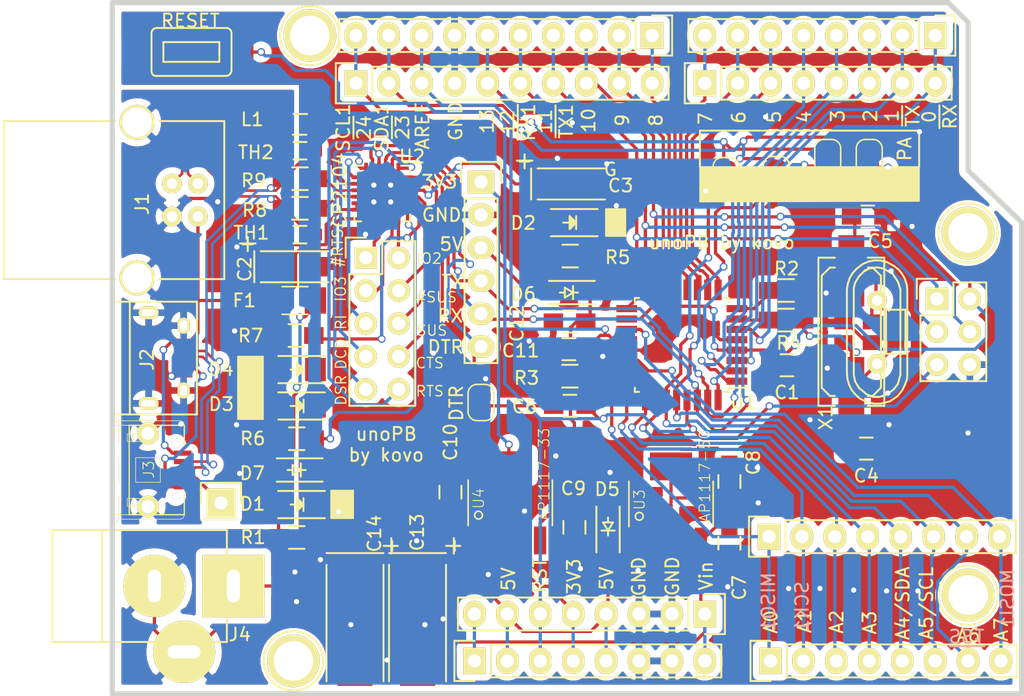
<source format=kicad_pcb>
(kicad_pcb (version 20190421) (host pcbnew "6.0.0-unknown-a32bb4e~86~ubuntu16.04.1")
  (title_block (date "lun. 30 mars 2015"))
  (layers (0 "F.Cu" signal) (31 "B.Cu" signal) (34 "B.Paste" user) (35 "F.Paste" user) (36 "B.SilkS" user) (37 "F.SilkS" user) (38 "B.Mask" user) (39 "F.Mask" user) (44 "Edge.Cuts" user))
  (net 0 "")
  (net 1 "+5V")
  (net 2 "GND")
  (net 3 "/Vin")
  (net 4 "/A0")
  (net 5 "/A1")
  (net 6 "/A2")
  (net 7 "/A3")
  (net 8 "/AREF")
  (net 9 "/A4")
  (net 10 "/A5")
  (net 11 "/XTAL2")
  (net 12 "/RESET")
  (net 13 "3V3")
  (net 14 "Net-(D1-Pad2)")
  (net 15 "Net-(D2-Pad2)")
  (net 16 "Net-(D3-Pad2)")
  (net 17 "Net-(D4-Pad2)")
  (net 18 "/D-")
  (net 19 "/VBUS")
  (net 20 "/D+")
  (net 21 "/DTR")
  (net 22 "/SCK")
  (net 23 "/MISO")
  (net 24 "/MOSI")
  (net 25 "/D10")
  (net 26 "/D9")
  (net 27 "/D8")
  (net 28 "/D7")
  (net 29 "/D6")
  (net 30 "/D5")
  (net 31 "/D4")
  (net 32 "/D3")
  (net 33 "/D2")
  (net 34 "/TX")
  (net 35 "/RX")
  (net 36 "/#RTS")
  (net 37 "/CTS")
  (net 38 "/SUSPEND")
  (net 39 "/RTS")
  (net 40 "/#SUSPEND")
  (net 41 "/DSR")
  (net 42 "/GPIO.2")
  (net 43 "/DCD")
  (net 44 "/GPIO.3")
  (net 45 "/RI")
  (net 46 "/XTAL1")
  (net 47 "/RXLED")
  (net 48 "/TXLED")
  (net 49 "GNDPWR")
  (net 50 "/DD-")
  (net 51 "/DD+")
  (net 52 "/A6")
  (net 53 "/A7")
  (net 54 "/MEGA6")
  (net 55 "/MEGA3")
  (net 56 "Net-(C3-Pad1)")
  (net 57 "Net-(D6-Pad2)")
  (net 58 "Net-(C2-Pad1)")
  (net 59 "Net-(C4-Pad2)")
  (net 60 "Net-(C6-Pad2)")
  (net 61 "Net-(C8-Pad1)")
  (net 62 "Net-(D7-Pad2)")
  (net 63 "Net-(J2-Pad4)")
  (net 64 "Net-(P14-Pad8)")
  (net 65 "/D24")
  (net 66 "/D23")
  (module "Capacitors_Tantalum_SMD.pretty:TantalC_SizeD_EIA-7343_Wave" (layer "F.Cu") (at 134.874 114.173 270)
    (fp_text reference "C13" (at -6.9977 0.0254 270) (layer "F.SilkS"))
    (fp_text value "10u/35V")
    (fp_text user "+" (at -5.95376 -2.79908 270) (layer "F.SilkS"))
    (pad "1" smd rect (at -3.37566 0 270) (size 2.94894 2.70002) (layers "F.Cu" "F.Paste" "F.Mask") (net 1 "+5V"))
    (pad "2" smd rect (at 3.37566 0 270) (size 2.94894 2.70002) (layers "F.Cu" "F.Paste" "F.Mask") (net 2 "GND"))
  )
  (module "Capacitors_Tantalum_SMD.pretty:TantalC_SizeD_EIA-7343_Wave" (layer "F.Cu") (at 130.048 114.173 270)
    (fp_text reference "C14" (at -6.9088 -1.4986 270) (layer "F.SilkS"))
    (fp_text value "10u/35V")
    (fp_text user "+" (at -5.95376 -2.79908 270) (layer "F.SilkS"))
    (pad "1" smd rect (at -3.37566 0 270) (size 2.94894 2.70002) (layers "F.Cu" "F.Paste" "F.Mask") (net 3 "/Vin"))
    (pad "2" smd rect (at 3.37566 0 270) (size 2.94894 2.70002) (layers "F.Cu" "F.Paste" "F.Mask") (net 2 "GND"))
  )
  (module "LEDs.pretty:LED-1206" (layer "F.Cu") (at 146.61388 83.2739 180)
    (fp_text reference "D2" (at 3.5814 -0.0254 180) (layer "F.SilkS"))
    (fp_text value "RLED")
    (pad "2" smd rect (at 1.41986 0) (size 1.59766 1.80086) (layers "F.Cu" "F.Paste" "F.Mask") (net 15 "Net-(D2-Pad2)"))
    (pad "1" smd rect (at -1.41986 0) (size 1.59766 1.80086) (layers "F.Cu" "F.Paste" "F.Mask") (net 2 "GND"))
  )
  (module "Pin_Headers.pretty:Pin_Header_Straight_1x10" (layer "F.Cu") (at 152.9715 68.834 270)
    (fp_text reference "P18" hide)
    (fp_text value "Communication" hide)
    (pad "1" thru_hole rect (at 0 0 270) (size 2.032 1.7272) (drill 1.016) (layers *.Cu *.Mask "F.SilkS") (net 27 "/D8"))
    (pad "2" thru_hole oval (at 0 2.54 270) (size 2.032 1.7272) (drill 1.016) (layers *.Cu *.Mask "F.SilkS") (net 26 "/D9"))
    (pad "3" thru_hole oval (at 0 5.08 270) (size 2.032 1.7272) (drill 1.016) (layers *.Cu *.Mask "F.SilkS") (net 25 "/D10"))
    (pad "4" thru_hole oval (at 0 7.62 270) (size 2.032 1.7272) (drill 1.016) (layers *.Cu *.Mask "F.SilkS") (net 24 "/MOSI"))
    (pad "5" thru_hole oval (at 0 10.16 270) (size 2.032 1.7272) (drill 1.016) (layers *.Cu *.Mask "F.SilkS") (net 23 "/MISO"))
    (pad "6" thru_hole oval (at 0 12.7 270) (size 2.032 1.7272) (drill 1.016) (layers *.Cu *.Mask "F.SilkS") (net 22 "/SCK"))
    (pad "7" thru_hole oval (at 0 15.24 270) (size 2.032 1.7272) (drill 1.016) (layers *.Cu *.Mask "F.SilkS") (net 2 "GND"))
    (pad "8" thru_hole oval (at 0 17.78 270) (size 2.032 1.7272) (drill 1.016) (layers *.Cu *.Mask "F.SilkS") (net 8 "/AREF"))
    (pad "9" thru_hole oval (at 0 20.32 270) (size 2.032 1.7272) (drill 1.016) (layers *.Cu *.Mask "F.SilkS") (net 66 "/D23"))
    (pad "10" thru_hole oval (at 0 22.86 270) (size 2.032 1.7272) (drill 1.016) (layers *.Cu *.Mask "F.SilkS") (net 65 "/D24"))
  )
  (module "Pin_Headers.pretty:Pin_Header_Straight_1x08" (layer "F.Cu") (at 139.26566 117.094 90)
    (fp_text reference "P2" hide)
    (fp_text value "Power" hide)
    (pad "8" thru_hole oval (at 0 17.78 90) (size 2.032 1.7272) (drill 1.016) (layers *.Cu *.Mask "F.SilkS") (net 3 "/Vin"))
    (pad "7" thru_hole oval (at 0 15.24 90) (size 2.032 1.7272) (drill 1.016) (layers *.Cu *.Mask "F.SilkS") (net 2 "GND"))
    (pad "6" thru_hole oval (at 0 12.7 90) (size 2.032 1.7272) (drill 1.016) (layers *.Cu *.Mask "F.SilkS") (net 2 "GND"))
    (pad "5" thru_hole oval (at 0 10.16 90) (size 2.032 1.7272) (drill 1.016) (layers *.Cu *.Mask "F.SilkS") (net 1 "+5V"))
    (pad "4" thru_hole oval (at 0 7.62 90) (size 2.032 1.7272) (drill 1.016) (layers *.Cu *.Mask "F.SilkS") (net 13 "3V3"))
    (pad "3" thru_hole oval (at 0 5.08 90) (size 2.032 1.7272) (drill 1.016) (layers *.Cu *.Mask "F.SilkS") (net 12 "/RESET"))
    (pad "2" thru_hole oval (at 0 2.54 90) (size 2.032 1.7272) (drill 1.016) (layers *.Cu *.Mask "F.SilkS") (net 1 "+5V"))
    (pad "1" thru_hole rect (at 0 0 90) (size 2.032 1.7272) (drill 1.016) (layers *.Cu *.Mask "F.SilkS") (net 64 "Net-(P14-Pad8)"))
  )
  (module "Socket_Arduino_Uno:Arduino_1pin" (layer "F.Cu") (at 177.3555 84.074)
    (fp_text reference "P8" hide)
    (fp_text value "CONN_01X01" hide)
    (pad "1" thru_hole circle (at 0 0) (size 4.064 4.064) (drill 3.048) (layers *.Cu *.Mask "F.SilkS"))
  )
  (module "modules:AB2_SOT223" (layer "F.Cu") (at 142.02918 104.89692)
    (fp_text reference "U4" (at -2.4384 -0.3302 90) (layer "F.SilkS") (effects (font (size 0.8128 0.8128) (thickness 0.0762))))
    (fp_text value "AP1117-33" (at 2.60604 -2.21742 90) (layer "F.SilkS") (effects (font (size 0.8128 0.8128) (thickness 0.0762))))
    (pad "2" smd rect (at 0 -2.9) (size 3.25 2.15) (layers "F.Cu" "F.Paste" "F.Mask") (net 13 "3V3"))
    (pad "1" smd rect (at -2.3 2.9) (size 0.95 2.15) (layers "F.Cu" "F.Paste" "F.Mask") (net 2 "GND"))
    (pad "2" smd rect (at 0 2.9) (size 0.95 2.15) (layers "F.Cu" "F.Paste" "F.Mask") (net 13 "3V3"))
    (pad "3" smd rect (at 2.3 2.9) (size 0.95 2.15) (layers "F.Cu" "F.Paste" "F.Mask") (net 1 "+5V"))
  )
  (module "Jumper:SolderJumper-3_P1.3mm_Open_RoundedPad1.0x1.5mm_NumberLabels" (layer "F.Cu") (at 166.53002 78.9051 270)
    (fp_text reference "JP4" hide)
    (fp_text value "Jumper_3_Open" hide)
    (pad "1" smd roundrect (at -1.3 0 270) (size 1 1.5) (layers "F.Cu" "F.Mask") (roundrect_rratio 0.5) (net 66 "/D23"))
    (pad "1" smd rect (at -1 0 270) (size 0.5 1.5) (layers "F.Cu" "F.Mask") (net 66 "/D23"))
    (pad "2" smd rect (at 0 0 270) (size 1 1.5) (layers "F.Cu" "F.Mask") (net 55 "/MEGA3"))
    (pad "3" smd roundrect (at 1.3 0 270) (size 1 1.5) (layers "F.Cu" "F.Mask") (roundrect_rratio 0.5) (net 2 "GND"))
    (pad "3" smd rect (at 1 0 270) (size 0.5 1.5) (layers "F.Cu" "F.Mask") (net 2 "GND"))
  )
  (module "Housings_DFN_QFN.pretty:QFN-24-1EP_4x4mm_Pitch0.5mm" (layer "F.Cu") (at 132.15366 81.026)
    (fp_text reference "U2" (at 2.29616 -2.8575) (layer "F.SilkS"))
    (fp_text value "CP2104" (at -3.26644 -0.2413 90) (layer "F.SilkS"))
    (pad "1" smd rect (at -1.95 -1.25) (size 0.85 0.3) (layers "F.Cu" "F.Paste" "F.Mask") (net 45 "/RI"))
    (pad "2" smd rect (at -1.95 -0.75) (size 0.85 0.3) (layers "F.Cu" "F.Paste" "F.Mask") (net 2 "GND"))
    (pad "3" smd rect (at -1.95 -0.25) (size 0.85 0.3) (layers "F.Cu" "F.Paste" "F.Mask") (net 51 "/DD+"))
    (pad "4" smd rect (at -1.95 0.25) (size 0.85 0.3) (layers "F.Cu" "F.Paste" "F.Mask") (net 50 "/DD-"))
    (pad "5" smd rect (at -1.95 0.75) (size 0.85 0.3) (layers "F.Cu" "F.Paste" "F.Mask") (net 58 "Net-(C2-Pad1)"))
    (pad "6" smd rect (at -1.95 1.25) (size 0.85 0.3) (layers "F.Cu" "F.Paste" "F.Mask") (net 58 "Net-(C2-Pad1)"))
    (pad "7" smd rect (at -1.25 1.95 90) (size 0.85 0.3) (layers "F.Cu" "F.Paste" "F.Mask") (net 19 "/VBUS"))
    (pad "8" smd rect (at -0.75 1.95 90) (size 0.85 0.3) (layers "F.Cu" "F.Paste" "F.Mask") (net 19 "/VBUS"))
    (pad "9" smd rect (at -0.25 1.95 90) (size 0.85 0.3) (layers "F.Cu" "F.Paste" "F.Mask") (net 36 "/#RTS"))
    (pad "10" smd rect (at 0.25 1.95 90) (size 0.85 0.3) (layers "F.Cu" "F.Paste" "F.Mask"))
    (pad "11" smd rect (at 0.75 1.95 90) (size 0.85 0.3) (layers "F.Cu" "F.Paste" "F.Mask") (net 44 "/GPIO.3"))
    (pad "12" smd rect (at 1.25 1.95 90) (size 0.85 0.3) (layers "F.Cu" "F.Paste" "F.Mask") (net 42 "/GPIO.2"))
    (pad "13" smd rect (at 1.95 1.25) (size 0.85 0.3) (layers "F.Cu" "F.Paste" "F.Mask") (net 47 "/RXLED"))
    (pad "14" smd rect (at 1.95 0.75) (size 0.85 0.3) (layers "F.Cu" "F.Paste" "F.Mask") (net 48 "/TXLED"))
    (pad "15" smd rect (at 1.95 0.25) (size 0.85 0.3) (layers "F.Cu" "F.Paste" "F.Mask") (net 40 "/#SUSPEND"))
    (pad "16" smd rect (at 1.95 -0.25) (size 0.85 0.3) (layers "F.Cu" "F.Paste" "F.Mask") (net 56 "Net-(C3-Pad1)"))
    (pad "17" smd rect (at 1.95 -0.75) (size 0.85 0.3) (layers "F.Cu" "F.Paste" "F.Mask") (net 38 "/SUSPEND"))
    (pad "18" smd rect (at 1.95 -1.25) (size 0.85 0.3) (layers "F.Cu" "F.Paste" "F.Mask") (net 37 "/CTS"))
    (pad "19" smd rect (at 1.25 -1.95 90) (size 0.85 0.3) (layers "F.Cu" "F.Paste" "F.Mask") (net 39 "/RTS"))
    (pad "20" smd rect (at 0.75 -1.95 90) (size 0.85 0.3) (layers "F.Cu" "F.Paste" "F.Mask") (net 34 "/TX"))
    (pad "21" smd rect (at 0.25 -1.95 90) (size 0.85 0.3) (layers "F.Cu" "F.Paste" "F.Mask") (net 35 "/RX"))
    (pad "22" smd rect (at -0.25 -1.95 90) (size 0.85 0.3) (layers "F.Cu" "F.Paste" "F.Mask") (net 41 "/DSR"))
    (pad "23" smd rect (at -0.75 -1.95 90) (size 0.85 0.3) (layers "F.Cu" "F.Paste" "F.Mask") (net 21 "/DTR"))
    (pad "24" smd rect (at -1.25 -1.95 90) (size 0.85 0.3) (layers "F.Cu" "F.Paste" "F.Mask") (net 43 "/DCD"))
    (pad "25" smd rect (at 0.65 0.65) (size 1.3 1.3) (layers "F.Cu" "F.Paste" "F.Mask") (net 2 "GND"))
    (pad "25" smd rect (at 0.65 -0.65) (size 1.3 1.3) (layers "F.Cu" "F.Paste" "F.Mask") (net 2 "GND"))
    (pad "25" smd rect (at -0.65 0.65) (size 1.3 1.3) (layers "F.Cu" "F.Paste" "F.Mask") (net 2 "GND"))
    (pad "25" smd rect (at -0.65 -0.65) (size 1.3 1.3) (layers "F.Cu" "F.Paste" "F.Mask") (net 2 "GND"))
  )
  (module "Pin_Headers.pretty:Pin_Header_Straight_1x06" (layer "F.Cu") (at 139.77366 80.137)
    (fp_text reference "P21" hide)
    (fp_text value "CP2102" hide)
    (pad "1" thru_hole rect (at 0 0) (size 2.032 1.7272) (drill 1.016) (layers *.Cu *.Mask "F.SilkS") (net 13 "3V3"))
    (pad "2" thru_hole oval (at 0 2.54) (size 2.032 1.7272) (drill 1.016) (layers *.Cu *.Mask "F.SilkS") (net 2 "GND"))
    (pad "3" thru_hole oval (at 0 5.08) (size 2.032 1.7272) (drill 1.016) (layers *.Cu *.Mask "F.SilkS") (net 57 "Net-(D6-Pad2)"))
    (pad "4" thru_hole oval (at 0 7.62) (size 2.032 1.7272) (drill 1.016) (layers *.Cu *.Mask "F.SilkS") (net 34 "/TX"))
    (pad "5" thru_hole oval (at 0 10.16) (size 2.032 1.7272) (drill 1.016) (layers *.Cu *.Mask "F.SilkS") (net 35 "/RX"))
    (pad "6" thru_hole oval (at 0 12.7) (size 2.032 1.7272) (drill 1.016) (layers *.Cu *.Mask "F.SilkS") (net 21 "/DTR"))
  )
  (module "Pin_Headers.pretty:Pin_Header_Straight_2x05" (layer "F.Cu") (at 130.88366 85.979)
    (fp_text reference "P22" hide)
    (fp_text value "xx2" hide)
    (pad "1" thru_hole rect (at 0 0) (size 1.7272 1.7272) (drill 1.016) (layers *.Cu *.Mask "F.SilkS") (net 36 "/#RTS"))
    (pad "2" thru_hole oval (at 2.54 0) (size 1.7272 1.7272) (drill 1.016) (layers *.Cu *.Mask "F.SilkS") (net 42 "/GPIO.2"))
    (pad "3" thru_hole oval (at 0 2.54) (size 1.7272 1.7272) (drill 1.016) (layers *.Cu *.Mask "F.SilkS") (net 44 "/GPIO.3"))
    (pad "4" thru_hole oval (at 2.54 2.54) (size 1.7272 1.7272) (drill 1.016) (layers *.Cu *.Mask "F.SilkS") (net 40 "/#SUSPEND"))
    (pad "5" thru_hole oval (at 0 5.08) (size 1.7272 1.7272) (drill 1.016) (layers *.Cu *.Mask "F.SilkS") (net 45 "/RI"))
    (pad "6" thru_hole oval (at 2.54 5.08) (size 1.7272 1.7272) (drill 1.016) (layers *.Cu *.Mask "F.SilkS") (net 38 "/SUSPEND"))
    (pad "7" thru_hole oval (at 0 7.62) (size 1.7272 1.7272) (drill 1.016) (layers *.Cu *.Mask "F.SilkS") (net 43 "/DCD"))
    (pad "8" thru_hole oval (at 2.54 7.62) (size 1.7272 1.7272) (drill 1.016) (layers *.Cu *.Mask "F.SilkS") (net 37 "/CTS"))
    (pad "9" thru_hole oval (at 0 10.16) (size 1.7272 1.7272) (drill 1.016) (layers *.Cu *.Mask "F.SilkS") (net 41 "/DSR"))
    (pad "10" thru_hole oval (at 2.54 10.16) (size 1.7272 1.7272) (drill 1.016) (layers *.Cu *.Mask "F.SilkS") (net 39 "/RTS"))
  )
  (module "Capacitors_Tantalum_SMD.pretty:TantalC_SizeA_EIA-3216_Wave" (layer "F.Cu") (at 125.37186 86.6775)
    (fp_text reference "C2" (at -3.83032 0.1905 90) (layer "F.SilkS"))
    (fp_text value "1u")
    (fp_text user "+" (at -3.59918 -1.80086) (layer "F.SilkS"))
    (pad "2" smd rect (at 1.50114 0) (size 2.14884 1.50114) (layers "F.Cu" "F.Paste" "F.Mask") (net 2 "GND"))
    (pad "1" smd rect (at -1.50114 0) (size 2.14884 1.50114) (layers "F.Cu" "F.Paste" "F.Mask") (net 58 "Net-(C2-Pad1)"))
  )
  (module "Capacitors_Tantalum_SMD.pretty:TantalC_SizeA_EIA-3216_Wave" (layer "F.Cu") (at 146.7358 80.2894)
    (fp_text reference "C3" (at 3.81 0.127) (layer "F.SilkS"))
    (fp_text value "10u")
    (fp_text user "+" (at -3.59918 -1.80086) (layer "F.SilkS"))
    (pad "1" smd rect (at -1.50114 0) (size 2.14884 1.50114) (layers "F.Cu" "F.Paste" "F.Mask") (net 56 "Net-(C3-Pad1)"))
    (pad "2" smd rect (at 1.50114 0) (size 2.14884 1.50114) (layers "F.Cu" "F.Paste" "F.Mask") (net 2 "GND"))
  )
  (module "LEDs.pretty:LED-1206" (layer "F.Cu") (at 125.57252 105.029 180)
    (fp_text reference "D1" (at 3.42646 0.0508 180) (layer "F.SilkS"))
    (fp_text value "GLED")
    (pad "2" smd rect (at 1.41986 0) (size 1.59766 1.80086) (layers "F.Cu" "F.Paste" "F.Mask") (net 14 "Net-(D1-Pad2)"))
    (pad "1" smd rect (at -1.41986 0) (size 1.59766 1.80086) (layers "F.Cu" "F.Paste" "F.Mask") (net 2 "GND"))
  )
  (module "LEDs.pretty:LED-1206" (layer "F.Cu") (at 125.58014 97.4217 180)
    (fp_text reference "D3" (at 5.84454 0.1397 180) (layer "F.SilkS"))
    (fp_text value "YLED")
    (pad "1" smd rect (at -1.41986 0) (size 1.59766 1.80086) (layers "F.Cu" "F.Paste" "F.Mask") (net 1 "+5V"))
    (pad "2" smd rect (at 1.41986 0) (size 1.59766 1.80086) (layers "F.Cu" "F.Paste" "F.Mask") (net 16 "Net-(D3-Pad2)"))
  )
  (module "LEDs.pretty:LED-1206" (layer "F.Cu") (at 125.58014 94.615 180)
    (fp_text reference "D4" (at 5.86994 0.0254 180) (layer "F.SilkS"))
    (fp_text value "YLED")
    (pad "1" smd rect (at -1.41986 0) (size 1.59766 1.80086) (layers "F.Cu" "F.Paste" "F.Mask") (net 1 "+5V"))
    (pad "2" smd rect (at 1.41986 0) (size 1.59766 1.80086) (layers "F.Cu" "F.Paste" "F.Mask") (net 17 "Net-(D4-Pad2)"))
  )
  (module "Diodes_SMD.pretty:SOD-123" (layer "F.Cu") (at 149.57552 106.72318 90)
    (fp_text reference "D5" (at 2.87782 -0.0635 180) (layer "F.SilkS"))
    (fp_text value "MBR120")
    (pad "1" smd rect (at -1.635 0 90) (size 0.91 1.22) (layers "F.Cu" "F.Paste" "F.Mask") (net 1 "+5V"))
    (pad "2" smd rect (at 1.635 0 90) (size 0.91 1.22) (layers "F.Cu" "F.Paste" "F.Mask") (net 61 "Net-(C8-Pad1)"))
  )
  (module "Diodes_SMD.pretty:SOD-123" (layer "F.Cu") (at 146.558 88.6714 180)
    (fp_text reference "D6" (at 3.52044 -0.1143 180) (layer "F.SilkS"))
    (fp_text value "MBR120")
    (pad "2" smd rect (at 1.635 0 180) (size 0.91 1.22) (layers "F.Cu" "F.Paste" "F.Mask") (net 57 "Net-(D6-Pad2)"))
    (pad "1" smd rect (at -1.635 0 180) (size 0.91 1.22) (layers "F.Cu" "F.Paste" "F.Mask") (net 1 "+5V"))
  )
  (module "Connect.pretty:USB_B" (layer "F.Cu") (at 117.92966 82.804 180)
    (fp_text reference "J1" (at 4.30784 0.9779 270) (layer "F.SilkS"))
    (fp_text value "USB_B")
    (pad "2" thru_hole circle (at 0 2.54 90) (size 1.524 1.524) (drill 0.8128) (layers *.Cu *.Mask "F.SilkS") (net 18 "/D-"))
    (pad "1" thru_hole circle (at 0 0 90) (size 1.524 1.524) (drill 0.8128) (layers *.Cu *.Mask "F.SilkS") (net 19 "/VBUS"))
    (pad "4" thru_hole circle (at 1.99898 0 90) (size 1.524 1.524) (drill 0.8128) (layers *.Cu *.Mask "F.SilkS") (net 49 "GNDPWR"))
    (pad "3" thru_hole circle (at 1.99898 2.54 90) (size 1.524 1.524) (drill 0.8128) (layers *.Cu *.Mask "F.SilkS") (net 20 "/D+"))
    (pad "5" thru_hole circle (at 4.699 7.26948 90) (size 2.70002 2.70002) (drill 2.30124) (layers *.Cu *.Mask "F.SilkS") (net 49 "GNDPWR"))
    (pad "5" thru_hole circle (at 4.699 -4.72948 90) (size 2.70002 2.70002) (drill 2.30124) (layers *.Cu *.Mask "F.SilkS") (net 49 "GNDPWR"))
  )
  (module "Connect.pretty:USB_Micro-B" (layer "F.Cu") (at 115.26266 93.726 270)
    (fp_text reference "J2" (at 0.1143 1.25984 270) (layer "F.SilkS"))
    (fp_text value "USB_B_Micro")
    (pad "1" smd rect (at -1.3009 -1.56254) (size 1.35 0.4) (layers "F.Cu" "F.Paste" "F.Mask") (net 19 "/VBUS"))
    (pad "2" smd rect (at -0.6509 -1.56254) (size 1.35 0.4) (layers "F.Cu" "F.Paste" "F.Mask") (net 18 "/D-"))
    (pad "3" smd rect (at -0.0009 -1.56254) (size 1.35 0.4) (layers "F.Cu" "F.Paste" "F.Mask") (net 20 "/D+"))
    (pad "4" smd rect (at 0.6491 -1.56254) (size 1.35 0.4) (layers "F.Cu" "F.Paste" "F.Mask") (net 63 "Net-(J2-Pad4)"))
    (pad "5" smd rect (at 1.2991 -1.56254) (size 1.35 0.4) (layers "F.Cu" "F.Paste" "F.Mask") (net 49 "GNDPWR"))
    (pad "6" thru_hole oval (at -2.5009 -1.56254) (size 0.95 1.25) (drill oval 0.55 0.85) (layers *.Cu *.Mask "F.SilkS") (net 49 "GNDPWR"))
    (pad "6" thru_hole oval (at 2.4991 -1.56254) (size 0.95 1.25) (drill oval 0.55 0.85) (layers *.Cu *.Mask "F.SilkS") (net 49 "GNDPWR"))
    (pad "6" thru_hole oval (at -3.5009 1.13746) (size 1.55 1) (drill oval 1.15 0.5) (layers *.Cu *.Mask "F.SilkS") (net 49 "GNDPWR"))
    (pad "6" thru_hole oval (at 3.4991 1.13746) (size 1.55 1) (drill oval 1.15 0.5) (layers *.Cu *.Mask "F.SilkS") (net 49 "GNDPWR"))
  )
  (module "ab2_usb.mod:AB2_USB_MICRO_SMD" (layer "F.Cu") (at 111.32566 102.362 270)
    (fp_text reference "J3" (at -0.0381 -2.80416 270) (layer "F.SilkS") (effects (font (size 0.8128 0.8128) (thickness 0.0762))))
    (fp_text value "USB_B_Micro")
    (pad "1" smd rect (at -1.3 -5.425 270) (size 0.4 1.35) (layers "F.Cu" "F.Paste" "F.Mask") (net 19 "/VBUS"))
    (pad "2" smd rect (at -0.65 -5.425 270) (size 0.4 1.35) (layers "F.Cu" "F.Paste" "F.Mask") (net 18 "/D-"))
    (pad "3" smd rect (at 0 -5.425 270) (size 0.4 1.35) (layers "F.Cu" "F.Paste" "F.Mask") (net 20 "/D+"))
    (pad "4" smd rect (at 0.65 -5.425 270) (size 0.4 1.35) (layers "F.Cu" "F.Paste" "F.Mask") (net 63 "Net-(J2-Pad4)"))
    (pad "5" smd rect (at 1.3 -5.425 270) (size 0.4 1.35) (layers "F.Cu" "F.Paste" "F.Mask") (net 49 "GNDPWR"))
    (pad "6" thru_hole circle (at -2.825 -2.75 270) (size 1.7 1.7) (drill 1) (layers *.Cu *.Mask "F.SilkS") (net 49 "GNDPWR"))
    (pad "6" thru_hole circle (at 2.825 -2.75 270) (size 1.7 1.7) (drill 1) (layers *.Cu *.Mask "F.SilkS") (net 49 "GNDPWR"))
    (pad "" thru_hole circle (at -2 -4.9 270) (size 0.55 0.55) (drill 0.55) (layers *.Cu *.Mask "F.SilkS"))
    (pad "" thru_hole circle (at 1.99898 -4.9 270) (size 0.55 0.55) (drill 0.55) (layers *.Cu *.Mask "F.SilkS"))
  )
  (module "Jumper:SolderJumper-2_P1.3mm_Bridged_RoundedPad1.0x1.5mm" (layer "F.Cu") (at 139.77366 97.155 90)
    (fp_text reference "JP3" hide)
    (fp_text value "SolderJumper_2_Bridged" hide)
    (pad "1" smd rect (at 0 0 90) (size 0.5 0.6) (layers "F.Cu" "F.Mask") (net 60 "Net-(C6-Pad2)"))
    (pad "2" smd roundrect (at 0.65 0 90) (size 1 1.5) (layers "F.Cu" "F.Mask") (roundrect_rratio 0.5) (net 21 "/DTR"))
    (pad "1" smd roundrect (at -0.65 0 90) (size 1 1.5) (layers "F.Cu" "F.Mask") (roundrect_rratio 0.5) (net 60 "Net-(C6-Pad2)"))
    (pad "1" smd rect (at -0.4 0 90) (size 0.5 1.5) (layers "F.Cu" "F.Mask") (net 60 "Net-(C6-Pad2)"))
    (pad "2" smd rect (at 0.4 0 90) (size 0.5 1.5) (layers "F.Cu" "F.Mask") (net 21 "/DTR"))
  )
  (module "Pin_Headers.pretty:Pin_Header_Straight_2x03" (layer "F.Cu") (at 174.95266 89.154)
    (fp_text reference "P16" hide)
    (fp_text value "CONN_6" hide)
    (pad "1" thru_hole rect (at 0 0) (size 1.7272 1.7272) (drill 1.016) (layers *.Cu *.Mask "F.SilkS") (net 23 "/MISO"))
    (pad "2" thru_hole oval (at 2.54 0) (size 1.7272 1.7272) (drill 1.016) (layers *.Cu *.Mask "F.SilkS") (net 1 "+5V"))
    (pad "3" thru_hole oval (at 0 2.54) (size 1.7272 1.7272) (drill 1.016) (layers *.Cu *.Mask "F.SilkS") (net 22 "/SCK"))
    (pad "4" thru_hole oval (at 2.54 2.54) (size 1.7272 1.7272) (drill 1.016) (layers *.Cu *.Mask "F.SilkS") (net 24 "/MOSI"))
    (pad "5" thru_hole oval (at 0 5.08) (size 1.7272 1.7272) (drill 1.016) (layers *.Cu *.Mask "F.SilkS") (net 12 "/RESET"))
    (pad "6" thru_hole oval (at 2.54 5.08) (size 1.7272 1.7272) (drill 1.016) (layers *.Cu *.Mask "F.SilkS") (net 2 "GND"))
  )
  (module "Pin_Headers.pretty:Pin_Header_Straight_1x01" (layer "F.Cu") (at 119.70766 104.902)
    (fp_text reference "P20" hide)
    (fp_text value "CONN_1x1" hide)
    (pad "1" thru_hole rect (at 0 0) (size 2.2352 2.2352) (drill 1.016) (layers *.Cu *.Mask "F.SilkS") (net 63 "Net-(J2-Pad4)"))
  )
  (module "modules:3x6x2.5mm_tact_switch" (layer "F.Cu") (at 118.05666 70.104 180)
    (fp_text reference "SW1" hide)
    (fp_text value "SW_PUSH")
    (pad "2" smd rect (at 4.65 0 180) (size 1.5 1.4) (layers "F.Cu" "F.Paste" "F.Mask") (net 2 "GND"))
    (pad "1" smd rect (at -3.4036 -0.0084 180) (size 1.5 1.4) (layers "F.Cu" "F.Paste" "F.Mask") (net 12 "/RESET"))
  )
  (module "Housings_QFP.pretty:TQFP-32_7x7mm_Pitch0.8mm" (layer "F.Cu") (at 155.26766 92.71 180)
    (fp_text reference "U1" (at -4.75234 -4.445 180) (layer "F.SilkS"))
    (fp_text value "ATMEGA328PB-AU")
    (pad "1" smd rect (at -4.25 -2.8 180) (size 1.6 0.55) (layers "F.Cu" "F.Paste" "F.Mask") (net 32 "/D3"))
    (pad "2" smd rect (at -4.25 -2 180) (size 1.6 0.55) (layers "F.Cu" "F.Paste" "F.Mask") (net 31 "/D4"))
    (pad "3" smd rect (at -4.25 -1.2 180) (size 1.6 0.55) (layers "F.Cu" "F.Paste" "F.Mask") (net 55 "/MEGA3"))
    (pad "4" smd rect (at -4.25 -0.4 180) (size 1.6 0.55) (layers "F.Cu" "F.Paste" "F.Mask") (net 1 "+5V"))
    (pad "5" smd rect (at -4.25 0.4 180) (size 1.6 0.55) (layers "F.Cu" "F.Paste" "F.Mask") (net 2 "GND"))
    (pad "6" smd rect (at -4.25 1.2 180) (size 1.6 0.55) (layers "F.Cu" "F.Paste" "F.Mask") (net 54 "/MEGA6"))
    (pad "7" smd rect (at -4.25 2 180) (size 1.6 0.55) (layers "F.Cu" "F.Paste" "F.Mask") (net 46 "/XTAL1"))
    (pad "8" smd rect (at -4.25 2.8 180) (size 1.6 0.55) (layers "F.Cu" "F.Paste" "F.Mask") (net 11 "/XTAL2"))
    (pad "9" smd rect (at -2.8 4.25 270) (size 1.6 0.55) (layers "F.Cu" "F.Paste" "F.Mask") (net 30 "/D5"))
    (pad "10" smd rect (at -2 4.25 270) (size 1.6 0.55) (layers "F.Cu" "F.Paste" "F.Mask") (net 29 "/D6"))
    (pad "11" smd rect (at -1.2 4.25 270) (size 1.6 0.55) (layers "F.Cu" "F.Paste" "F.Mask") (net 28 "/D7"))
    (pad "12" smd rect (at -0.4 4.25 270) (size 1.6 0.55) (layers "F.Cu" "F.Paste" "F.Mask") (net 27 "/D8"))
    (pad "13" smd rect (at 0.4 4.25 270) (size 1.6 0.55) (layers "F.Cu" "F.Paste" "F.Mask") (net 26 "/D9"))
    (pad "14" smd rect (at 1.2 4.25 270) (size 1.6 0.55) (layers "F.Cu" "F.Paste" "F.Mask") (net 25 "/D10"))
    (pad "15" smd rect (at 2 4.25 270) (size 1.6 0.55) (layers "F.Cu" "F.Paste" "F.Mask") (net 24 "/MOSI"))
    (pad "16" smd rect (at 2.8 4.25 270) (size 1.6 0.55) (layers "F.Cu" "F.Paste" "F.Mask") (net 23 "/MISO"))
    (pad "17" smd rect (at 4.25 2.8 180) (size 1.6 0.55) (layers "F.Cu" "F.Paste" "F.Mask") (net 22 "/SCK"))
    (pad "18" smd rect (at 4.25 2 180) (size 1.6 0.55) (layers "F.Cu" "F.Paste" "F.Mask") (net 1 "+5V"))
    (pad "19" smd rect (at 4.25 1.2 180) (size 1.6 0.55) (layers "F.Cu" "F.Paste" "F.Mask") (net 52 "/A6"))
    (pad "20" smd rect (at 4.25 0.4 180) (size 1.6 0.55) (layers "F.Cu" "F.Paste" "F.Mask") (net 8 "/AREF"))
    (pad "21" smd rect (at 4.25 -0.4 180) (size 1.6 0.55) (layers "F.Cu" "F.Paste" "F.Mask") (net 2 "GND"))
    (pad "22" smd rect (at 4.25 -1.2 180) (size 1.6 0.55) (layers "F.Cu" "F.Paste" "F.Mask") (net 53 "/A7"))
    (pad "23" smd rect (at 4.25 -2 180) (size 1.6 0.55) (layers "F.Cu" "F.Paste" "F.Mask") (net 4 "/A0"))
    (pad "24" smd rect (at 4.25 -2.8 180) (size 1.6 0.55) (layers "F.Cu" "F.Paste" "F.Mask") (net 5 "/A1"))
    (pad "25" smd rect (at 2.8 -4.25 270) (size 1.6 0.55) (layers "F.Cu" "F.Paste" "F.Mask") (net 6 "/A2"))
    (pad "26" smd rect (at 2 -4.25 270) (size 1.6 0.55) (layers "F.Cu" "F.Paste" "F.Mask") (net 7 "/A3"))
    (pad "27" smd rect (at 1.2 -4.25 270) (size 1.6 0.55) (layers "F.Cu" "F.Paste" "F.Mask") (net 9 "/A4"))
    (pad "28" smd rect (at 0.4 -4.25 270) (size 1.6 0.55) (layers "F.Cu" "F.Paste" "F.Mask") (net 10 "/A5"))
    (pad "29" smd rect (at -0.4 -4.25 270) (size 1.6 0.55) (layers "F.Cu" "F.Paste" "F.Mask") (net 12 "/RESET"))
    (pad "30" smd rect (at -1.2 -4.25 270) (size 1.6 0.55) (layers "F.Cu" "F.Paste" "F.Mask") (net 35 "/RX"))
    (pad "31" smd rect (at -2 -4.25 270) (size 1.6 0.55) (layers "F.Cu" "F.Paste" "F.Mask") (net 34 "/TX"))
    (pad "32" smd rect (at -2.8 -4.25 270) (size 1.6 0.55) (layers "F.Cu" "F.Paste" "F.Mask") (net 33 "/D2"))
  )
  (module "modules:AB2_SOT223" (layer "F.Cu") (at 154.43708 104.98582)
    (fp_text reference "U3" (at -2.4384 -0.3302 90) (layer "F.SilkS") (effects (font (size 0.8128 0.8128) (thickness 0.0762))))
    (fp_text value "AP1117-50" (at 2.60604 -2.16662 270) (layer "F.SilkS") (effects (font (size 0.8128 0.8128) (thickness 0.0762))))
    (pad "3" smd rect (at 2.3 2.9) (size 0.95 2.15) (layers "F.Cu" "F.Paste" "F.Mask") (net 3 "/Vin"))
    (pad "2" smd rect (at 0 2.9) (size 0.95 2.15) (layers "F.Cu" "F.Paste" "F.Mask") (net 61 "Net-(C8-Pad1)"))
    (pad "1" smd rect (at -2.3 2.9) (size 0.95 2.15) (layers "F.Cu" "F.Paste" "F.Mask") (net 2 "GND"))
    (pad "2" smd rect (at 0 -2.9) (size 3.25 2.15) (layers "F.Cu" "F.Paste" "F.Mask") (net 61 "Net-(C8-Pad1)"))
  )
  (module "Crystals.pretty:Crystal_HC49-U_Vertical" (layer "F.Cu") (at 170.33748 91.72194 90)
    (fp_text reference "X1" (at -6.6167 -3.95986 90) (layer "F.SilkS"))
    (fp_text value "16MHz" hide)
    (pad "1" thru_hole circle (at -2.44094 0 90) (size 1.50114 1.50114) (drill 0.8001) (layers *.Cu *.Mask "F.SilkS") (net 59 "Net-(C4-Pad2)"))
    (pad "2" thru_hole circle (at 2.44094 0 90) (size 1.50114 1.50114) (drill 0.8001) (layers *.Cu *.Mask "F.SilkS") (net 11 "/XTAL2"))
  )
  (module "Crystals.pretty:Q_49U3HMS" (layer "F.Cu") (at 168.34866 91.694 90)
    (fp_text reference "X2" hide)
    (fp_text value "16MHz")
    (pad "1" smd rect (at -4.699 0 90) (size 5.4991 1.99898) (layers "F.Cu" "F.Paste" "F.Mask") (net 59 "Net-(C4-Pad2)"))
    (pad "2" smd rect (at 4.699 0 90) (size 5.4991 1.99898) (layers "F.Cu" "F.Paste" "F.Mask") (net 11 "/XTAL2"))
  )
  (module "modules:MURATA_CSTCE_V53" (layer "F.Cu") (at 171.77766 90.744 270)
    (fp_text reference "Y1" hide)
    (fp_text value "Resonator 16MHz" hide)
    (pad "1" smd rect (at 0 0 270) (size 0.6 1.3) (layers "F.Cu" "F.Paste" "F.Mask") (net 11 "/XTAL2"))
    (pad "3" smd rect (at 1.9 0 270) (size 0.6 1.3) (layers "F.Cu" "F.Paste" "F.Mask") (net 59 "Net-(C4-Pad2)"))
    (pad "2" smd rect (at 0.95 0 270) (size 0.6 1.3) (layers "F.Cu" "F.Paste" "F.Mask") (net 2 "GND"))
  )
  (module "kicad-libraries:CRYSTAL_3225" (layer "F.Cu") (at 168.8338 91.7321)
    (fp_text reference "Y2" hide)
    (fp_text value "Crystal_GND23 16MHz" hide)
    (pad "3" smd rect (at 1.09982 0.8001) (size 1.39954 1.15062) (layers "F.Cu" "F.Paste" "F.Mask") (net 2 "GND"))
    (pad "1" smd rect (at -1.09982 0.8001) (size 1.39954 1.15062) (layers "F.Cu" "F.Paste" "F.Mask") (net 59 "Net-(C4-Pad2)"))
    (pad "2" smd rect (at 1.09982 -0.8001) (size 1.39954 1.15062) (layers "F.Cu" "F.Paste" "F.Mask") (net 11 "/XTAL2"))
    (pad "3" smd rect (at -1.09982 -0.8001) (size 1.39954 1.15062) (layers "F.Cu" "F.Paste" "F.Mask") (net 2 "GND"))
  )
  (module "Diodes_SMD.pretty:SOD-123" (layer "F.Cu") (at 125.54966 102.362 180)
    (fp_text reference "D7" (at 3.429 -0.254 180) (layer "F.SilkS"))
    (fp_text value "MBR120")
    (pad "1" smd rect (at -1.635 0 180) (size 0.91 1.22) (layers "F.Cu" "F.Paste" "F.Mask") (net 1 "+5V"))
    (pad "2" smd rect (at 1.635 0 180) (size 0.91 1.22) (layers "F.Cu" "F.Paste" "F.Mask") (net 62 "Net-(D7-Pad2)"))
  )
  (module "Resistors_SMD.pretty:R_0603_HandSoldering" (layer "F.Cu") (at 125.80366 84.201 180)
    (fp_text reference "TH1" (at 3.74904 0.1397 180) (layer "F.SilkS"))
    (fp_text value "CG0603MLC-05E")
    (pad "2" smd rect (at 1.1 0 180) (size 1.2 0.9) (layers "F.Cu" "F.Paste" "F.Mask") (net 49 "GNDPWR"))
    (pad "1" smd rect (at -1.1 0 180) (size 1.2 0.9) (layers "F.Cu" "F.Paste" "F.Mask") (net 18 "/D-"))
  )
  (module "Resistors_SMD.pretty:R_0603_HandSoldering" (layer "F.Cu") (at 125.80366 77.724 180)
    (fp_text reference "TH2" (at 3.4036 -0.127 180) (layer "F.SilkS"))
    (fp_text value "CG0603MLC-05E")
    (pad "2" smd rect (at 1.1 0 180) (size 1.2 0.9) (layers "F.Cu" "F.Paste" "F.Mask") (net 49 "GNDPWR"))
    (pad "1" smd rect (at -1.1 0 180) (size 1.2 0.9) (layers "F.Cu" "F.Paste" "F.Mask") (net 20 "/D+"))
  )
  (module "Choke_SMD.pretty:Choke_SMD_1206_Standard" (layer "F.Cu") (at 125.80366 75.692 180)
    (fp_text reference "L1" (at 3.683 0.381 180) (layer "F.SilkS"))
    (fp_text value "30Ohm bead")
    (pad "1" smd rect (at -1.80086 0 180) (size 1.6002 1.19888) (layers "F.Cu" "F.Paste" "F.Mask") (net 2 "GND"))
    (pad "2" smd rect (at 1.80086 0 180) (size 1.6002 1.19888) (layers "F.Cu" "F.Paste" "F.Mask") (net 49 "GNDPWR"))
  )
  (module "Jumper:SolderJumper-3_P1.3mm_Open_RoundedPad1.0x1.5mm_NumberLabels" (layer "F.Cu") (at 169.73042 78.9051 270)
    (fp_text reference "JP5" hide)
    (fp_text value "Jumper_3_Open" hide)
    (pad "3" smd rect (at 1 0 270) (size 0.5 1.5) (layers "F.Cu" "F.Mask") (net 1 "+5V"))
    (pad "3" smd roundrect (at 1.3 0 270) (size 1 1.5) (layers "F.Cu" "F.Mask") (roundrect_rratio 0.5) (net 1 "+5V"))
    (pad "2" smd rect (at 0 0 270) (size 1 1.5) (layers "F.Cu" "F.Mask") (net 54 "/MEGA6"))
    (pad "1" smd rect (at -1 0 270) (size 0.5 1.5) (layers "F.Cu" "F.Mask") (net 65 "/D24"))
    (pad "1" smd roundrect (at -1.3 0 270) (size 1 1.5) (layers "F.Cu" "F.Mask") (roundrect_rratio 0.5) (net 65 "/D24"))
  )
  (module "Fuse_Holders_and_Fuses:Fuse_SMD1206_Wave" (layer "F.Cu") (at 125.42 89.281 180)
    (fp_text reference "F1" (at 3.9116 0 180) (layer "F.SilkS"))
    (fp_text value "16V/0.5A ")
    (pad "2" smd rect (at 1.58 0 270) (size 2.03 1.65) (layers "F.Cu" "F.Paste" "F.Mask") (net 19 "/VBUS"))
    (pad "1" smd rect (at -1.58 0 270) (size 2.03 1.65) (layers "F.Cu" "F.Paste" "F.Mask") (net 62 "Net-(D7-Pad2)"))
  )
  (module "Resistors_SMD.pretty:R_0805_HandSoldering" (layer "F.Cu") (at 125.54966 107.569 180)
    (fp_text reference "R1" (at 3.36804 0.0127 180) (layer "F.SilkS"))
    (fp_text value "1k")
    (pad "1" smd rect (at -1.35 0 180) (size 1.5 1.3) (layers "F.Cu" "F.Paste" "F.Mask") (net 1 "+5V"))
    (pad "2" smd rect (at 1.35 0 180) (size 1.5 1.3) (layers "F.Cu" "F.Paste" "F.Mask") (net 14 "Net-(D1-Pad2)"))
  )
  (module "Resistors_SMD.pretty:R_0805_HandSoldering" (layer "F.Cu") (at 163.32708 88.50884 180)
    (fp_text reference "R2" (at -0.02794 1.67894 180) (layer "F.SilkS"))
    (fp_text value "1M")
    (pad "1" smd rect (at -1.35 0 180) (size 1.5 1.3) (layers "F.Cu" "F.Paste" "F.Mask") (net 59 "Net-(C4-Pad2)"))
    (pad "2" smd rect (at 1.35 0 180) (size 1.5 1.3) (layers "F.Cu" "F.Paste" "F.Mask") (net 11 "/XTAL2"))
  )
  (module "Resistors_SMD.pretty:R_0805_HandSoldering" (layer "F.Cu") (at 146.63166 95.123)
    (fp_text reference "R3" (at -3.34264 0.1397) (layer "F.SilkS"))
    (fp_text value "10k")
    (pad "2" smd rect (at 1.35 0) (size 1.5 1.3) (layers "F.Cu" "F.Paste" "F.Mask") (net 12 "/RESET"))
    (pad "1" smd rect (at -1.35 0) (size 1.5 1.3) (layers "F.Cu" "F.Paste" "F.Mask") (net 1 "+5V"))
  )
  (module "Resistors_SMD.pretty:R_0805_HandSoldering" (layer "F.Cu") (at 163.31692 90.79484 180)
    (fp_text reference "R4" (at -0.2159 -1.77546 180) (layer "F.SilkS"))
    (fp_text value "100")
    (pad "1" smd rect (at -1.35 0 180) (size 1.5 1.3) (layers "F.Cu" "F.Paste" "F.Mask") (net 59 "Net-(C4-Pad2)"))
    (pad "2" smd rect (at 1.35 0 180) (size 1.5 1.3) (layers "F.Cu" "F.Paste" "F.Mask") (net 46 "/XTAL1"))
  )
  (module "Resistors_SMD.pretty:R_0805_HandSoldering" (layer "F.Cu") (at 146.65834 85.852 180)
    (fp_text reference "R5" (at -3.6576 -0.1016 180) (layer "F.SilkS"))
    (fp_text value "1k")
    (pad "2" smd rect (at 1.35 0 180) (size 1.5 1.3) (layers "F.Cu" "F.Paste" "F.Mask") (net 15 "Net-(D2-Pad2)"))
    (pad "1" smd rect (at -1.35 0 180) (size 1.5 1.3) (layers "F.Cu" "F.Paste" "F.Mask") (net 22 "/SCK"))
  )
  (module "Resistors_SMD.pretty:R_0805_HandSoldering" (layer "F.Cu") (at 125.54966 99.949 180)
    (fp_text reference "R6" (at 3.39344 0.0127 180) (layer "F.SilkS"))
    (fp_text value "1k")
    (pad "1" smd rect (at -1.35 0 180) (size 1.5 1.3) (layers "F.Cu" "F.Paste" "F.Mask") (net 47 "/RXLED"))
    (pad "2" smd rect (at 1.35 0 180) (size 1.5 1.3) (layers "F.Cu" "F.Paste" "F.Mask") (net 16 "Net-(D3-Pad2)"))
  )
  (module "Resistors_SMD.pretty:R_0805_HandSoldering" (layer "F.Cu") (at 125.523 91.9861 180)
    (fp_text reference "R7" (at 3.53064 -0.0127 180) (layer "F.SilkS"))
    (fp_text value "1k")
    (pad "2" smd rect (at 1.35 0 180) (size 1.5 1.3) (layers "F.Cu" "F.Paste" "F.Mask") (net 17 "Net-(D4-Pad2)"))
    (pad "1" smd rect (at -1.35 0 180) (size 1.5 1.3) (layers "F.Cu" "F.Paste" "F.Mask") (net 48 "/TXLED"))
  )
  (module "Resistors_SMD.pretty:R_0805_HandSoldering" (layer "F.Cu") (at 125.80366 82.169 180)
    (fp_text reference "R8" (at 3.49504 -0.1397 180) (layer "F.SilkS"))
    (fp_text value "22")
    (pad "2" smd rect (at 1.35 0 180) (size 1.5 1.3) (layers "F.Cu" "F.Paste" "F.Mask") (net 18 "/D-"))
    (pad "1" smd rect (at -1.35 0 180) (size 1.5 1.3) (layers "F.Cu" "F.Paste" "F.Mask") (net 50 "/DD-"))
  )
  (module "Resistors_SMD.pretty:R_0805_HandSoldering" (layer "F.Cu") (at 125.80366 79.883 180)
    (fp_text reference "R9" (at 3.57124 -0.1397 180) (layer "F.SilkS"))
    (fp_text value "22")
    (pad "1" smd rect (at -1.35 0 180) (size 1.5 1.3) (layers "F.Cu" "F.Paste" "F.Mask") (net 51 "/DD+"))
    (pad "2" smd rect (at 1.35 0 180) (size 1.5 1.3) (layers "F.Cu" "F.Paste" "F.Mask") (net 20 "/D+"))
  )
  (module "Capacitors_SMD.pretty:C_0805_HandSoldering" (layer "F.Cu") (at 163.38042 94.28226 180)
    (fp_text reference "C1" (at 0 -2.1 180) (layer "F.SilkS"))
    (fp_text value "0.1m")
    (pad "1" smd rect (at -1.25 0 180) (size 1.5 1.25) (layers "F.Cu" "F.Paste" "F.Mask") (net 2 "GND"))
    (pad "2" smd rect (at 1.25 0 180) (size 1.5 1.25) (layers "F.Cu" "F.Paste" "F.Mask") (net 1 "+5V"))
  )
  (module "Capacitors_SMD.pretty:C_0805_HandSoldering" (layer "F.Cu") (at 169.50766 100.711 180)
    (fp_text reference "C4" (at 0 -2.1 180) (layer "F.SilkS"))
    (fp_text value "22")
    (pad "1" smd rect (at -1.25 0 180) (size 1.5 1.25) (layers "F.Cu" "F.Paste" "F.Mask") (net 2 "GND"))
    (pad "2" smd rect (at 1.25 0 180) (size 1.5 1.25) (layers "F.Cu" "F.Paste" "F.Mask") (net 59 "Net-(C4-Pad2)"))
  )
  (module "Capacitors_SMD.pretty:C_0805_HandSoldering" (layer "F.Cu") (at 169.61866 82.804 180)
    (fp_text reference "C5" (at -0.96774 -1.905 180) (layer "F.SilkS"))
    (fp_text value "22")
    (pad "2" smd rect (at 1.25 0 180) (size 1.5 1.25) (layers "F.Cu" "F.Paste" "F.Mask") (net 11 "/XTAL2"))
    (pad "1" smd rect (at -1.25 0 180) (size 1.5 1.25) (layers "F.Cu" "F.Paste" "F.Mask") (net 2 "GND"))
  )
  (module "Capacitors_SMD.pretty:C_0805_HandSoldering" (layer "F.Cu") (at 146.63166 97.409 180)
    (fp_text reference "C6" (at 3.49504 -0.0635 180) (layer "F.SilkS"))
    (fp_text value "0.1m")
    (pad "2" smd rect (at 1.25 0 180) (size 1.5 1.25) (layers "F.Cu" "F.Paste" "F.Mask") (net 60 "Net-(C6-Pad2)"))
    (pad "1" smd rect (at -1.25 0 180) (size 1.5 1.25) (layers "F.Cu" "F.Paste" "F.Mask") (net 12 "/RESET"))
  )
  (module "Capacitors_SMD.pretty:C_0805_HandSoldering" (layer "F.Cu") (at 158.9405 108.0135 270)
    (fp_text reference "C7" (at 3.429 -0.762 270) (layer "F.SilkS"))
    (fp_text value "0.1m")
    (pad "1" smd rect (at -1.25 0 270) (size 1.5 1.25) (layers "F.Cu" "F.Paste" "F.Mask") (net 3 "/Vin"))
    (pad "2" smd rect (at 1.25 0 270) (size 1.5 1.25) (layers "F.Cu" "F.Paste" "F.Mask") (net 2 "GND"))
  )
  (module "Capacitors_SMD.pretty:C_0805_HandSoldering" (layer "F.Cu") (at 158.9405 103.251 90)
    (fp_text reference "C8" (at 1.4605 1.8415 90) (layer "F.SilkS"))
    (fp_text value "0.1m")
    (pad "2" smd rect (at 1.25 0 90) (size 1.5 1.25) (layers "F.Cu" "F.Paste" "F.Mask") (net 2 "GND"))
    (pad "1" smd rect (at -1.25 0 90) (size 1.5 1.25) (layers "F.Cu" "F.Paste" "F.Mask") (net 61 "Net-(C8-Pad1)"))
  )
  (module "Capacitors_SMD.pretty:C_0805_HandSoldering" (layer "F.Cu") (at 146.97964 106.78922 270)
    (fp_text reference "C9" (at -3.00482 0.07366) (layer "F.SilkS"))
    (fp_text value "0.1m")
    (pad "1" smd rect (at -1.25 0 270) (size 1.5 1.25) (layers "F.Cu" "F.Paste" "F.Mask") (net 1 "+5V"))
    (pad "2" smd rect (at 1.25 0 270) (size 1.5 1.25) (layers "F.Cu" "F.Paste" "F.Mask") (net 2 "GND"))
  )
  (module "Capacitors_SMD.pretty:C_0805_HandSoldering" (layer "F.Cu") (at 137.414 104.0765 90)
    (fp_text reference "C10" (at 3.8735 0 90) (layer "F.SilkS"))
    (fp_text value "0.1m")
    (pad "1" smd rect (at -1.25 0 90) (size 1.5 1.25) (layers "F.Cu" "F.Paste" "F.Mask") (net 13 "3V3"))
    (pad "2" smd rect (at 1.25 0 90) (size 1.5 1.25) (layers "F.Cu" "F.Paste" "F.Mask") (net 2 "GND"))
  )
  (module "Capacitors_SMD.pretty:C_0805_HandSoldering" (layer "F.Cu") (at 146.558 93.0402 180)
    (fp_text reference "C11" (at 3.72364 -0.1143 180) (layer "F.SilkS"))
    (fp_text value "0.1m")
    (pad "1" smd rect (at -1.25 0 180) (size 1.5 1.25) (layers "F.Cu" "F.Paste" "F.Mask") (net 8 "/AREF"))
    (pad "2" smd rect (at 1.25 0 180) (size 1.5 1.25) (layers "F.Cu" "F.Paste" "F.Mask") (net 2 "GND"))
  )
  (module "Capacitors_SMD.pretty:C_0805_HandSoldering" (layer "F.Cu") (at 146.6088 90.9066)
    (fp_text reference "C12" (at -4.064 0.127 90) (layer "F.SilkS"))
    (fp_text value "0.1m")
    (pad "2" smd rect (at 1.25 0) (size 1.5 1.25) (layers "F.Cu" "F.Paste" "F.Mask") (net 1 "+5V"))
    (pad "1" smd rect (at -1.25 0) (size 1.5 1.25) (layers "F.Cu" "F.Paste" "F.Mask") (net 2 "GND"))
  )
  (module "Connect.pretty:JACK_ALIM" (layer "F.Cu") (at 114.57432 111.3155)
    (fp_text reference "J4" (at 6.58368 3.7465) (layer "F.SilkS"))
    (fp_text value "DC_JACK")
    (pad "2" thru_hole circle (at 0 0) (size 4.8006 4.8006) (drill oval 1.016 2.54) (layers *.Cu *.Mask "F.SilkS") (net 2 "GND"))
    (pad "1" thru_hole rect (at 6.096 0) (size 4.8006 4.8006) (drill oval 1.016 2.54) (layers *.Cu *.Mask "F.SilkS") (net 3 "/Vin"))
    (pad "3" thru_hole circle (at 2.286 5.08) (size 4.8006 4.8006) (drill oval 2.54 1.016) (layers *.Cu *.Mask "F.SilkS") (net 2 "GND"))
  )
  (module "Pin_Headers.pretty:Pin_Header_Straight_1x08" (layer "F.Cu") (at 161.99866 107.5055 90)
    (fp_text reference "P3" hide)
    (fp_text value "Analog" hide)
    (pad "8" thru_hole oval (at 0 17.78 90) (size 2.032 1.7272) (drill 1.016) (layers *.Cu *.Mask "F.SilkS") (net 53 "/A7"))
    (pad "7" thru_hole oval (at 0 15.24 90) (size 2.032 1.7272) (drill 1.016) (layers *.Cu *.Mask "F.SilkS") (net 52 "/A6"))
    (pad "6" thru_hole oval (at 0 12.7 90) (size 2.032 1.7272) (drill 1.016) (layers *.Cu *.Mask "F.SilkS") (net 10 "/A5"))
    (pad "5" thru_hole oval (at 0 10.16 90) (size 2.032 1.7272) (drill 1.016) (layers *.Cu *.Mask "F.SilkS") (net 9 "/A4"))
    (pad "4" thru_hole oval (at 0 7.62 90) (size 2.032 1.7272) (drill 1.016) (layers *.Cu *.Mask "F.SilkS") (net 7 "/A3"))
    (pad "3" thru_hole oval (at 0 5.08 90) (size 2.032 1.7272) (drill 1.016) (layers *.Cu *.Mask "F.SilkS") (net 6 "/A2"))
    (pad "2" thru_hole oval (at 0 2.54 90) (size 2.032 1.7272) (drill 1.016) (layers *.Cu *.Mask "F.SilkS") (net 5 "/A1"))
    (pad "1" thru_hole rect (at 0 0 90) (size 2.032 1.7272) (drill 1.016) (layers *.Cu *.Mask "F.SilkS") (net 4 "/A0"))
  )
  (module "Pin_Headers.pretty:Pin_Header_Straight_1x10" (layer "F.Cu") (at 130.12166 72.517 90)
    (fp_text reference "P5" hide)
    (fp_text value "PWM" hide)
    (pad "10" thru_hole oval (at 0 22.86 90) (size 2.032 1.7272) (drill 1.016) (layers *.Cu *.Mask "F.SilkS") (net 27 "/D8"))
    (pad "9" thru_hole oval (at 0 20.32 90) (size 2.032 1.7272) (drill 1.016) (layers *.Cu *.Mask "F.SilkS") (net 26 "/D9"))
    (pad "8" thru_hole oval (at 0 17.78 90) (size 2.032 1.7272) (drill 1.016) (layers *.Cu *.Mask "F.SilkS") (net 25 "/D10"))
    (pad "7" thru_hole oval (at 0 15.24 90) (size 2.032 1.7272) (drill 1.016) (layers *.Cu *.Mask "F.SilkS") (net 24 "/MOSI"))
    (pad "6" thru_hole oval (at 0 12.7 90) (size 2.032 1.7272) (drill 1.016) (layers *.Cu *.Mask "F.SilkS") (net 23 "/MISO"))
    (pad "5" thru_hole oval (at 0 10.16 90) (size 2.032 1.7272) (drill 1.016) (layers *.Cu *.Mask "F.SilkS") (net 22 "/SCK"))
    (pad "4" thru_hole oval (at 0 7.62 90) (size 2.032 1.7272) (drill 1.016) (layers *.Cu *.Mask "F.SilkS") (net 2 "GND"))
    (pad "3" thru_hole oval (at 0 5.08 90) (size 2.032 1.7272) (drill 1.016) (layers *.Cu *.Mask "F.SilkS") (net 8 "/AREF"))
    (pad "2" thru_hole oval (at 0 2.54 90) (size 2.032 1.7272) (drill 1.016) (layers *.Cu *.Mask "F.SilkS") (net 66 "/D23"))
    (pad "1" thru_hole rect (at 0 0 90) (size 2.032 1.7272) (drill 1.016) (layers *.Cu *.Mask "F.SilkS") (net 65 "/D24"))
  )
  (module "Pin_Headers.pretty:Pin_Header_Straight_1x08" (layer "F.Cu") (at 157.04566 72.517 90)
    (fp_text reference "P6" hide)
    (fp_text value "PWM" hide)
    (pad "1" thru_hole rect (at 0 0 90) (size 2.032 1.7272) (drill 1.016) (layers *.Cu *.Mask "F.SilkS") (net 28 "/D7"))
    (pad "2" thru_hole oval (at 0 2.54 90) (size 2.032 1.7272) (drill 1.016) (layers *.Cu *.Mask "F.SilkS") (net 29 "/D6"))
    (pad "3" thru_hole oval (at 0 5.08 90) (size 2.032 1.7272) (drill 1.016) (layers *.Cu *.Mask "F.SilkS") (net 30 "/D5"))
    (pad "4" thru_hole oval (at 0 7.62 90) (size 2.032 1.7272) (drill 1.016) (layers *.Cu *.Mask "F.SilkS") (net 31 "/D4"))
    (pad "5" thru_hole oval (at 0 10.16 90) (size 2.032 1.7272) (drill 1.016) (layers *.Cu *.Mask "F.SilkS") (net 32 "/D3"))
    (pad "6" thru_hole oval (at 0 12.7 90) (size 2.032 1.7272) (drill 1.016) (layers *.Cu *.Mask "F.SilkS") (net 33 "/D2"))
    (pad "7" thru_hole oval (at 0 15.24 90) (size 2.032 1.7272) (drill 1.016) (layers *.Cu *.Mask "F.SilkS") (net 34 "/TX"))
    (pad "8" thru_hole oval (at 0 17.78 90) (size 2.032 1.7272) (drill 1.016) (layers *.Cu *.Mask "F.SilkS") (net 35 "/RX"))
  )
  (module "Socket_Arduino_Uno:Arduino_1pin" (layer "F.Cu") (at 177.36566 112.014)
    (fp_text reference "P9" hide)
    (fp_text value "CONN_01X01" hide)
    (pad "1" thru_hole circle (at 0 0) (size 4.064 4.064) (drill 3.048) (layers *.Cu *.Mask "F.SilkS"))
  )
  (module "Socket_Arduino_Uno:Arduino_1pin" (layer "F.Cu") (at 125.29566 117.094)
    (fp_text reference "P10" hide)
    (fp_text value "CONN_01X01" hide)
    (pad "1" thru_hole circle (at 0 0) (size 4.064 4.064) (drill 3.048) (layers *.Cu *.Mask "F.SilkS"))
  )
  (module "Socket_Arduino_Uno:Arduino_1pin" (layer "F.Cu") (at 126.56566 68.834)
    (fp_text reference "P11" hide)
    (fp_text value "CONN_01X01" hide)
    (pad "1" thru_hole circle (at 0 0) (size 4.064 4.064) (drill 3.048) (layers *.Cu *.Mask "F.SilkS"))
  )
  (module "Pin_Headers.pretty:Pin_Header_Straight_1x08" (layer "F.Cu") (at 157.04566 113.4745 270)
    (fp_text reference "P14" hide)
    (fp_text value "Power" hide)
    (pad "1" thru_hole rect (at 0 0 270) (size 2.032 1.7272) (drill 1.016) (layers *.Cu *.Mask "F.SilkS") (net 3 "/Vin"))
    (pad "2" thru_hole oval (at 0 2.54 270) (size 2.032 1.7272) (drill 1.016) (layers *.Cu *.Mask "F.SilkS") (net 2 "GND"))
    (pad "3" thru_hole oval (at 0 5.08 270) (size 2.032 1.7272) (drill 1.016) (layers *.Cu *.Mask "F.SilkS") (net 2 "GND"))
    (pad "4" thru_hole oval (at 0 7.62 270) (size 2.032 1.7272) (drill 1.016) (layers *.Cu *.Mask "F.SilkS") (net 1 "+5V"))
    (pad "5" thru_hole oval (at 0 10.16 270) (size 2.032 1.7272) (drill 1.016) (layers *.Cu *.Mask "F.SilkS") (net 13 "3V3"))
    (pad "6" thru_hole oval (at 0 12.7 270) (size 2.032 1.7272) (drill 1.016) (layers *.Cu *.Mask "F.SilkS") (net 12 "/RESET"))
    (pad "7" thru_hole oval (at 0 15.24 270) (size 2.032 1.7272) (drill 1.016) (layers *.Cu *.Mask "F.SilkS") (net 1 "+5V"))
    (pad "8" thru_hole oval (at 0 17.78 270) (size 2.032 1.7272) (drill 1.016) (layers *.Cu *.Mask "F.SilkS") (net 64 "Net-(P14-Pad8)"))
  )
  (module "Pin_Headers.pretty:Pin_Header_Straight_1x08" (layer "F.Cu") (at 162.1155 117.094 90)
    (fp_text reference "P15" (at 0 -5.1 90) (layer "F.SilkS"))
    (fp_text value "Communication" hide)
    (pad "8" thru_hole oval (at 0 17.78 90) (size 2.032 1.7272) (drill 1.016) (layers *.Cu *.Mask "F.SilkS") (net 53 "/A7"))
    (pad "7" thru_hole oval (at 0 15.24 90) (size 2.032 1.7272) (drill 1.016) (layers *.Cu *.Mask "F.SilkS") (net 52 "/A6"))
    (pad "6" thru_hole oval (at 0 12.7 90) (size 2.032 1.7272) (drill 1.016) (layers *.Cu *.Mask "F.SilkS") (net 10 "/A5"))
    (pad "5" thru_hole oval (at 0 10.16 90) (size 2.032 1.7272) (drill 1.016) (layers *.Cu *.Mask "F.SilkS") (net 9 "/A4"))
    (pad "4" thru_hole oval (at 0 7.62 90) (size 2.032 1.7272) (drill 1.016) (layers *.Cu *.Mask "F.SilkS") (net 7 "/A3"))
    (pad "3" thru_hole oval (at 0 5.08 90) (size 2.032 1.7272) (drill 1.016) (layers *.Cu *.Mask "F.SilkS") (net 6 "/A2"))
    (pad "2" thru_hole oval (at 0 2.54 90) (size 2.032 1.7272) (drill 1.016) (layers *.Cu *.Mask "F.SilkS") (net 5 "/A1"))
    (pad "1" thru_hole rect (at 0 0 90) (size 2.032 1.7272) (drill 1.016) (layers *.Cu *.Mask "F.SilkS") (net 4 "/A0"))
  )
  (module "Pin_Headers.pretty:Pin_Header_Straight_1x08" (layer "F.Cu") (at 174.82566 68.834 270)
    (fp_text reference "P19" hide)
    (fp_text value "Communication" hide)
    (pad "1" thru_hole rect (at 0 0 270) (size 2.032 1.7272) (drill 1.016) (layers *.Cu *.Mask "F.SilkS") (net 35 "/RX"))
    (pad "2" thru_hole oval (at 0 2.54 270) (size 2.032 1.7272) (drill 1.016) (layers *.Cu *.Mask "F.SilkS") (net 34 "/TX"))
    (pad "3" thru_hole oval (at 0 5.08 270) (size 2.032 1.7272) (drill 1.016) (layers *.Cu *.Mask "F.SilkS") (net 33 "/D2"))
    (pad "4" thru_hole oval (at 0 7.62 270) (size 2.032 1.7272) (drill 1.016) (layers *.Cu *.Mask "F.SilkS") (net 32 "/D3"))
    (pad "5" thru_hole oval (at 0 10.16 270) (size 2.032 1.7272) (drill 1.016) (layers *.Cu *.Mask "F.SilkS") (net 31 "/D4"))
    (pad "6" thru_hole oval (at 0 12.7 270) (size 2.032 1.7272) (drill 1.016) (layers *.Cu *.Mask "F.SilkS") (net 30 "/D5"))
    (pad "7" thru_hole oval (at 0 15.24 270) (size 2.032 1.7272) (drill 1.016) (layers *.Cu *.Mask "F.SilkS") (net 29 "/D6"))
    (pad "8" thru_hole oval (at 0 17.78 270) (size 2.032 1.7272) (drill 1.016) (layers *.Cu *.Mask "F.SilkS") (net 28 "/D7"))
  )
  (module "Jumper:SolderJumper-2_P1.3mm_Open_RoundedPad1.0x1.5mm" (layer "F.Cu") (at 162.56 79.5655 90)
    (fp_text reference "JP1" hide)
    (fp_text value "Jumper_NO_Small" hide)
    (pad "2" smd roundrect (at 0.65 0 90) (size 1 1.5) (layers "F.Cu" "F.Mask") (roundrect_rratio 0.5) (net 65 "/D24"))
    (pad "1" smd roundrect (at -0.65 0 90) (size 1 1.5) (layers "F.Cu" "F.Mask") (roundrect_rratio 0.5) (net 10 "/A5"))
    (pad "1" smd rect (at -0.4 0 90) (size 0.5 1.5) (layers "F.Cu" "F.Mask") (net 10 "/A5"))
    (pad "2" smd rect (at 0.4 0 90) (size 0.5 1.5) (layers "F.Cu" "F.Mask") (net 65 "/D24"))
  )
  (module "Jumper:SolderJumper-2_P1.3mm_Open_RoundedPad1.0x1.5mm" (layer "F.Cu") (at 158.6865 79.648 90)
    (fp_text reference "JP2" hide)
    (fp_text value "Jumper_NO_Small" hide)
    (pad "2" smd rect (at 0.4 0 90) (size 0.5 1.5) (layers "F.Cu" "F.Mask") (net 66 "/D23"))
    (pad "1" smd rect (at -0.4 0 90) (size 0.5 1.5) (layers "F.Cu" "F.Mask") (net 9 "/A4"))
    (pad "1" smd roundrect (at -0.65 0 90) (size 1 1.5) (layers "F.Cu" "F.Mask") (roundrect_rratio 0.5) (net 9 "/A4"))
    (pad "2" smd roundrect (at 0.65 0 90) (size 1 1.5) (layers "F.Cu" "F.Mask") (roundrect_rratio 0.5) (net 66 "/D23"))
  )
  (gr_poly (pts (xy 149.40026 82.21218) (xy 150.92426 82.21218) (xy 150.92426 84.26958) (xy 150.92426 84.32038) (xy 149.40026 84.32038)) (layer "F.SilkS") (width 0.1))
  (gr_poly (pts (xy 121.0056 93.599) (xy 122.9614 93.599) (xy 122.9614 98.4504) (xy 121.0056 98.4504)) (layer "F.SilkS") (width 0.1))
  (gr_poly (pts (xy 128.1938 103.9368) (xy 129.921 103.9368) (xy 129.921 106.0958) (xy 128.1938 106.0958)) (layer "F.SilkS") (width 0.1))
  (gr_text "DTR" (at 137.8712 97.2058 90) (layer "F.SilkS") (effects (font (size 1 1))))
  (gr_text "unoPB by kovo" (at 158.3436 84.8106) (layer "F.SilkS") (effects (font (size 1 1))))
  (gr_text "PA" (at 172.466 77.597 90) (layer "F.SilkS") (effects (font (size 1 1))))
  (gr_line (start 156.6672 76.1746) (end 156.6672 78.9686) (layer "F.SilkS") (width 0.15))
  (gr_line (start 173.5836 76.1746) (end 156.6672 76.1746) (layer "F.SilkS") (width 0.15))
  (gr_line (start 173.5836 78.9686) (end 173.5836 76.1746) (layer "F.SilkS") (width 0.15))
  (gr_poly (pts (xy 156.6672 78.9686) (xy 173.5836 78.9686) (xy 173.5836 81.6102) (xy 156.6672 81.661)) (layer "F.SilkS") (width 0.1))
  (gr_text "unoPB\nby kovo" (at 132.461 100.3935) (layer "F.SilkS") (effects (font (size 1 1))))
  (gr_text "MOSI1" (at 180.3908 112.2934 90) (layer "B.SilkS") (effects (font (size 1 1)) (justify mirror)))
  (gr_text "~SS1~" (at 177.292 115.1382 180) (layer "B.SilkS") (effects (font (size 1 1)) (justify mirror)))
  (gr_text "SCK1" (at 164.5412 112.903 90) (layer "B.SilkS") (effects (font (size 1 1)) (justify mirror)))
  (gr_text "MISO1" (at 161.9504 112.5474 90) (layer "B.SilkS") (effects (font (size 1 1)) (justify mirror)))
  (gr_text "G" (at 149.7584 79.1718) (layer "F.SilkS") (effects (font (size 1 1))))
  (gr_line (start 175.8315 66.294) (end 111.3155 66.294) (angle 90) (layer "Edge.Cuts") (width 0.4))
  (gr_line (start 181.49316 83.2485) (end 177.3555 79.248) (angle 90) (layer "Edge.Cuts") (width 0.4))
  (gr_line (start 177.3555 79.248) (end 177.3555 67.818) (angle 90) (layer "Edge.Cuts") (width 0.4))
  (gr_line (start 177.3555 67.818) (end 175.8315 66.294) (angle 90) (layer "Edge.Cuts") (width 0.4))
  (gr_line (start 181.49316 83.2485) (end 181.49316 119.634) (layer "Edge.Cuts") (width 0.4))
  (gr_line (start 111.3155 119.634) (end 181.49316 119.634) (angle 90) (layer "Edge.Cuts") (width 0.4))
  (gr_line (start 111.3155 66.294) (end 111.3155 119.634) (angle 90) (layer "Edge.Cuts") (width 0.4))
  (gr_text "A7" (at 179.91582 114.6683 90) (layer "F.SilkS") (effects (font (size 1 1))))
  (gr_text "IO2" (at 135.75792 86.0425) (layer "F.SilkS") (effects (font (size 0.8 0.8) (thickness 0.1))))
  (gr_text "#SUS" (at 136.32942 89.027) (layer "F.SilkS") (effects (font (size 0.8 0.8) (thickness 0.1))))
  (gr_text "SUS" (at 135.98652 91.5924) (layer "F.SilkS") (effects (font (size 0.8 0.8) (thickness 0.1))))
  (gr_text "CTS" (at 135.82142 94.107) (layer "F.SilkS") (effects (font (size 0.8 0.8) (thickness 0.1))))
  (gr_text "RTS" (at 135.82142 96.2787) (layer "F.SilkS") (effects (font (size 0.8 0.8) (thickness 0.1))))
  (gr_text "DSR" (at 128.9685 96.2025 90) (layer "F.SilkS") (effects (font (size 0.8 0.8) (thickness 0.1))))
  (gr_text "DCD" (at 128.9685 93.4085 90) (layer "F.SilkS") (effects (font (size 0.8 0.8) (thickness 0.1))))
  (gr_text "RI" (at 128.9685 90.9574 90) (layer "F.SilkS") (effects (font (size 0.8 0.8) (thickness 0.1))))
  (gr_text "IO3" (at 128.93802 88.392 90) (layer "F.SilkS") (effects (font (size 0.8 0.8) (thickness 0.1))))
  (gr_text "#RTS" (at 128.7145 85.217 90) (layer "F.SilkS") (effects (font (size 0.8 0.8) (thickness 0.1))))
  (gr_text "0\n~RX~" (at 175.16348 75.10018 90) (layer "F.SilkS") (effects (font (size 1 1))))
  (gr_text "1\n~TX~" (at 172.2882 75.02652 90) (layer "F.SilkS") (effects (font (size 1 1))))
  (gr_text "2" (at 169.8244 75.02652 90) (layer "F.SilkS") (effects (font (size 1 1))))
  (gr_text "3" (at 167.30726 75.04684 90) (layer "F.SilkS") (effects (font (size 1 1))))
  (gr_text "4" (at 164.73678 75.11796 90) (layer "F.SilkS") (effects (font (size 1 1))))
  (gr_text "5" (at 162.39998 75.11796 90) (layer "F.SilkS") (effects (font (size 1 1))))
  (gr_text "6" (at 159.66694 75.15352 90) (layer "F.SilkS") (effects (font (size 1 1))))
  (gr_text "7" (at 157.09646 75.24242 90) (layer "F.SilkS") (effects (font (size 1 1))))
  (gr_text "8" (at 153.26868 75.36942 90) (layer "F.SilkS") (effects (font (size 1 1))))
  (gr_text "9" (at 150.68042 75.36942 90) (layer "F.SilkS") (effects (font (size 1 1))))
  (gr_text "10" (at 148.07438 75.3872 90) (layer "F.SilkS") (effects (font (size 1 1))))
  (gr_text "11\n~TX1~" (at 145.53946 75.45832 90) (layer "F.SilkS") (effects (font (size 1 1))))
  (gr_text "12\n~RX1~" (at 142.62608 75.53198 90) (layer "F.SilkS") (effects (font (size 1 1))))
  (gr_text "13" (at 140.23594 75.45832 90) (layer "F.SilkS") (effects (font (size 1 1))))
  (gr_text "GND" (at 137.81532 75.438 90) (layer "F.SilkS") (effects (font (size 1 1))))
  (gr_text "AREF" (at 135.26262 75.8063 90) (layer "F.SilkS") (effects (font (size 1 1))))
  (gr_text "RESET" (at 117.348 67.691) (layer "F.SilkS") (effects (font (size 1 1))))
  (gr_text "DTR" (at 137.04062 92.8751) (layer "F.SilkS") (effects (font (size 1 1))))
  (gr_text "RX" (at 137.39622 90.4748) (layer "F.SilkS") (effects (font (size 1 1))))
  (gr_text "TX" (at 137.58672 87.8332) (layer "F.SilkS") (effects (font (size 1 1))))
  (gr_text "5V" (at 137.48512 84.9376) (layer "F.SilkS") (effects (font (size 1 1))))
  (gr_text "GND" (at 136.73582 82.6897) (layer "F.SilkS") (effects (font (size 1 1))))
  (gr_text "3V3" (at 136.55802 80.1243) (layer "F.SilkS") (effects (font (size 1 1))))
  (gr_text "SDA1\n~23~" (at 132.9182 75.9206 90) (layer "F.SilkS") (effects (font (size 1 1))))
  (gr_text "SCL1\n~24~" (at 129.9464 75.946 90) (layer "F.SilkS") (effects (font (size 1 1))))
  (gr_text "A6" (at 177.40122 115.1255) (layer "F.SilkS") (effects (font (size 1 1))))
  (gr_text "A5/SCL" (at 174.1424 112.649 90) (layer "F.SilkS") (effects (font (size 1 1))))
  (gr_text "A4/SDA" (at 172.3136 112.649 90) (layer "F.SilkS") (effects (font (size 1 1))))
  (gr_text "A3" (at 169.75582 114.1349 90) (layer "F.SilkS") (effects (font (size 1 1))))
  (gr_text "A2" (at 167.21582 114.0841 90) (layer "F.SilkS") (effects (font (size 1 1))))
  (gr_text "A1" (at 164.75202 114.0333 90) (layer "F.SilkS") (effects (font (size 1 1))))
  (gr_text "A0" (at 162.13582 114.0841 90) (layer "F.SilkS") (effects (font (size 1 1))))
  (gr_text "GND" (at 151.95042 110.5789 90) (layer "F.SilkS") (effects (font (size 1 1))))
  (gr_text "5V" (at 141.89202 110.7821 90) (layer "F.SilkS") (effects (font (size 1 1))))
  (gr_text "RST" (at 144.33042 110.5027 90) (layer "F.SilkS") (effects (font (size 1 1))))
  (gr_text "3V3" (at 146.94662 110.5789 90) (layer "F.SilkS") (effects (font (size 1 1))))
  (gr_text "5V" (at 149.46122 110.7313 90) (layer "F.SilkS") (effects (font (size 1 1))))
  (gr_text "GND" (at 154.54122 110.5535 90) (layer "F.SilkS") (effects (font (size 1 1))))
  (gr_text "Vin" (at 157.13202 110.5281 90) (layer "F.SilkS") (effects (font (size 1 1))))
  (segment (start 148.25466 90.424) (end 147.50466 90.424) (width 0.25) (layer "F.Cu") (net 1))
  (segment (start 151.01766 90.71) (end 148.54066 90.71) (width 0.25) (layer "F.Cu") (net 1))
  (segment (start 148.38166 90.551) (end 148.25466 90.424) (width 0.25) (layer "F.Cu") (net 1))
  (segment (start 148.54066 90.71) (end 148.38166 90.551) (width 0.25) (layer "F.Cu") (net 1))
  (segment (start 147.50466 90.549) (end 147.50466 90.424) (width 0.25) (layer "F.Cu") (net 1))
  (segment (start 146.679659 91.374001) (end 147.50466 90.549) (width 0.25) (layer "F.Cu") (net 1))
  (segment (start 146.679659 93.599) (end 146.679659 91.374001) (width 0.25) (layer "F.Cu") (net 1))
  (segment (start 146.679659 95.123) (end 146.679659 93.599) (width 0.25) (layer "F.Cu") (net 1))
  (segment (start 146.28166 95.123) (end 146.679659 95.123) (width 0.25) (layer "F.Cu") (net 1))
  (segment (start 145.68166 95.123) (end 146.28166 95.123) (width 0.25) (layer "F.Cu") (net 1))
  (segment (start 177.49266 87.932686) (end 174.44466 84.884686) (width 0.25) (layer "F.Cu") (net 1))
  (segment (start 177.49266 89.154) (end 177.49266 87.932686) (width 0.25) (layer "F.Cu") (net 1))
  (via (at 163.98494 92.74556) (size 0.6) (drill 0.4) (layers "F.Cu" "B.Cu") (net 1))
  (segment (start 163.684941 93.045559) (end 163.98494 92.74556) (width 0.25) (layer "F.Cu") (net 1))
  (segment (start 162.77666 94.234) (end 162.77666 93.95384) (width 0.25) (layer "F.Cu") (net 1))
  (segment (start 162.77666 93.95384) (end 163.684941 93.045559) (width 0.25) (layer "F.Cu") (net 1))
  (segment (start 162.40166 94.234) (end 162.52666 94.234) (width 0.25) (layer "F.Cu") (net 1))
  (segment (start 162.44824 94.28226) (end 163.98494 92.74556) (width 0.25) (layer "F.Cu") (net 1))
  (segment (start 162.13042 94.28226) (end 162.44824 94.28226) (width 0.25) (layer "F.Cu") (net 1))
  (segment (start 161.83316 93.11) (end 162.13042 93.40726) (width 0.25) (layer "F.Cu") (net 1))
  (segment (start 159.51766 93.11) (end 161.83316 93.11) (width 0.25) (layer "F.Cu") (net 1))
  (segment (start 162.13042 93.40726) (end 162.13042 94.28226) (width 0.25) (layer "F.Cu") (net 1))
  (via (at 157.73908 90.0811) (size 0.6) (drill 0.4) (layers "F.Cu" "B.Cu") (net 1))
  (segment (start 177.900391 93.045399) (end 178.78806 92.15773) (width 0.25) (layer "B.Cu") (net 1))
  (segment (start 170.545879 93.045399) (end 177.900391 93.045399) (width 0.25) (layer "B.Cu") (net 1))
  (segment (start 165.020818 91.2241) (end 168.72458 91.2241) (width 0.25) (layer "B.Cu") (net 1))
  (segment (start 178.78806 92.15773) (end 178.78806 90.4494) (width 0.25) (layer "B.Cu") (net 1))
  (segment (start 164.284939 92.445561) (end 164.284939 91.959979) (width 0.25) (layer "B.Cu") (net 1))
  (segment (start 178.78806 90.4494) (end 177.49266 89.154) (width 0.25) (layer "B.Cu") (net 1))
  (segment (start 168.72458 91.2241) (end 170.545879 93.045399) (width 0.25) (layer "B.Cu") (net 1))
  (segment (start 164.284939 91.959979) (end 165.020818 91.2241) (width 0.25) (layer "B.Cu") (net 1))
  (segment (start 163.98494 92.74556) (end 164.284939 92.445561) (width 0.25) (layer "B.Cu") (net 1))
  (segment (start 169.73042 80.2051) (end 171.00502 80.2051) (width 0.25) (layer "F.Cu") (net 1))
  (segment (start 174.44466 83.64474) (end 174.44466 84.884686) (width 0.25) (layer "F.Cu") (net 1))
  (segment (start 171.00502 80.2051) (end 174.44466 83.64474) (width 0.25) (layer "F.Cu") (net 1))
  (segment (start 152.06766 90.71) (end 152.47366 90.304) (width 0.25) (layer "F.Cu") (net 1))
  (segment (start 151.01766 90.71) (end 152.06766 90.71) (width 0.25) (layer "F.Cu") (net 1))
  (segment (start 152.47366 90.304) (end 152.47366 90.297) (width 0.25) (layer "F.Cu") (net 1))
  (segment (start 152.47366 90.297) (end 153.04516 89.7255) (width 0.25) (layer "F.Cu") (net 1))
  (segment (start 157.38348 89.7255) (end 157.73908 90.0811) (width 0.25) (layer "F.Cu") (net 1))
  (segment (start 153.04516 89.7255) (end 157.38348 89.7255) (width 0.25) (layer "F.Cu") (net 1))
  (segment (start 141.80566 115.828) (end 141.80566 113.4745) (width 0.25) (layer "B.Cu") (net 1))
  (segment (start 141.80566 117.094) (end 141.80566 115.828) (width 0.25) (layer "B.Cu") (net 1))
  (segment (start 149.42566 114.7405) (end 149.42566 117.094) (width 0.25) (layer "B.Cu") (net 1))
  (segment (start 149.42566 113.4745) (end 149.42566 114.7405) (width 0.25) (layer "B.Cu") (net 1))
  (segment (start 142.99427 114.81551) (end 141.80566 113.6269) (width 0.25) (layer "F.Cu") (net 1))
  (segment (start 141.80566 113.6269) (end 141.80566 113.4745) (width 0.25) (layer "F.Cu") (net 1))
  (segment (start 148.23705 114.81551) (end 142.99427 114.81551) (width 0.25) (layer "F.Cu") (net 1))
  (segment (start 149.42566 113.6269) (end 148.23705 114.81551) (width 0.25) (layer "F.Cu") (net 1))
  (segment (start 149.42566 113.4745) (end 149.42566 113.6269) (width 0.25) (layer "F.Cu") (net 1))
  (segment (start 146.10464 105.53922) (end 146.97964 105.53922) (width 0.25) (layer "F.Cu") (net 1))
  (segment (start 145.26188 105.53922) (end 146.10464 105.53922) (width 0.25) (layer "F.Cu") (net 1))
  (segment (start 144.32918 106.47192) (end 145.26188 105.53922) (width 0.25) (layer "F.Cu") (net 1))
  (segment (start 144.32918 107.79692) (end 144.32918 106.47192) (width 0.25) (layer "F.Cu") (net 1))
  (segment (start 149.57552 113.32464) (end 149.42566 113.4745) (width 0.25) (layer "F.Cu") (net 1))
  (segment (start 149.57552 108.35818) (end 149.57552 113.32464) (width 0.25) (layer "F.Cu") (net 1))
  (segment (start 147.06822 105.53922) (end 146.97964 105.53922) (width 0.25) (layer "F.Cu") (net 1))
  (segment (start 149.42052 107.89152) (end 147.06822 105.53922) (width 0.25) (layer "F.Cu") (net 1))
  (segment (start 149.42052 108.35818) (end 149.42052 107.89152) (width 0.25) (layer "F.Cu") (net 1))
  (segment (start 146.97964 98.71964) (end 146.97964 105.53922) (width 0.25) (layer "F.Cu") (net 1))
  (segment (start 146.679659 98.419659) (end 146.97964 98.71964) (width 0.25) (layer "F.Cu") (net 1))
  (segment (start 146.679659 95.123) (end 146.679659 98.419659) (width 0.25) (layer "F.Cu") (net 1))
  (segment (start 148.193 90.5724) (end 147.8588 90.9066) (width 0.25) (layer "F.Cu") (net 1))
  (segment (start 148.193 88.6714) (end 148.193 90.5724) (width 0.25) (layer "F.Cu") (net 1))
  (segment (start 141.80566 113.411) (end 141.80566 113.2586) (width 0.25) (layer "F.Cu") (net 1))
  (segment (start 131.699 107.569) (end 126.492 107.569) (width 0.25) (layer "F.Cu") (net 1))
  (segment (start 140.24356 111.6965) (end 135.8265 111.6965) (width 0.25) (layer "F.Cu") (net 1))
  (segment (start 141.80566 113.2586) (end 140.24356 111.6965) (width 0.25) (layer "F.Cu") (net 1))
  (segment (start 135.8265 111.6965) (end 131.699 107.569) (width 0.25) (layer "F.Cu") (net 1))
  (segment (start 127 94.615) (end 127 97.4217) (width 0.25) (layer "F.Cu") (net 1))
  (segment (start 127.18466 102.362) (end 125.893918 102.362) (width 0.25) (layer "F.Cu") (net 1))
  (segment (start 125.893918 102.362) (end 125.824659 102.292741) (width 0.25) (layer "F.Cu") (net 1))
  (segment (start 126.1364 107.569) (end 126.89966 107.569) (width 0.25) (layer "F.Cu") (net 1))
  (segment (start 125.824659 107.257259) (end 126.1364 107.569) (width 0.25) (layer "F.Cu") (net 1))
  (segment (start 125.824659 102.292741) (end 125.824659 107.257259) (width 0.25) (layer "F.Cu") (net 1))
  (segment (start 125.824659 98.736741) (end 125.824659 102.292741) (width 0.25) (layer "F.Cu") (net 1))
  (segment (start 127 97.5614) (end 125.824659 98.736741) (width 0.25) (layer "F.Cu") (net 1))
  (segment (start 127 97.4217) (end 127 97.5614) (width 0.25) (layer "F.Cu") (net 1))
  (via (at 157.782529 92.809726) (size 0.6) (drill 0.4) (layers "F.Cu" "B.Cu") (net 1))
  (segment (start 159.51766 93.11) (end 158.082803 93.11) (width 0.25) (layer "F.Cu") (net 1))
  (segment (start 158.082528 93.109725) (end 157.782529 92.809726) (width 0.25) (layer "F.Cu") (net 1))
  (segment (start 157.73908 90.0811) (end 157.73908 92.766277) (width 0.25) (layer "B.Cu") (net 1))
  (segment (start 158.082803 93.11) (end 158.082528 93.109725) (width 0.25) (layer "F.Cu") (net 1))
  (segment (start 157.73908 92.766277) (end 157.782529 92.809726) (width 0.25) (layer "B.Cu") (net 1))
  (segment (start 147.00002 108.29468) (end 146.84502 108.29468) (width 0.25) (layer "F.Cu") (net 2))
  (segment (start 146.84502 108.29468) (end 146.69002 108.29468) (width 0.25) (layer "F.Cu") (net 2))
  (segment (start 132.80366 81.676) (end 132.80366 80.376) (width 0.25) (layer "F.Cu") (net 2))
  (segment (start 129.24466 80.276) (end 130.20366 80.276) (width 0.25) (layer "F.Cu") (net 2))
  (segment (start 128.37366 77.343) (end 128.37366 79.405) (width 0.25) (layer "F.Cu") (net 2))
  (segment (start 128.37366 79.405) (end 129.24466 80.276) (width 0.25) (layer "F.Cu") (net 2))
  (segment (start 127.60452 75.692) (end 129.10566 75.692) (width 0.25) (layer "F.Cu") (net 2))
  (segment (start 129.35966 75.946) (end 129.35966 76.357) (width 0.25) (layer "F.Cu") (net 2))
  (segment (start 129.10566 75.692) (end 129.35966 75.946) (width 0.25) (layer "F.Cu") (net 2))
  (segment (start 129.35966 76.357) (end 128.37366 77.343) (width 0.25) (layer "F.Cu") (net 2))
  (via (at 131.50366 80.376) (size 0.6) (drill 0.4) (layers "F.Cu" "B.Cu") (net 2))
  (segment (start 131.40366 80.276) (end 131.50366 80.376) (width 0.25) (layer "F.Cu") (net 2))
  (segment (start 130.20366 80.276) (end 131.40366 80.276) (width 0.25) (layer "F.Cu") (net 2))
  (via (at 132.80366 81.676) (size 0.6) (drill 0.4) (layers "F.Cu" "B.Cu") (net 2))
  (segment (start 131.50366 81.676) (end 132.80366 81.676) (width 0.25) (layer "F.Cu") (net 2))
  (via (at 132.80366 80.376) (size 0.6) (drill 0.4) (layers "F.Cu" "B.Cu") (net 2))
  (segment (start 131.50366 80.376) (end 132.80366 80.376) (width 0.25) (layer "F.Cu") (net 2))
  (via (at 136.09066 93.345) (size 0.6) (drill 0.4) (layers "F.Cu" "B.Cu") (net 2))
  (via (at 149.17166 93.599) (size 0.6) (drill 0.4) (layers "F.Cu" "B.Cu") (net 2))
  (segment (start 149.66066 93.11) (end 149.17166 93.599) (width 0.25) (layer "F.Cu") (net 2))
  (segment (start 151.01766 93.11) (end 149.66066 93.11) (width 0.25) (layer "F.Cu") (net 2))
  (segment (start 172.00626 82.804) (end 172.03166 82.8294) (width 0.25) (layer "F.Cu") (net 2))
  (segment (start 170.61866 82.804) (end 172.00626 82.804) (width 0.25) (layer "F.Cu") (net 2))
  (via (at 140.12926 95.3262) (size 0.6) (drill 0.4) (layers "F.Cu" "B.Cu") (net 2))
  (segment (start 136.09066 93.345) (end 138.14806 93.345) (width 0.25) (layer "B.Cu") (net 2))
  (segment (start 139.829261 95.026201) (end 140.12926 95.3262) (width 0.25) (layer "B.Cu") (net 2))
  (segment (start 138.14806 93.345) (end 139.829261 95.026201) (width 0.25) (layer "B.Cu") (net 2))
  (via (at 131.50366 81.676) (size 0.6) (drill 0.4) (layers "F.Cu" "B.Cu") (net 2))
  (segment (start 131.50366 80.376) (end 131.50366 81.676) (width 0.25) (layer "F.Cu") (net 2))
  (segment (start 143.043483 92.411977) (end 143.068734 92.411977) (width 0.25) (layer "F.Cu") (net 2))
  (segment (start 143.068734 92.411977) (end 143.492998 92.411977) (width 0.25) (layer "F.Cu") (net 2))
  (segment (start 144.680021 93.599) (end 143.792997 92.711976) (width 0.25) (layer "B.Cu") (net 2))
  (segment (start 140.12926 95.3262) (end 143.043483 92.411977) (width 0.25) (layer "F.Cu") (net 2))
  (segment (start 149.17166 93.599) (end 144.680021 93.599) (width 0.25) (layer "B.Cu") (net 2))
  (segment (start 143.792997 92.711976) (end 143.492998 92.411977) (width 0.25) (layer "B.Cu") (net 2))
  (via (at 143.492998 92.411977) (size 0.6) (drill 0.4) (layers "F.Cu" "B.Cu") (net 2))
  (segment (start 136.09066 85.344) (end 136.09066 93.345) (width 0.25) (layer "B.Cu") (net 2))
  (segment (start 139.77366 82.677) (end 137.94486 82.677) (width 0.25) (layer "B.Cu") (net 2))
  (segment (start 136.97966 83.6422) (end 136.97966 84.455) (width 0.25) (layer "B.Cu") (net 2))
  (segment (start 136.97966 84.455) (end 136.09066 85.344) (width 0.25) (layer "B.Cu") (net 2))
  (segment (start 137.94486 82.677) (end 136.97966 83.6422) (width 0.25) (layer "B.Cu") (net 2))
  (via (at 166.49446 94.50087) (size 0.6) (drill 0.4) (layers "F.Cu" "B.Cu") (net 2))
  (segment (start 167.993862 90.98534) (end 167.73398 90.98534) (width 0.25) (layer "F.Cu") (net 2))
  (segment (start 169.594062 92.58554) (end 167.993862 90.98534) (width 0.25) (layer "F.Cu") (net 2))
  (segment (start 169.93362 92.58554) (end 169.594062 92.58554) (width 0.25) (layer "F.Cu") (net 2))
  (segment (start 170.11312 92.58554) (end 170.87766 91.821) (width 0.25) (layer "F.Cu") (net 2))
  (segment (start 170.87766 91.821) (end 171.77766 91.821) (width 0.25) (layer "F.Cu") (net 2))
  (segment (start 169.93362 92.58554) (end 170.11312 92.58554) (width 0.25) (layer "F.Cu") (net 2))
  (segment (start 166.49446 94.50087) (end 168.19643 94.50087) (width 0.25) (layer "B.Cu") (net 2))
  (segment (start 170.12158 96.42602) (end 171.16552 96.42602) (width 0.25) (layer "B.Cu") (net 2))
  (via (at 171.16552 96.42602) (size 0.6) (drill 0.4) (layers "F.Cu" "B.Cu") (net 2))
  (segment (start 168.19643 94.50087) (end 170.12158 96.42602) (width 0.25) (layer "B.Cu") (net 2))
  (segment (start 166.49446 94.50087) (end 166.49446 93.28912) (width 0.25) (layer "F.Cu") (net 2))
  (segment (start 166.49446 93.28912) (end 166.2049 92.99956) (width 0.25) (layer "F.Cu") (net 2))
  (via (at 166.40302 88.70442) (size 0.6) (drill 0.4) (layers "F.Cu" "B.Cu") (net 2))
  (segment (start 166.2049 88.90254) (end 166.40302 88.70442) (width 0.25) (layer "F.Cu") (net 2))
  (segment (start 166.2049 92.99956) (end 166.2049 88.90254) (width 0.25) (layer "F.Cu") (net 2))
  (segment (start 166.703019 88.404421) (end 167.973019 88.404421) (width 0.25) (layer "B.Cu") (net 2))
  (segment (start 166.40302 88.70442) (end 166.703019 88.404421) (width 0.25) (layer "B.Cu") (net 2))
  (via (at 171.4119 87.01278) (size 0.6) (drill 0.4) (layers "F.Cu" "B.Cu") (net 2))
  (segment (start 169.36466 87.01278) (end 171.4119 87.01278) (width 0.25) (layer "B.Cu") (net 2))
  (segment (start 167.973019 88.404421) (end 169.36466 87.01278) (width 0.25) (layer "B.Cu") (net 2))
  (segment (start 171.4119 87.01278) (end 171.4119 86.34476) (width 0.25) (layer "F.Cu") (net 2))
  (segment (start 171.4119 86.34476) (end 172.70222 85.05444) (width 0.25) (layer "F.Cu") (net 2))
  (segment (start 172.70222 83.49996) (end 172.03166 82.8294) (width 0.25) (layer "F.Cu") (net 2))
  (segment (start 172.70222 85.05444) (end 172.70222 83.49996) (width 0.25) (layer "F.Cu") (net 2))
  (segment (start 149.17166 93.599) (end 149.17166 94.023264) (width 0.25) (layer "F.Cu") (net 2))
  (segment (start 149.17166 94.023264) (end 149.43074 94.282344) (width 0.25) (layer "F.Cu") (net 2))
  (segment (start 169.51176 81.5721) (end 170.74366 82.804) (width 0.25) (layer "F.Cu") (net 2))
  (segment (start 170.74366 82.804) (end 170.86866 82.804) (width 0.25) (layer "F.Cu") (net 2))
  (segment (start 167.89702 81.5721) (end 169.51176 81.5721) (width 0.25) (layer "F.Cu") (net 2))
  (segment (start 166.53002 80.2051) (end 167.89702 81.5721) (width 0.25) (layer "F.Cu") (net 2))
  (segment (start 116.259784 116.3955) (end 116.86032 116.3955) (width 0.25) (layer "F.Cu") (net 2))
  (segment (start 114.57432 114.710036) (end 116.259784 116.3955) (width 0.25) (layer "F.Cu") (net 2))
  (segment (start 114.57432 111.3155) (end 114.57432 114.710036) (width 0.25) (layer "F.Cu") (net 2))
  (segment (start 137.74166 68.84416) (end 137.7315 68.834) (width 0.25) (layer "B.Cu") (net 2))
  (segment (start 137.74166 72.517) (end 137.74166 68.84416) (width 0.25) (layer "B.Cu") (net 2))
  (segment (start 116.86032 116.3955) (end 117.602 116.3955) (width 0.25) (layer "F.Cu") (net 2))
  (segment (start 117.602 116.3955) (end 119.3165 114.681) (width 0.25) (layer "F.Cu") (net 2))
  (segment (start 119.3165 114.681) (end 123.3805 114.681) (width 0.25) (layer "F.Cu") (net 2))
  (via (at 125.5395 112.522) (size 0.6) (drill 0.4) (layers "F.Cu" "B.Cu") (net 2))
  (segment (start 123.3805 114.681) (end 125.5395 112.522) (width 0.25) (layer "F.Cu") (net 2))
  (via (at 125.4125 110.236) (size 0.6) (drill 0.4) (layers "F.Cu" "B.Cu") (net 2))
  (segment (start 125.5395 110.363) (end 125.4125 110.236) (width 0.25) (layer "B.Cu") (net 2))
  (segment (start 125.5395 112.522) (end 125.5395 110.363) (width 0.25) (layer "B.Cu") (net 2))
  (via (at 127.381 109.2835) (size 0.6) (drill 0.4) (layers "F.Cu" "B.Cu") (net 2))
  (segment (start 126.4285 110.236) (end 127.381 109.2835) (width 0.25) (layer "F.Cu") (net 2))
  (segment (start 125.4125 110.236) (end 126.4285 110.236) (width 0.25) (layer "F.Cu") (net 2))
  (via (at 128.778 105.6005) (size 0.6) (drill 0.4) (layers "F.Cu" "B.Cu") (net 2))
  (segment (start 128.778 107.8865) (end 128.778 105.6005) (width 0.25) (layer "B.Cu") (net 2))
  (segment (start 127.381 109.2835) (end 128.778 107.8865) (width 0.25) (layer "B.Cu") (net 2))
  (via (at 134.8105 107.823) (size 0.6) (drill 0.4) (layers "F.Cu" "B.Cu") (net 2))
  (segment (start 132.588 105.6005) (end 134.8105 107.823) (width 0.25) (layer "F.Cu") (net 2))
  (segment (start 128.778 105.6005) (end 132.588 105.6005) (width 0.25) (layer "F.Cu") (net 2))
  (via (at 135.4455 114.3) (size 0.6) (drill 0.4) (layers "F.Cu" "B.Cu") (net 2))
  (segment (start 135.4455 108.458) (end 135.4455 114.3) (width 0.25) (layer "B.Cu") (net 2))
  (segment (start 134.8105 107.823) (end 135.4455 108.458) (width 0.25) (layer "B.Cu") (net 2))
  (via (at 136.8425 113.8555) (size 0.6) (drill 0.4) (layers "F.Cu" "B.Cu") (net 2))
  (segment (start 136.398 114.3) (end 136.8425 113.8555) (width 0.25) (layer "F.Cu") (net 2))
  (segment (start 135.4455 114.3) (end 136.398 114.3) (width 0.25) (layer "F.Cu") (net 2))
  (segment (start 136.8425 114.279764) (end 134.5565 116.565764) (width 0.25) (layer "B.Cu") (net 2))
  (segment (start 136.8425 113.8555) (end 136.8425 114.279764) (width 0.25) (layer "B.Cu") (net 2))
  (via (at 132.5245 117.0305) (size 0.6) (drill 0.4) (layers "F.Cu" "B.Cu") (net 2))
  (segment (start 132.989236 116.565764) (end 132.5245 117.0305) (width 0.25) (layer "B.Cu") (net 2))
  (segment (start 134.5565 116.565764) (end 132.989236 116.565764) (width 0.25) (layer "B.Cu") (net 2))
  (segment (start 132.5245 116.606236) (end 132.3975 116.479236) (width 0.25) (layer "F.Cu") (net 2))
  (segment (start 132.5245 117.0305) (end 132.5245 116.606236) (width 0.25) (layer "F.Cu") (net 2))
  (segment (start 132.3975 116.479236) (end 132.3975 115.189) (width 0.25) (layer "F.Cu") (net 2))
  (via (at 129.7305 114.3) (size 0.6) (drill 0.4) (layers "F.Cu" "B.Cu") (net 2))
  (segment (start 131.5085 114.3) (end 129.7305 114.3) (width 0.25) (layer "F.Cu") (net 2))
  (segment (start 132.3975 115.189) (end 131.5085 114.3) (width 0.25) (layer "F.Cu") (net 2))
  (segment (start 139.72918 109.12192) (end 139.7635 109.15624) (width 0.25) (layer "F.Cu") (net 2))
  (segment (start 139.72918 107.79692) (end 139.72918 109.12192) (width 0.25) (layer "F.Cu") (net 2))
  (via (at 140.335 110.4265) (size 0.6) (drill 0.4) (layers "F.Cu" "B.Cu") (net 2))
  (segment (start 139.7635 109.855) (end 140.335 110.4265) (width 0.25) (layer "F.Cu") (net 2))
  (segment (start 139.7635 109.15624) (end 139.7635 109.855) (width 0.25) (layer "F.Cu") (net 2))
  (via (at 147.447 109.982) (size 0.6) (drill 0.4) (layers "F.Cu" "B.Cu") (net 2))
  (via (at 151.892 110.109) (size 0.6) (drill 0.4) (layers "F.Cu" "B.Cu") (net 2))
  (segment (start 151.765 109.982) (end 151.892 110.109) (width 0.25) (layer "B.Cu") (net 2))
  (segment (start 147.447 109.982) (end 151.765 109.982) (width 0.25) (layer "B.Cu") (net 2))
  (segment (start 152.146 107.89474) (end 152.13708 107.88582) (width 0.25) (layer "F.Cu") (net 2))
  (segment (start 152.146 109.855) (end 152.146 107.89474) (width 0.25) (layer "F.Cu") (net 2))
  (segment (start 151.892 110.109) (end 152.146 109.855) (width 0.25) (layer "F.Cu") (net 2))
  (via (at 149.733 102.5525) (size 0.6) (drill 0.4) (layers "F.Cu" "B.Cu") (net 2))
  (segment (start 151.892 104.7115) (end 149.733 102.5525) (width 0.25) (layer "B.Cu") (net 2))
  (segment (start 151.892 110.109) (end 151.892 104.7115) (width 0.25) (layer "B.Cu") (net 2))
  (segment (start 143.129 105.961264) (end 143.129 105.537) (width 0.25) (layer "B.Cu") (net 2))
  (segment (start 143.129 107.6325) (end 143.129 105.961264) (width 0.25) (layer "B.Cu") (net 2))
  (segment (start 140.335 110.4265) (end 143.129 107.6325) (width 0.25) (layer "B.Cu") (net 2))
  (via (at 143.129 105.537) (size 0.6) (drill 0.4) (layers "F.Cu" "B.Cu") (net 2))
  (segment (start 143.129 105.961264) (end 143.129 105.537) (width 0.25) (layer "F.Cu") (net 2))
  (segment (start 144.0815 109.982) (end 143.129 109.0295) (width 0.25) (layer "F.Cu") (net 2))
  (segment (start 143.129 109.0295) (end 143.129 105.961264) (width 0.25) (layer "F.Cu") (net 2))
  (segment (start 147.447 109.982) (end 144.0815 109.982) (width 0.25) (layer "F.Cu") (net 2))
  (segment (start 145.542 103.124) (end 145.542 101.2825) (width 0.25) (layer "F.Cu") (net 2))
  (via (at 145.542 101.2825) (size 0.6) (drill 0.4) (layers "F.Cu" "B.Cu") (net 2))
  (segment (start 143.129 105.537) (end 145.542 103.124) (width 0.25) (layer "F.Cu") (net 2))
  (via (at 145.542 101.2825) (size 0.6) (drill 0.4) (layers "F.Cu" "B.Cu") (net 2))
  (segment (start 158.0655 109.2635) (end 157.7915 109.5375) (width 0.25) (layer "F.Cu") (net 2))
  (segment (start 158.9405 109.2635) (end 158.0655 109.2635) (width 0.25) (layer "F.Cu") (net 2))
  (segment (start 157.7915 109.5375) (end 157.7915 111.131) (width 0.25) (layer "F.Cu") (net 2))
  (segment (start 157.7915 111.131) (end 158.0395 111.379) (width 0.25) (layer "F.Cu") (net 2))
  (via (at 158.8135 111.379) (size 0.6) (drill 0.4) (layers "F.Cu" "B.Cu") (net 2))
  (segment (start 158.0395 111.379) (end 158.8135 111.379) (width 0.25) (layer "F.Cu") (net 2))
  (segment (start 177.49266 95.455314) (end 177.673 95.635654) (width 0.25) (layer "B.Cu") (net 2))
  (segment (start 177.49266 94.234) (end 177.49266 95.455314) (width 0.25) (layer "B.Cu") (net 2))
  (via (at 163.5125 111.506) (size 0.6) (drill 0.4) (layers "F.Cu" "B.Cu") (net 2))
  (segment (start 163.3855 111.379) (end 163.5125 111.506) (width 0.25) (layer "F.Cu") (net 2))
  (segment (start 158.8135 111.379) (end 163.3855 111.379) (width 0.25) (layer "F.Cu") (net 2))
  (via (at 165.9255 111.506) (size 0.6) (drill 0.4) (layers "F.Cu" "B.Cu") (net 2))
  (segment (start 163.5125 111.506) (end 165.9255 111.506) (width 0.25) (layer "F.Cu") (net 2))
  (via (at 168.529 111.632992) (size 0.6) (drill 0.4) (layers "F.Cu" "B.Cu") (net 2))
  (segment (start 165.9255 111.506) (end 168.402008 111.506) (width 0.25) (layer "F.Cu") (net 2))
  (segment (start 168.402008 111.506) (end 168.529 111.632992) (width 0.25) (layer "F.Cu") (net 2))
  (via (at 171.069 111.6965) (size 0.6) (drill 0.4) (layers "F.Cu" "B.Cu") (net 2))
  (segment (start 171.005492 111.632992) (end 171.069 111.6965) (width 0.25) (layer "F.Cu") (net 2))
  (segment (start 168.529 111.632992) (end 171.005492 111.632992) (width 0.25) (layer "F.Cu") (net 2))
  (via (at 173.482 111.6965) (size 0.6) (drill 0.4) (layers "F.Cu" "B.Cu") (net 2))
  (segment (start 171.069 111.6965) (end 173.482 111.6965) (width 0.25) (layer "F.Cu") (net 2))
  (via (at 161.163 104.902) (size 0.6) (drill 0.4) (layers "F.Cu" "B.Cu") (net 2))
  (via (at 161.0995 102.1715) (size 0.6) (drill 0.4) (layers "F.Cu" "B.Cu") (net 2))
  (segment (start 161.163 102.235) (end 161.0995 102.1715) (width 0.25) (layer "B.Cu") (net 2))
  (segment (start 161.163 104.902) (end 161.163 102.235) (width 0.25) (layer "B.Cu") (net 2))
  (segment (start 158.9605 101.981) (end 158.9405 102.001) (width 0.25) (layer "F.Cu") (net 2))
  (segment (start 160.909 101.981) (end 158.9605 101.981) (width 0.25) (layer "F.Cu") (net 2))
  (segment (start 161.0995 102.1715) (end 160.909 101.981) (width 0.25) (layer "F.Cu") (net 2))
  (segment (start 160.401 105.664) (end 161.163 104.902) (width 0.25) (layer "F.Cu") (net 2))
  (segment (start 160.401 109.0295) (end 160.401 105.664) (width 0.25) (layer "F.Cu") (net 2))
  (segment (start 160.167 109.2635) (end 160.401 109.0295) (width 0.25) (layer "F.Cu") (net 2))
  (segment (start 158.9405 109.2635) (end 160.167 109.2635) (width 0.25) (layer "F.Cu") (net 2))
  (segment (start 137.6045 75.692) (end 139.5095 77.597) (width 0.25) (layer "F.Cu") (net 2))
  (segment (start 127.60452 75.692) (end 137.6045 75.692) (width 0.25) (layer "F.Cu") (net 2))
  (via (at 145.669 78.318799) (size 0.6) (drill 0.4) (layers "F.Cu" "B.Cu") (net 2))
  (segment (start 144.947201 77.597) (end 145.669 78.318799) (width 0.25) (layer "F.Cu") (net 2))
  (segment (start 139.5095 77.597) (end 144.947201 77.597) (width 0.25) (layer "F.Cu") (net 2))
  (segment (start 145.669 78.318799) (end 145.968999 78.618798) (width 0.25) (layer "B.Cu") (net 2))
  (via (at 173.609 76.2635) (size 0.6) (drill 0.4) (layers "F.Cu" "B.Cu") (net 2))
  (segment (start 172.466 75.1205) (end 173.609 76.2635) (width 0.25) (layer "F.Cu") (net 2))
  (segment (start 161.7345 75.1205) (end 172.466 75.1205) (width 0.25) (layer "F.Cu") (net 2))
  (segment (start 173.609 76.2635) (end 173.609 82.8675) (width 0.25) (layer "B.Cu") (net 2))
  (via (at 173.0375 83.566) (size 0.6) (drill 0.4) (layers "F.Cu" "B.Cu") (net 2))
  (segment (start 173.0375 83.439) (end 173.0375 83.566) (width 0.25) (layer "B.Cu") (net 2))
  (segment (start 173.609 82.8675) (end 173.0375 83.439) (width 0.25) (layer "B.Cu") (net 2))
  (via (at 177.3555 99.5045) (size 0.6) (drill 0.4) (layers "F.Cu" "B.Cu") (net 2))
  (segment (start 173.228 83.7565) (end 173.228 95.377) (width 0.25) (layer "F.Cu") (net 2))
  (segment (start 173.228 95.377) (end 177.3555 99.5045) (width 0.25) (layer "F.Cu") (net 2))
  (segment (start 173.0375 83.566) (end 173.228 83.7565) (width 0.25) (layer "F.Cu") (net 2))
  (segment (start 161.310236 75.1205) (end 160.802236 75.6285) (width 0.25) (layer "F.Cu") (net 2))
  (segment (start 161.7345 75.1205) (end 161.310236 75.1205) (width 0.25) (layer "F.Cu") (net 2))
  (segment (start 160.802236 75.6285) (end 158.496 75.6285) (width 0.25) (layer "F.Cu") (net 2))
  (via (at 157.099 80.8355) (size 0.6) (drill 0.4) (layers "F.Cu" "B.Cu") (net 2))
  (segment (start 157.099 77.0255) (end 157.099 80.8355) (width 0.25) (layer "F.Cu") (net 2))
  (segment (start 158.496 75.6285) (end 157.099 77.0255) (width 0.25) (layer "F.Cu") (net 2))
  (segment (start 165.1635 94.81534) (end 164.63042 94.28226) (width 0.25) (layer "F.Cu") (net 2))
  (via (at 165.1635 98.4885) (size 0.6) (drill 0.4) (layers "F.Cu" "B.Cu") (net 2))
  (segment (start 177.49266 94.234) (end 177.49266 98.47834) (width 0.25) (layer "B.Cu") (net 2))
  (via (at 171.2595 98.8695) (size 0.6) (drill 0.4) (layers "F.Cu" "B.Cu") (net 2))
  (segment (start 171.2595 98.8695) (end 165.5445 98.8695) (width 0.25) (layer "B.Cu") (net 2))
  (segment (start 165.1635 98.4885) (end 165.1635 94.81534) (width 0.25) (layer "F.Cu") (net 2))
  (segment (start 165.5445 98.8695) (end 165.1635 98.4885) (width 0.25) (layer "B.Cu") (net 2))
  (segment (start 177.49266 98.47834) (end 177.1015 98.8695) (width 0.25) (layer "B.Cu") (net 2))
  (segment (start 177.1015 98.8695) (end 171.2595 98.8695) (width 0.25) (layer "B.Cu") (net 2))
  (via (at 130.860804 84.1756) (size 0.6) (drill 0.4) (layers "F.Cu" "B.Cu") (net 2))
  (segment (start 131.50366 83.532744) (end 131.160803 83.875601) (width 0.25) (layer "B.Cu") (net 2))
  (segment (start 131.50366 81.676) (end 131.50366 83.532744) (width 0.25) (layer "B.Cu") (net 2))
  (segment (start 131.160803 83.875601) (end 130.860804 84.1756) (width 0.25) (layer "B.Cu") (net 2))
  (segment (start 130.43654 84.1756) (end 130.860804 84.1756) (width 0.25) (layer "F.Cu") (net 2))
  (segment (start 127.579036 86.6775) (end 130.080936 84.1756) (width 0.25) (layer "F.Cu") (net 2))
  (segment (start 126.873 86.6775) (end 127.579036 86.6775) (width 0.25) (layer "F.Cu") (net 2))
  (segment (start 130.080936 84.1756) (end 130.43654 84.1756) (width 0.25) (layer "F.Cu") (net 2))
  (segment (start 146.812 75.565) (end 147.2565 75.1205) (width 0.25) (layer "B.Cu") (net 2))
  (segment (start 147.2565 75.1205) (end 161.7345 75.1205) (width 0.25) (layer "B.Cu") (net 2))
  (via (at 161.7345 75.1205) (size 0.6) (drill 0.4) (layers "F.Cu" "B.Cu") (net 2))
  (segment (start 149.479 78.74) (end 149.479 78.232) (width 0.25) (layer "F.Cu") (net 2))
  (segment (start 149.479 78.232) (end 146.812 75.565) (width 0.25) (layer "F.Cu") (net 2))
  (via (at 146.812 75.565) (size 0.6) (drill 0.4) (layers "F.Cu" "B.Cu") (net 2))
  (via (at 149.479 78.74) (size 0.6) (drill 0.4) (layers "F.Cu" "B.Cu") (net 2))
  (segment (start 146.090201 78.74) (end 149.479 78.74) (width 0.25) (layer "B.Cu") (net 2))
  (segment (start 145.669 78.318799) (end 146.090201 78.74) (width 0.25) (layer "B.Cu") (net 2))
  (via (at 150.2156 81.9658) (size 0.6) (drill 0.4) (layers "F.Cu" "B.Cu") (net 2))
  (segment (start 157.099 80.8355) (end 151.3459 80.8355) (width 0.25) (layer "B.Cu") (net 2))
  (segment (start 150.515599 81.665801) (end 150.2156 81.9658) (width 0.25) (layer "B.Cu") (net 2))
  (segment (start 151.3459 80.8355) (end 150.515599 81.665801) (width 0.25) (layer "B.Cu") (net 2))
  (segment (start 156.591 90.678) (end 155.538996 90.678) (width 0.25) (layer "F.Cu") (net 2))
  (segment (start 159.51766 92.31) (end 158.223 92.31) (width 0.25) (layer "F.Cu") (net 2))
  (segment (start 152.06766 93.11) (end 151.01766 93.11) (width 0.25) (layer "F.Cu") (net 2))
  (segment (start 152.825997 93.390999) (end 152.348659 93.390999) (width 0.25) (layer "F.Cu") (net 2))
  (segment (start 155.538996 90.678) (end 152.825997 93.390999) (width 0.25) (layer "F.Cu") (net 2))
  (segment (start 158.223 92.31) (end 156.591 90.678) (width 0.25) (layer "F.Cu") (net 2))
  (segment (start 152.348659 93.390999) (end 152.06766 93.11) (width 0.25) (layer "F.Cu") (net 2))
  (segment (start 157.04566 113.5634) (end 157.04566 113.411) (width 0.25) (layer "B.Cu") (net 3))
  (segment (start 157.04566 115.828) (end 157.04566 113.4745) (width 0.25) (layer "B.Cu") (net 3))
  (segment (start 157.04566 117.094) (end 157.04566 115.828) (width 0.25) (layer "B.Cu") (net 3))
  (segment (start 157.04566 114.86134) (end 157.04566 113.4745) (width 0.25) (layer "F.Cu") (net 3))
  (segment (start 120.67032 111.3155) (end 130.56616 111.3155) (width 0.25) (layer "F.Cu") (net 3))
  (segment (start 134.88416 115.6335) (end 156.2735 115.6335) (width 0.25) (layer "F.Cu") (net 3))
  (segment (start 130.56616 111.3155) (end 134.88416 115.6335) (width 0.25) (layer "F.Cu") (net 3))
  (segment (start 156.2735 115.6335) (end 157.04566 114.86134) (width 0.25) (layer "F.Cu") (net 3))
  (segment (start 156.73708 113.16592) (end 157.04566 113.4745) (width 0.25) (layer "F.Cu") (net 3))
  (segment (start 156.73708 107.88582) (end 156.73708 113.16592) (width 0.25) (layer "F.Cu") (net 3))
  (segment (start 157.8594 106.7635) (end 158.9405 106.7635) (width 0.25) (layer "F.Cu") (net 3))
  (segment (start 156.73708 107.88582) (end 157.8594 106.7635) (width 0.25) (layer "F.Cu") (net 3))
  (segment (start 161.99866 116.97716) (end 162.1155 117.094) (width 0.25) (layer "B.Cu") (net 4))
  (segment (start 161.99866 107.5055) (end 161.99866 116.97716) (width 0.25) (layer "B.Cu") (net 4))
  (segment (start 149.859994 98.826236) (end 149.859994 99.2505) (width 0.25) (layer "F.Cu") (net 4))
  (segment (start 149.859994 94.817666) (end 149.859994 98.826236) (width 0.25) (layer "F.Cu") (net 4))
  (segment (start 149.96766 94.71) (end 149.859994 94.817666) (width 0.25) (layer "F.Cu") (net 4))
  (segment (start 149.859994 99.674764) (end 149.859994 99.2505) (width 0.25) (layer "B.Cu") (net 4))
  (via (at 149.859994 99.2505) (size 0.6) (drill 0.4) (layers "F.Cu" "B.Cu") (net 4))
  (segment (start 151.01766 94.71) (end 149.96766 94.71) (width 0.25) (layer "F.Cu") (net 4))
  (segment (start 161.99866 107.5055) (end 157.69073 107.5055) (width 0.25) (layer "B.Cu") (net 4))
  (segment (start 157.69073 107.5055) (end 149.859994 99.674764) (width 0.25) (layer "B.Cu") (net 4))
  (segment (start 164.66566 107.4166) (end 164.66566 107.569) (width 0.25) (layer "B.Cu") (net 5))
  (segment (start 155.93412 100.741049) (end 155.94936 100.756289) (width 0.25) (layer "B.Cu") (net 5))
  (segment (start 155.20416 100.741049) (end 155.93412 100.741049) (width 0.25) (layer "B.Cu") (net 5))
  (segment (start 155.20416 100.741049) (end 155.23761 100.774499) (width 0.25) (layer "B.Cu") (net 5))
  (segment (start 164.53866 106.2395) (end 164.53866 107.5055) (width 0.25) (layer "B.Cu") (net 5))
  (segment (start 155.23761 100.774499) (end 161.30157 100.774499) (width 0.25) (layer "B.Cu") (net 5))
  (segment (start 161.30157 100.774499) (end 164.53866 104.011589) (width 0.25) (layer "B.Cu") (net 5))
  (segment (start 164.53866 104.011589) (end 164.53866 106.2395) (width 0.25) (layer "B.Cu") (net 5))
  (segment (start 164.6555 107.62234) (end 164.53866 107.5055) (width 0.25) (layer "B.Cu") (net 5))
  (segment (start 164.6555 117.094) (end 164.6555 107.62234) (width 0.25) (layer "B.Cu") (net 5))
  (segment (start 151.01766 95.51) (end 151.01766 98.437836) (width 0.25) (layer "F.Cu") (net 5))
  (segment (start 151.925247 100.741049) (end 150.625063 99.440865) (width 0.25) (layer "B.Cu") (net 5))
  (segment (start 150.625063 99.440865) (end 150.625063 99.016601) (width 0.25) (layer "B.Cu") (net 5))
  (segment (start 151.01766 98.437836) (end 150.625063 98.830433) (width 0.25) (layer "F.Cu") (net 5))
  (segment (start 150.625063 98.830433) (end 150.625063 99.016601) (width 0.25) (layer "F.Cu") (net 5))
  (via (at 150.625063 99.016601) (size 0.6) (drill 0.4) (layers "F.Cu" "B.Cu") (net 5))
  (segment (start 155.20416 100.741049) (end 151.925247 100.741049) (width 0.25) (layer "B.Cu") (net 5))
  (segment (start 167.07866 116.97716) (end 167.1955 117.094) (width 0.25) (layer "B.Cu") (net 6))
  (segment (start 167.07866 107.5055) (end 167.07866 116.97716) (width 0.25) (layer "B.Cu") (net 6))
  (segment (start 156.862348 100.291038) (end 152.224669 100.291038) (width 0.25) (layer "B.Cu") (net 6))
  (segment (start 152.224669 100.291038) (end 151.423569 99.489938) (width 0.25) (layer "B.Cu") (net 6))
  (segment (start 167.20566 105.918) (end 161.59226 100.3046) (width 0.25) (layer "B.Cu") (net 6))
  (segment (start 167.20566 107.569) (end 167.20566 105.918) (width 0.25) (layer "B.Cu") (net 6))
  (segment (start 156.87591 100.3046) (end 156.862348 100.291038) (width 0.25) (layer "B.Cu") (net 6))
  (segment (start 161.59226 100.3046) (end 156.87591 100.3046) (width 0.25) (layer "B.Cu") (net 6))
  (segment (start 151.723568 98.765675) (end 151.423569 99.065674) (width 0.25) (layer "F.Cu") (net 6))
  (segment (start 152.46766 98.021583) (end 151.723568 98.765675) (width 0.25) (layer "F.Cu") (net 6))
  (segment (start 152.46766 96.96) (end 152.46766 98.021583) (width 0.25) (layer "F.Cu") (net 6))
  (via (at 151.423569 99.065674) (size 0.6) (drill 0.4) (layers "F.Cu" "B.Cu") (net 6))
  (segment (start 151.423569 99.489938) (end 151.423569 99.065674) (width 0.25) (layer "B.Cu") (net 6))
  (segment (start 169.7355 107.62234) (end 169.61866 107.5055) (width 0.25) (layer "B.Cu") (net 7))
  (segment (start 169.7355 117.094) (end 169.7355 107.62234) (width 0.25) (layer "B.Cu") (net 7))
  (via (at 152.273 99.1235) (size 0.6) (drill 0.4) (layers "F.Cu" "B.Cu") (net 7))
  (segment (start 153.26766 96.96) (end 153.26766 98.12884) (width 0.25) (layer "F.Cu") (net 7))
  (segment (start 153.26766 98.12884) (end 152.572999 98.823501) (width 0.25) (layer "F.Cu") (net 7))
  (segment (start 157.062309 99.854589) (end 157.048747 99.841027) (width 0.25) (layer "B.Cu") (net 7))
  (segment (start 152.572999 98.823501) (end 152.273 99.1235) (width 0.25) (layer "F.Cu") (net 7))
  (segment (start 157.048747 99.841027) (end 152.990527 99.841027) (width 0.25) (layer "B.Cu") (net 7))
  (segment (start 152.572999 99.423499) (end 152.273 99.1235) (width 0.25) (layer "B.Cu") (net 7))
  (segment (start 152.990527 99.841027) (end 152.572999 99.423499) (width 0.25) (layer "B.Cu") (net 7))
  (segment (start 162.031249 99.854589) (end 157.062309 99.854589) (width 0.25) (layer "B.Cu") (net 7))
  (segment (start 169.74566 107.569) (end 162.031249 99.854589) (width 0.25) (layer "B.Cu") (net 7))
  (segment (start 135.1915 72.50684) (end 135.20166 72.517) (width 0.25) (layer "B.Cu") (net 8))
  (segment (start 135.1915 68.834) (end 135.1915 72.50684) (width 0.25) (layer "B.Cu") (net 8))
  (segment (start 142.0876 75.487389) (end 142.0876 90.8558) (width 0.25) (layer "B.Cu") (net 8))
  (segment (start 142.0876 90.8558) (end 142.7226 91.4908) (width 0.25) (layer "B.Cu") (net 8))
  (segment (start 142.7226 91.4908) (end 148.927736 91.4908) (width 0.25) (layer "B.Cu") (net 8))
  (segment (start 148.927736 91.4908) (end 149.352 91.4908) (width 0.25) (layer "B.Cu") (net 8))
  (segment (start 140.815179 74.214968) (end 142.0876 75.487389) (width 0.25) (layer "B.Cu") (net 8))
  (via (at 149.352 91.4908) (size 0.6) (drill 0.4) (layers "F.Cu" "B.Cu") (net 8))
  (segment (start 135.20166 72.517) (end 135.20166 72.6694) (width 0.25) (layer "B.Cu") (net 8))
  (segment (start 135.20166 72.6694) (end 136.747228 74.214968) (width 0.25) (layer "B.Cu") (net 8))
  (segment (start 136.747228 74.214968) (end 140.815179 74.214968) (width 0.25) (layer "B.Cu") (net 8))
  (segment (start 149.96766 92.31) (end 151.01766 92.31) (width 0.25) (layer "F.Cu") (net 8))
  (segment (start 147.50466 92.71) (end 148.25466 92.71) (width 0.25) (layer "F.Cu") (net 8))
  (segment (start 148.25466 92.71) (end 148.99126 91.9734) (width 0.25) (layer "F.Cu") (net 8))
  (segment (start 149.63106 91.9734) (end 149.96766 92.31) (width 0.25) (layer "F.Cu") (net 8))
  (segment (start 149.3012 91.965864) (end 149.3012 91.9734) (width 0.25) (layer "F.Cu") (net 8))
  (segment (start 149.352 91.915064) (end 149.3012 91.965864) (width 0.25) (layer "F.Cu") (net 8))
  (segment (start 149.352 91.4908) (end 149.352 91.915064) (width 0.25) (layer "F.Cu") (net 8))
  (segment (start 148.99126 91.9734) (end 149.3012 91.9734) (width 0.25) (layer "F.Cu") (net 8))
  (segment (start 149.3012 91.9734) (end 149.63106 91.9734) (width 0.25) (layer "F.Cu") (net 8))
  (via (at 154.086649 98.766006) (size 0.6) (drill 0.4) (layers "F.Cu" "B.Cu") (net 9))
  (segment (start 154.06766 98.747017) (end 154.086649 98.766006) (width 0.25) (layer "F.Cu") (net 9))
  (segment (start 154.06766 96.96) (end 154.06766 98.747017) (width 0.25) (layer "F.Cu") (net 9))
  (via (at 155.882072 92.001072) (size 0.6) (drill 0.4) (layers "F.Cu" "B.Cu") (net 9))
  (via (at 157.316942 85.976989) (size 0.6) (drill 0.4) (layers "F.Cu" "B.Cu") (net 9))
  (segment (start 155.882072 87.411859) (end 157.016943 86.276988) (width 0.25) (layer "B.Cu") (net 9))
  (segment (start 155.882072 92.001072) (end 155.882072 87.411859) (width 0.25) (layer "B.Cu") (net 9))
  (segment (start 157.016943 86.276988) (end 157.316942 85.976989) (width 0.25) (layer "B.Cu") (net 9))
  (segment (start 157.316942 81.917558) (end 157.316942 85.552725) (width 0.25) (layer "F.Cu") (net 9))
  (segment (start 158.6865 80.048) (end 158.6865 80.548) (width 0.25) (layer "F.Cu") (net 9))
  (segment (start 158.6865 80.548) (end 157.316942 81.917558) (width 0.25) (layer "F.Cu") (net 9))
  (segment (start 157.316942 85.552725) (end 157.316942 85.976989) (width 0.25) (layer "F.Cu") (net 9))
  (segment (start 172.15866 116.97716) (end 172.2755 117.094) (width 0.25) (layer "B.Cu") (net 9))
  (segment (start 172.15866 107.5055) (end 172.15866 116.97716) (width 0.25) (layer "B.Cu") (net 9))
  (segment (start 170.15206 105.283) (end 172.28566 107.4166) (width 0.25) (layer "B.Cu") (net 9))
  (segment (start 168.248471 105.283) (end 170.15206 105.283) (width 0.25) (layer "B.Cu") (net 9))
  (segment (start 162.370049 99.404578) (end 168.248471 105.283) (width 0.25) (layer "B.Cu") (net 9))
  (segment (start 172.28566 107.4166) (end 172.28566 107.569) (width 0.25) (layer "B.Cu") (net 9))
  (segment (start 157.248708 99.404578) (end 162.370049 99.404578) (width 0.25) (layer "B.Cu") (net 9))
  (segment (start 156.435145 98.591015) (end 157.248708 99.404578) (width 0.25) (layer "B.Cu") (net 9))
  (segment (start 154.086649 98.766006) (end 154.261648 98.941005) (width 0.25) (layer "B.Cu") (net 9))
  (segment (start 155.874408 98.591015) (end 156.435145 98.591015) (width 0.25) (layer "B.Cu") (net 9))
  (segment (start 154.261648 98.941005) (end 155.524418 98.941005) (width 0.25) (layer "B.Cu") (net 9))
  (segment (start 155.524418 98.941005) (end 155.874408 98.591015) (width 0.25) (layer "B.Cu") (net 9))
  (segment (start 154.06766 96.031344) (end 155.184002 94.915002) (width 0.25) (layer "F.Cu") (net 9))
  (segment (start 155.184002 92.699142) (end 155.582073 92.301071) (width 0.25) (layer "F.Cu") (net 9))
  (segment (start 155.184002 94.915002) (end 155.184002 92.699142) (width 0.25) (layer "F.Cu") (net 9))
  (segment (start 154.06766 96.96) (end 154.06766 96.031344) (width 0.25) (layer "F.Cu") (net 9))
  (segment (start 155.582073 92.301071) (end 155.882072 92.001072) (width 0.25) (layer "F.Cu") (net 9))
  (via (at 154.88666 98.315995) (size 0.6) (drill 0.4) (layers "F.Cu" "B.Cu") (net 10))
  (segment (start 154.86766 96.96) (end 154.86766 98.296995) (width 0.25) (layer "F.Cu") (net 10))
  (segment (start 154.86766 98.296995) (end 154.88666 98.315995) (width 0.25) (layer "F.Cu") (net 10))
  (segment (start 158.496 86.6775) (end 158.5595 86.6775) (width 0.25) (layer "B.Cu") (net 10))
  (via (at 158.496 86.6775) (size 0.6) (drill 0.4) (layers "F.Cu" "B.Cu") (net 10))
  (segment (start 160.660002 82.115498) (end 162.033964 80.741536) (width 0.25) (layer "F.Cu") (net 10))
  (segment (start 158.259498 82.115498) (end 160.660002 82.115498) (width 0.25) (layer "F.Cu") (net 10))
  (segment (start 162.033964 80.741536) (end 162.56 80.2155) (width 0.25) (layer "F.Cu") (net 10))
  (segment (start 157.870998 85.628234) (end 157.870998 82.503998) (width 0.25) (layer "F.Cu") (net 10))
  (segment (start 158.496 86.253236) (end 157.870998 85.628234) (width 0.25) (layer "F.Cu") (net 10))
  (segment (start 157.870998 82.503998) (end 158.259498 82.115498) (width 0.25) (layer "F.Cu") (net 10))
  (segment (start 158.496 86.6775) (end 158.496 86.253236) (width 0.25) (layer "F.Cu") (net 10))
  (segment (start 174.8155 115.828) (end 174.8155 117.094) (width 0.25) (layer "B.Cu") (net 10))
  (segment (start 174.55865 115.57115) (end 174.8155 115.828) (width 0.25) (layer "B.Cu") (net 10))
  (segment (start 174.55865 108.91151) (end 174.55865 115.57115) (width 0.25) (layer "B.Cu") (net 10))
  (segment (start 174.69866 108.7715) (end 174.55865 108.91151) (width 0.25) (layer "B.Cu") (net 10))
  (segment (start 174.69866 107.5055) (end 174.69866 108.7715) (width 0.25) (layer "B.Cu") (net 10))
  (segment (start 168.382393 104.780511) (end 162.556449 98.954567) (width 0.25) (layer "B.Cu") (net 10))
  (segment (start 157.448227 98.954567) (end 156.47416 97.9805) (width 0.25) (layer "B.Cu") (net 10))
  (segment (start 172.189571 104.780511) (end 168.382393 104.780511) (width 0.25) (layer "B.Cu") (net 10))
  (segment (start 155.186659 98.015996) (end 154.88666 98.315995) (width 0.25) (layer "B.Cu") (net 10))
  (segment (start 156.47416 97.9805) (end 155.222155 97.9805) (width 0.25) (layer "B.Cu") (net 10))
  (segment (start 174.82566 107.4166) (end 172.189571 104.780511) (width 0.25) (layer "B.Cu") (net 10))
  (segment (start 174.82566 107.569) (end 174.82566 107.4166) (width 0.25) (layer "B.Cu") (net 10))
  (segment (start 155.222155 97.9805) (end 155.186659 98.015996) (width 0.25) (layer "B.Cu") (net 10))
  (segment (start 162.556449 98.954567) (end 157.448227 98.954567) (width 0.25) (layer "B.Cu") (net 10))
  (segment (start 156.58549 92.381106) (end 156.507082 92.459514) (width 0.25) (layer "B.Cu") (net 10))
  (via (at 156.207083 92.759513) (size 0.6) (drill 0.4) (layers "F.Cu" "B.Cu") (net 10))
  (segment (start 156.58549 88.58801) (end 156.58549 92.381106) (width 0.25) (layer "B.Cu") (net 10))
  (segment (start 156.507082 92.459514) (end 156.207083 92.759513) (width 0.25) (layer "B.Cu") (net 10))
  (segment (start 158.496 86.6775) (end 156.58549 88.58801) (width 0.25) (layer "B.Cu") (net 10))
  (segment (start 155.907084 93.059512) (end 156.207083 92.759513) (width 0.25) (layer "F.Cu") (net 10))
  (segment (start 154.86766 96.96) (end 154.86766 95.969355) (width 0.25) (layer "F.Cu") (net 10))
  (segment (start 155.907084 94.929931) (end 155.907084 93.059512) (width 0.25) (layer "F.Cu") (net 10))
  (segment (start 154.86766 95.969355) (end 155.907084 94.929931) (width 0.25) (layer "F.Cu") (net 10))
  (segment (start 170.25366 87.65051) (end 170.25366 88.318594) (width 0.25) (layer "F.Cu") (net 11))
  (segment (start 170.25366 88.318594) (end 170.25366 89.38006) (width 0.25) (layer "F.Cu") (net 11))
  (segment (start 169.59815 86.995) (end 170.25366 87.65051) (width 0.25) (layer "F.Cu") (net 11))
  (segment (start 168.34866 86.995) (end 169.59815 86.995) (width 0.25) (layer "F.Cu") (net 11))
  (segment (start 170.28672 89.38006) (end 171.77766 90.871) (width 0.25) (layer "F.Cu") (net 11))
  (segment (start 170.25366 89.38006) (end 170.28672 89.38006) (width 0.25) (layer "F.Cu") (net 11))
  (segment (start 168.61866 86.725) (end 168.34866 86.995) (width 0.25) (layer "F.Cu") (net 11))
  (segment (start 168.61866 82.804) (end 168.61866 86.725) (width 0.25) (layer "F.Cu") (net 11))
  (segment (start 160.83626 89.91) (end 160.56766 89.91) (width 0.25) (layer "F.Cu") (net 11))
  (segment (start 162.22726 88.519) (end 160.83626 89.91) (width 0.25) (layer "F.Cu") (net 11))
  (segment (start 160.56766 89.91) (end 159.51766 89.91) (width 0.25) (layer "F.Cu") (net 11))
  (segment (start 169.93362 89.78392) (end 170.33748 89.38006) (width 0.25) (layer "F.Cu") (net 11))
  (segment (start 169.93362 90.98534) (end 169.93362 89.78392) (width 0.25) (layer "F.Cu") (net 11))
  (segment (start 163.59092 86.995) (end 164.2364 86.995) (width 0.25) (layer "F.Cu") (net 11))
  (segment (start 162.07708 88.50884) (end 163.59092 86.995) (width 0.25) (layer "F.Cu") (net 11))
  (segment (start 161.97708 88.50884) (end 162.07708 88.50884) (width 0.25) (layer "F.Cu") (net 11))
  (segment (start 168.34866 86.995) (end 164.2364 86.995) (width 0.25) (layer "F.Cu") (net 11))
  (segment (start 164.2364 86.995) (end 164.05066 86.995) (width 0.25) (layer "F.Cu") (net 11))
  (segment (start 145.77568 98.39706) (end 145.77822 98.3996) (width 0.25) (layer "B.Cu") (net 12))
  (segment (start 145.77822 98.3996) (end 148.805816 98.3996) (width 0.25) (layer "B.Cu") (net 12))
  (segment (start 148.805816 98.3996) (end 149.23008 98.3996) (width 0.25) (layer "B.Cu") (net 12))
  (via (at 149.23008 98.3996) (size 0.6) (drill 0.4) (layers "F.Cu" "B.Cu") (net 12))
  (segment (start 148.87226 98.3996) (end 147.88166 97.409) (width 0.25) (layer "F.Cu") (net 12))
  (segment (start 149.23008 98.3996) (end 148.87226 98.3996) (width 0.25) (layer "F.Cu") (net 12))
  (segment (start 147.98166 97.309) (end 147.88166 97.409) (width 0.25) (layer "F.Cu") (net 12))
  (segment (start 147.98166 95.123) (end 147.98166 97.309) (width 0.25) (layer "F.Cu") (net 12))
  (segment (start 171.757125 97.429535) (end 162.449892 97.429535) (width 0.25) (layer "B.Cu") (net 12))
  (segment (start 174.95266 94.234) (end 171.757125 97.429535) (width 0.25) (layer "B.Cu") (net 12))
  (via (at 162.025628 97.429535) (size 0.6) (drill 0.4) (layers "F.Cu" "B.Cu") (net 12))
  (segment (start 162.449892 97.429535) (end 162.025628 97.429535) (width 0.25) (layer "B.Cu") (net 12))
  (segment (start 155.849421 98.916018) (end 156.14942 99.216017) (width 0.25) (layer "F.Cu") (net 12))
  (segment (start 156.861759 99.928356) (end 156.449419 99.516016) (width 0.25) (layer "F.Cu") (net 12))
  (via (at 156.14942 99.216017) (size 0.6) (drill 0.4) (layers "F.Cu" "B.Cu") (net 12))
  (segment (start 162.025628 97.429535) (end 159.526807 99.928356) (width 0.25) (layer "F.Cu") (net 12))
  (segment (start 155.66766 98.734257) (end 155.849421 98.916018) (width 0.25) (layer "F.Cu") (net 12))
  (segment (start 155.66766 96.96) (end 155.66766 98.734257) (width 0.25) (layer "F.Cu") (net 12))
  (segment (start 156.449419 99.516016) (end 156.14942 99.216017) (width 0.25) (layer "F.Cu") (net 12))
  (segment (start 159.526807 99.928356) (end 156.861759 99.928356) (width 0.25) (layer "F.Cu") (net 12))
  (segment (start 144.34566 113.4745) (end 144.34566 117.094) (width 0.25) (layer "B.Cu") (net 12))
  (segment (start 144.34566 112.145) (end 144.34566 113.411) (width 0.25) (layer "B.Cu") (net 12))
  (segment (start 144.34566 98.47834) (end 144.34566 112.145) (width 0.25) (layer "B.Cu") (net 12))
  (segment (start 144.42694 98.39706) (end 144.34566 98.47834) (width 0.25) (layer "B.Cu") (net 12))
  (segment (start 145.77568 98.39706) (end 144.42694 98.39706) (width 0.25) (layer "B.Cu") (net 12))
  (via (at 122.809004 70.104) (size 0.6) (drill 0.4) (layers "F.Cu" "B.Cu") (net 12))
  (segment (start 122.800604 70.1124) (end 122.809004 70.104) (width 0.25) (layer "F.Cu") (net 12))
  (segment (start 121.46026 70.1124) (end 122.800604 70.1124) (width 0.25) (layer "F.Cu") (net 12))
  (segment (start 153.520956 99.391016) (end 155.974421 99.391016) (width 0.25) (layer "B.Cu") (net 12))
  (segment (start 149.530079 98.099601) (end 152.229541 98.099601) (width 0.25) (layer "B.Cu") (net 12))
  (segment (start 152.229541 98.099601) (end 153.520956 99.391016) (width 0.25) (layer "B.Cu") (net 12))
  (segment (start 149.23008 98.3996) (end 149.530079 98.099601) (width 0.25) (layer "B.Cu") (net 12))
  (segment (start 155.974421 99.391016) (end 156.14942 99.216017) (width 0.25) (layer "B.Cu") (net 12))
  (segment (start 123.109003 70.403999) (end 122.809004 70.104) (width 0.25) (layer "B.Cu") (net 12))
  (segment (start 124.353599 70.403999) (end 123.109003 70.403999) (width 0.25) (layer "B.Cu") (net 12))
  (segment (start 125.476 71.5264) (end 124.353599 70.403999) (width 0.25) (layer "B.Cu") (net 12))
  (segment (start 127.7874 71.5264) (end 125.476 71.5264) (width 0.25) (layer "B.Cu") (net 12))
  (segment (start 140.6652 74.7014) (end 136.1694 74.7014) (width 0.25) (layer "B.Cu") (net 12))
  (segment (start 141.608787 75.644987) (end 140.6652 74.7014) (width 0.25) (layer "B.Cu") (net 12))
  (segment (start 128.778 72.517) (end 127.7874 71.5264) (width 0.25) (layer "B.Cu") (net 12))
  (segment (start 141.608787 95.685587) (end 141.608787 75.644987) (width 0.25) (layer "B.Cu") (net 12))
  (segment (start 144.32026 98.39706) (end 141.608787 95.685587) (width 0.25) (layer "B.Cu") (net 12))
  (segment (start 145.77568 98.39706) (end 144.32026 98.39706) (width 0.25) (layer "B.Cu") (net 12))
  (segment (start 136.1694 74.7014) (end 135.5344 74.0664) (width 0.25) (layer "B.Cu") (net 12))
  (segment (start 135.5344 74.0664) (end 129.032 74.0664) (width 0.25) (layer "B.Cu") (net 12))
  (segment (start 129.032 74.0664) (end 128.778 73.8124) (width 0.25) (layer "B.Cu") (net 12))
  (segment (start 128.778 73.8124) (end 128.778 72.517) (width 0.25) (layer "B.Cu") (net 12))
  (segment (start 142.11644 107.73342) (end 141.59868 107.73342) (width 0.25) (layer "F.Cu") (net 13))
  (segment (start 144.96288 111.33582) (end 146.88566 113.2586) (width 0.25) (layer "F.Cu") (net 13))
  (segment (start 146.88566 113.2586) (end 146.88566 113.411) (width 0.25) (layer "F.Cu") (net 13))
  (segment (start 139.77366 80.137) (end 139.92606 80.137) (width 0.25) (layer "B.Cu") (net 13))
  (segment (start 139.92606 80.137) (end 141.125219 81.336159) (width 0.25) (layer "B.Cu") (net 13))
  (segment (start 138.2309 105.3084) (end 142.02918 105.3084) (width 0.25) (layer "F.Cu") (net 13))
  (segment (start 138.22042 105.29792) (end 138.2309 105.3084) (width 0.25) (layer "F.Cu") (net 13))
  (segment (start 137.34542 105.29792) (end 138.22042 105.29792) (width 0.25) (layer "F.Cu") (net 13))
  (segment (start 142.02918 101.99692) (end 142.02918 105.3084) (width 0.25) (layer "F.Cu") (net 13))
  (segment (start 142.02918 105.3084) (end 142.02918 107.79692) (width 0.25) (layer "F.Cu") (net 13))
  (segment (start 146.88566 117.094) (end 146.88566 113.4745) (width 0.25) (layer "B.Cu") (net 13))
  (via (at 141.9225 100.3935) (size 0.6) (drill 0.4) (layers "F.Cu" "B.Cu") (net 13))
  (segment (start 141.125219 81.336159) (end 141.125219 99.06) (width 0.25) (layer "B.Cu") (net 13))
  (segment (start 141.125219 99.06) (end 141.125219 99.596219) (width 0.25) (layer "B.Cu") (net 13))
  (segment (start 141.125219 99.596219) (end 141.9225 100.3935) (width 0.25) (layer "B.Cu") (net 13))
  (segment (start 141.9225 101.89024) (end 142.02918 101.99692) (width 0.25) (layer "F.Cu") (net 13))
  (segment (start 141.9225 100.3935) (end 141.9225 101.89024) (width 0.25) (layer "F.Cu") (net 13))
  (segment (start 142.02918 109.12192) (end 144.24308 111.33582) (width 0.25) (layer "F.Cu") (net 13))
  (segment (start 144.24308 111.33582) (end 144.96288 111.33582) (width 0.25) (layer "F.Cu") (net 13))
  (segment (start 142.02918 107.79692) (end 142.02918 109.12192) (width 0.25) (layer "F.Cu") (net 13))
  (segment (start 124.15266 107.122) (end 124.59966 107.569) (width 0.25) (layer "F.Cu") (net 14))
  (segment (start 124.15266 105.029) (end 124.15266 107.122) (width 0.25) (layer "F.Cu") (net 14))
  (segment (start 145.2842 85.78214) (end 145.23974 85.8266) (width 0.25) (layer "F.Cu") (net 15))
  (segment (start 145.2842 83.2612) (end 145.2842 85.78214) (width 0.25) (layer "F.Cu") (net 15))
  (segment (start 124.1298 99.47914) (end 124.59966 99.949) (width 0.25) (layer "F.Cu") (net 16))
  (segment (start 124.1298 97.409) (end 124.1298 99.47914) (width 0.25) (layer "F.Cu") (net 16))
  (segment (start 124.16028 91.99882) (end 124.173 91.9861) (width 0.25) (layer "F.Cu") (net 17))
  (segment (start 124.16028 94.615) (end 124.16028 91.99882) (width 0.25) (layer "F.Cu") (net 17))
  (segment (start 126.58566 84.201) (end 126.90366 84.201) (width 0.25) (layer "F.Cu") (net 18))
  (segment (start 124.85366 82.469) (end 126.58566 84.201) (width 0.25) (layer "F.Cu") (net 18))
  (segment (start 124.85366 82.169) (end 124.85366 82.469) (width 0.25) (layer "F.Cu") (net 18))
  (via (at 119.572978 93.986863) (size 0.6) (drill 0.4) (layers "F.Cu" "B.Cu") (net 18))
  (segment (start 117.937701 93.1751) (end 118.478372 93.1751) (width 0.2) (layer "F.Cu") (net 18))
  (segment (start 119.290135 93.986863) (end 119.572978 93.986863) (width 0.2) (layer "F.Cu") (net 18))
  (segment (start 118.478372 93.1751) (end 119.290135 93.986863) (width 0.2) (layer "F.Cu") (net 18))
  (segment (start 116.8252 93.0751) (end 117.837701 93.0751) (width 0.2) (layer "F.Cu") (net 18))
  (segment (start 117.837701 93.0751) (end 117.937701 93.1751) (width 0.2) (layer "F.Cu") (net 18))
  (segment (start 119.290135 93.986863) (end 119.04366 93.740388) (width 0.2) (layer "B.Cu") (net 18))
  (segment (start 119.572978 93.986863) (end 119.290135 93.986863) (width 0.2) (layer "B.Cu") (net 18))
  (segment (start 119.04366 93.740388) (end 119.04366 84.9292) (width 0.2) (layer "B.Cu") (net 18))
  (segment (start 119.04366 84.9292) (end 122.72186 81.251) (width 0.2) (layer "B.Cu") (net 18))
  (segment (start 123.755179 81.251) (end 123.555179 81.451) (width 0.2) (layer "F.Cu") (net 18))
  (segment (start 124.85366 82.169) (end 123.93566 81.251) (width 0.2) (layer "F.Cu") (net 18))
  (via (at 123.555179 81.451) (size 0.6) (drill 0.4) (layers "F.Cu" "B.Cu") (net 18))
  (segment (start 123.93566 81.251) (end 123.755179 81.251) (width 0.2) (layer "F.Cu") (net 18))
  (segment (start 123.355179 81.251) (end 122.72186 81.251) (width 0.2) (layer "B.Cu") (net 18))
  (segment (start 123.555179 81.451) (end 123.355179 81.251) (width 0.2) (layer "B.Cu") (net 18))
  (segment (start 117.92966 80.264) (end 117.15517 79.48951) (width 0.2) (layer "F.Cu") (net 18))
  (segment (start 117.15517 79.48951) (end 117.15517 78.94369) (width 0.2) (layer "F.Cu") (net 18))
  (segment (start 117.15517 78.94369) (end 117.26086 78.838) (width 0.2) (layer "F.Cu") (net 18))
  (segment (start 117.26086 78.838) (end 118.34446 78.838) (width 0.2) (layer "F.Cu") (net 18))
  (segment (start 120.75746 81.251) (end 123.355179 81.251) (width 0.2) (layer "F.Cu") (net 18))
  (segment (start 123.355179 81.251) (end 123.555179 81.451) (width 0.2) (layer "F.Cu") (net 18))
  (segment (start 118.34446 78.838) (end 120.75746 81.251) (width 0.2) (layer "F.Cu") (net 18))
  (segment (start 119.572978 96.210882) (end 118.66266 97.1212) (width 0.2) (layer "B.Cu") (net 18))
  (segment (start 119.572978 93.986863) (end 119.572978 96.210882) (width 0.2) (layer "B.Cu") (net 18))
  (segment (start 118.836338 101.934479) (end 119.119181 101.934479) (width 0.2) (layer "B.Cu") (net 18))
  (segment (start 118.66266 101.760801) (end 118.836338 101.934479) (width 0.2) (layer "B.Cu") (net 18))
  (segment (start 118.66266 97.1212) (end 118.66266 101.760801) (width 0.2) (layer "B.Cu") (net 18))
  (via (at 119.119181 101.934479) (size 0.6) (drill 0.4) (layers "F.Cu" "B.Cu") (net 18))
  (segment (start 118.613859 101.712) (end 116.95066 101.712) (width 0.2) (layer "F.Cu") (net 18))
  (segment (start 116.95066 101.712) (end 116.75066 101.712) (width 0.2) (layer "F.Cu") (net 18))
  (segment (start 118.836338 101.934479) (end 118.613859 101.712) (width 0.2) (layer "F.Cu") (net 18))
  (segment (start 119.119181 101.934479) (end 118.836338 101.934479) (width 0.2) (layer "F.Cu") (net 18))
  (segment (start 117.92966 83.88163) (end 117.92966 82.804) (width 0.25) (layer "F.Cu") (net 19))
  (segment (start 117.3002 92.4251) (end 117.92966 91.79564) (width 0.25) (layer "F.Cu") (net 19))
  (segment (start 116.8252 92.4251) (end 117.3002 92.4251) (width 0.25) (layer "F.Cu") (net 19))
  (via (at 115.26266 93.091) (size 0.6) (drill 0.4) (layers "F.Cu" "B.Cu") (net 19))
  (segment (start 115.92856 92.4251) (end 115.26266 93.091) (width 0.25) (layer "F.Cu") (net 19))
  (segment (start 116.8252 92.4251) (end 115.92856 92.4251) (width 0.25) (layer "F.Cu") (net 19))
  (segment (start 117.92966 89.281) (end 117.92966 83.88163) (width 0.25) (layer "F.Cu") (net 19))
  (segment (start 117.92966 91.79564) (end 117.92966 89.281) (width 0.25) (layer "F.Cu") (net 19))
  (segment (start 116.75066 101.062) (end 115.972718 101.062) (width 0.25) (layer "F.Cu") (net 19))
  (segment (start 115.26266 93.091) (end 115.26266 100.351942) (width 0.25) (layer "B.Cu") (net 19))
  (via (at 115.362557 100.451839) (size 0.6) (drill 0.4) (layers "F.Cu" "B.Cu") (net 19))
  (segment (start 115.972718 101.062) (end 115.662556 100.751838) (width 0.25) (layer "F.Cu") (net 19))
  (segment (start 115.662556 100.751838) (end 115.362557 100.451839) (width 0.25) (layer "F.Cu") (net 19))
  (segment (start 115.26266 100.351942) (end 115.362557 100.451839) (width 0.25) (layer "B.Cu") (net 19))
  (segment (start 131.40366 82.976) (end 130.90366 82.976) (width 0.25) (layer "F.Cu") (net 19))
  (segment (start 125.714496 85.426012) (end 125.458644 85.681864) (width 0.25) (layer "F.Cu") (net 19))
  (segment (start 121.50852 89.2683) (end 121.49582 89.281) (width 0.25) (layer "F.Cu") (net 19))
  (segment (start 128.913808 82.976) (end 128.278672 83.611136) (width 0.25) (layer "F.Cu") (net 19))
  (segment (start 130.90366 82.976) (end 128.913808 82.976) (width 0.25) (layer "F.Cu") (net 19))
  (segment (start 128.278672 83.611136) (end 128.278672 85.097401) (width 0.25) (layer "F.Cu") (net 19))
  (segment (start 128.278672 85.097401) (end 127.950061 85.426012) (width 0.25) (layer "F.Cu") (net 19))
  (segment (start 127.950061 85.426012) (end 125.714496 85.426012) (width 0.25) (layer "F.Cu") (net 19))
  (segment (start 125.458644 85.681864) (end 125.458644 88.155356) (width 0.25) (layer "F.Cu") (net 19))
  (segment (start 125.458644 88.155356) (end 124.3457 89.2683) (width 0.25) (layer "F.Cu") (net 19))
  (segment (start 121.49582 89.281) (end 117.92966 89.281) (width 0.25) (layer "F.Cu") (net 19))
  (segment (start 124.3457 89.2683) (end 121.50852 89.2683) (width 0.25) (layer "F.Cu") (net 19))
  (segment (start 124.85366 79.583) (end 124.85366 79.883) (width 0.25) (layer "F.Cu") (net 20))
  (segment (start 126.71266 77.724) (end 124.85366 79.583) (width 0.25) (layer "F.Cu") (net 20))
  (segment (start 126.90366 77.724) (end 126.71266 77.724) (width 0.25) (layer "F.Cu") (net 20))
  (segment (start 123.755179 80.801) (end 123.555179 80.601) (width 0.2) (layer "F.Cu") (net 20))
  (via (at 123.555179 80.601) (size 0.6) (drill 0.4) (layers "F.Cu" "B.Cu") (net 20))
  (segment (start 124.85366 79.883) (end 123.93566 80.801) (width 0.2) (layer "F.Cu") (net 20))
  (segment (start 123.93566 80.801) (end 123.755179 80.801) (width 0.2) (layer "F.Cu") (net 20))
  (segment (start 115.93068 80.264) (end 116.70517 79.48951) (width 0.2) (layer "F.Cu") (net 20))
  (segment (start 116.70517 79.48951) (end 116.70517 78.75729) (width 0.2) (layer "F.Cu") (net 20))
  (segment (start 116.70517 78.75729) (end 117.07446 78.388) (width 0.2) (layer "F.Cu") (net 20))
  (segment (start 117.07446 78.388) (end 118.53086 78.388) (width 0.2) (layer "F.Cu") (net 20))
  (segment (start 118.53086 78.388) (end 120.94386 80.801) (width 0.2) (layer "F.Cu") (net 20))
  (segment (start 120.94386 80.801) (end 123.355179 80.801) (width 0.2) (layer "F.Cu") (net 20))
  (segment (start 123.355179 80.801) (end 123.555179 80.601) (width 0.2) (layer "F.Cu") (net 20))
  (segment (start 118.291974 93.6251) (end 118.971936 94.305062) (width 0.2) (layer "F.Cu") (net 20))
  (segment (start 118.971936 94.305062) (end 118.59366 93.926786) (width 0.2) (layer "B.Cu") (net 20))
  (segment (start 117.837701 93.7251) (end 117.937701 93.6251) (width 0.2) (layer "F.Cu") (net 20))
  (segment (start 118.59366 93.926786) (end 118.59366 84.7428) (width 0.2) (layer "B.Cu") (net 20))
  (segment (start 116.8252 93.7251) (end 117.837701 93.7251) (width 0.2) (layer "F.Cu") (net 20))
  (via (at 118.971936 94.587905) (size 0.6) (drill 0.4) (layers "F.Cu" "B.Cu") (net 20))
  (segment (start 117.937701 93.6251) (end 118.291974 93.6251) (width 0.2) (layer "F.Cu") (net 20))
  (segment (start 123.555179 80.601) (end 123.355179 80.801) (width 0.2) (layer "B.Cu") (net 20))
  (segment (start 118.971936 94.587905) (end 118.971936 94.305062) (width 0.2) (layer "B.Cu") (net 20))
  (segment (start 118.971936 94.305062) (end 118.971936 94.587905) (width 0.2) (layer "F.Cu") (net 20))
  (segment (start 123.355179 80.801) (end 122.53546 80.801) (width 0.2) (layer "B.Cu") (net 20))
  (segment (start 118.59366 84.7428) (end 122.53546 80.801) (width 0.2) (layer "B.Cu") (net 20))
  (segment (start 119.122978 94.738947) (end 119.122978 96.024482) (width 0.2) (layer "B.Cu") (net 20))
  (segment (start 118.971936 94.587905) (end 119.122978 94.738947) (width 0.2) (layer "B.Cu") (net 20))
  (segment (start 119.122978 96.024482) (end 118.21266 96.9348) (width 0.2) (layer "B.Cu") (net 20))
  (via (at 118.518139 102.535521) (size 0.6) (drill 0.4) (layers "F.Cu" "B.Cu") (net 20))
  (segment (start 118.518139 102.252678) (end 118.518139 102.535521) (width 0.2) (layer "B.Cu") (net 20))
  (segment (start 118.21266 96.9348) (end 118.21266 101.947199) (width 0.2) (layer "B.Cu") (net 20))
  (segment (start 118.21266 101.947199) (end 118.518139 102.252678) (width 0.2) (layer "B.Cu") (net 20))
  (segment (start 116.900659 102.212001) (end 116.75066 102.362) (width 0.2) (layer "F.Cu") (net 20))
  (segment (start 118.518139 102.535521) (end 118.518139 102.252678) (width 0.2) (layer "F.Cu") (net 20))
  (segment (start 117.715662 102.162) (end 117.665661 102.212001) (width 0.2) (layer "F.Cu") (net 20))
  (segment (start 117.665661 102.212001) (end 116.900659 102.212001) (width 0.2) (layer "F.Cu") (net 20))
  (segment (start 118.518139 102.252678) (end 118.427461 102.162) (width 0.2) (layer "F.Cu") (net 20))
  (segment (start 118.427461 102.162) (end 117.715662 102.162) (width 0.2) (layer "F.Cu") (net 20))
  (segment (start 139.247624 95.978964) (end 139.247624 93.363036) (width 0.25) (layer "F.Cu") (net 21))
  (segment (start 139.247624 93.363036) (end 139.77366 92.837) (width 0.25) (layer "F.Cu") (net 21))
  (segment (start 139.77366 96.505) (end 139.247624 95.978964) (width 0.25) (layer "F.Cu") (net 21))
  (via (at 138.938 86.487) (size 0.6) (drill 0.4) (layers "F.Cu" "B.Cu") (net 21))
  (segment (start 137.23366 86.751076) (end 137.797735 86.187001) (width 0.25) (layer "B.Cu") (net 21))
  (segment (start 138.638001 86.187001) (end 138.938 86.487) (width 0.25) (layer "B.Cu") (net 21))
  (segment (start 137.797735 86.187001) (end 138.638001 86.187001) (width 0.25) (layer "B.Cu") (net 21))
  (segment (start 137.23366 90.4494) (end 137.23366 86.751076) (width 0.25) (layer "B.Cu") (net 21))
  (segment (start 139.62126 92.837) (end 137.23366 90.4494) (width 0.25) (layer "B.Cu") (net 21))
  (segment (start 139.77366 92.837) (end 139.62126 92.837) (width 0.25) (layer "B.Cu") (net 21))
  (segment (start 138.638001 86.187001) (end 138.938 86.487) (width 0.25) (layer "F.Cu") (net 21))
  (segment (start 138.134703 85.683703) (end 138.638001 86.187001) (width 0.25) (layer "F.Cu") (net 21))
  (segment (start 135.493069 77.327069) (end 138.049 79.883) (width 0.25) (layer "F.Cu") (net 21))
  (segment (start 138.049 79.92807) (end 138.134703 80.013773) (width 0.25) (layer "F.Cu") (net 21))
  (segment (start 131.281923 77.652069) (end 131.606923 77.327069) (width 0.25) (layer "F.Cu") (net 21))
  (segment (start 131.40366 79.076) (end 131.40366 78.373808) (width 0.25) (layer "F.Cu") (net 21))
  (segment (start 138.134703 80.013773) (end 138.134703 85.683703) (width 0.25) (layer "F.Cu") (net 21))
  (segment (start 131.606923 77.327069) (end 135.493069 77.327069) (width 0.25) (layer "F.Cu") (net 21))
  (segment (start 131.281923 78.252071) (end 131.281923 77.652069) (width 0.25) (layer "F.Cu") (net 21))
  (segment (start 138.049 79.883) (end 138.049 79.92807) (width 0.25) (layer "F.Cu") (net 21))
  (segment (start 131.40366 78.373808) (end 131.281923 78.252071) (width 0.25) (layer "F.Cu") (net 21))
  (via (at 158.5595 84.5185) (size 0.6) (drill 0.4) (layers "F.Cu" "B.Cu") (net 22))
  (segment (start 158.5595 84.5185) (end 162.687 84.5185) (width 0.25) (layer "F.Cu") (net 22))
  (via (at 162.687 84.5185) (size 0.6) (drill 0.4) (layers "F.Cu" "B.Cu") (net 22))
  (segment (start 173.30166 90.043) (end 174.95266 91.694) (width 0.25) (layer "B.Cu") (net 22))
  (segment (start 170.06316 84.5185) (end 173.30166 87.757) (width 0.25) (layer "B.Cu") (net 22))
  (segment (start 173.30166 87.757) (end 173.30166 90.043) (width 0.25) (layer "B.Cu") (net 22))
  (segment (start 162.687 84.5185) (end 170.06316 84.5185) (width 0.25) (layer "B.Cu") (net 22))
  (segment (start 140.2715 72.50684) (end 140.28166 72.517) (width 0.25) (layer "B.Cu") (net 22))
  (segment (start 140.2715 68.834) (end 140.2715 72.50684) (width 0.25) (layer "B.Cu") (net 22))
  (via (at 151.7904 84.4042) (size 0.6) (drill 0.4) (layers "F.Cu" "B.Cu") (net 22))
  (segment (start 151.9047 84.5185) (end 151.7904 84.4042) (width 0.25) (layer "B.Cu") (net 22))
  (segment (start 158.5595 84.5185) (end 151.9047 84.5185) (width 0.25) (layer "B.Cu") (net 22))
  (segment (start 151.01766 89.91) (end 151.7396 89.18806) (width 0.25) (layer "F.Cu") (net 22))
  (segment (start 151.7396 87.3506) (end 151.7904 87.2998) (width 0.25) (layer "F.Cu") (net 22))
  (segment (start 151.7396 89.18806) (end 151.7396 87.3506) (width 0.25) (layer "F.Cu") (net 22))
  (segment (start 140.28166 72.517) (end 140.41007 72.517) (width 0.25) (layer "F.Cu") (net 22))
  (segment (start 140.41007 72.517) (end 142.70877 74.8157) (width 0.25) (layer "F.Cu") (net 22))
  (segment (start 142.70877 74.8157) (end 148.99778 74.8157) (width 0.25) (layer "F.Cu") (net 22))
  (segment (start 148.99778 74.8157) (end 149.390122 75.208043) (width 0.25) (layer "F.Cu") (net 22))
  (segment (start 151.7904 77.608321) (end 151.398079 77.216) (width 0.25) (layer "F.Cu") (net 22))
  (segment (start 149.390122 75.208043) (end 151.398079 77.216) (width 0.25) (layer "F.Cu") (net 22))
  (segment (start 151.7904 80.518) (end 151.7904 77.608321) (width 0.25) (layer "F.Cu") (net 22))
  (segment (start 151.765 83.2612) (end 151.7904 83.2866) (width 0.25) (layer "F.Cu") (net 22))
  (segment (start 151.7904 83.2866) (end 151.7904 80.518) (width 0.25) (layer "F.Cu") (net 22))
  (segment (start 151.7904 84.4042) (end 151.7904 83.2866) (width 0.25) (layer "F.Cu") (net 22))
  (segment (start 151.60498 85.852) (end 151.7904 86.03742) (width 0.25) (layer "F.Cu") (net 22))
  (segment (start 148.00834 85.852) (end 151.60498 85.852) (width 0.25) (layer "F.Cu") (net 22))
  (segment (start 151.7904 86.03742) (end 151.7904 84.4042) (width 0.25) (layer "F.Cu") (net 22))
  (segment (start 151.7904 87.2998) (end 151.7904 86.03742) (width 0.25) (layer "F.Cu") (net 22))
  (segment (start 174.95266 89.154) (end 174.95266 88.138) (width 0.25) (layer "B.Cu") (net 23))
  (segment (start 152.46766 84.5185) (end 152.46766 88.46) (width 0.25) (layer "F.Cu") (net 23))
  (via (at 158.5595 83.6295) (size 0.6) (drill 0.4) (layers "F.Cu" "B.Cu") (net 23))
  (segment (start 144.517949 74.365689) (end 149.18418 74.365689) (width 0.25) (layer "F.Cu") (net 23))
  (segment (start 142.82166 72.6694) (end 144.517949 74.365689) (width 0.25) (layer "F.Cu") (net 23))
  (segment (start 152.458056 82.440499) (end 152.458056 84.508896) (width 0.25) (layer "F.Cu") (net 23))
  (segment (start 149.576522 74.758032) (end 150.621062 74.758032) (width 0.25) (layer "F.Cu") (net 23))
  (segment (start 152.46766 76.60463) (end 152.46766 82.430895) (width 0.25) (layer "F.Cu") (net 23))
  (segment (start 152.46766 82.430895) (end 152.458056 82.440499) (width 0.25) (layer "F.Cu") (net 23))
  (segment (start 142.82166 72.517) (end 142.82166 72.6694) (width 0.25) (layer "F.Cu") (net 23))
  (segment (start 150.621062 74.758032) (end 152.46766 76.60463) (width 0.25) (layer "F.Cu") (net 23))
  (segment (start 149.18418 74.365689) (end 149.576522 74.758032) (width 0.25) (layer "F.Cu") (net 23))
  (segment (start 152.46766 84.5185) (end 152.458056 84.508896) (width 0.25) (layer "F.Cu") (net 23))
  (segment (start 152.585058 83.6295) (end 152.458056 83.502498) (width 0.25) (layer "B.Cu") (net 23))
  (segment (start 152.458056 84.508896) (end 152.458056 83.502498) (width 0.25) (layer "F.Cu") (net 23))
  (segment (start 158.5595 83.6295) (end 152.585058 83.6295) (width 0.25) (layer "B.Cu") (net 23))
  (via (at 152.458056 83.502498) (size 0.6) (drill 0.4) (layers "F.Cu" "B.Cu") (net 23))
  (segment (start 163.619264 83.6295) (end 163.195 83.6295) (width 0.25) (layer "B.Cu") (net 23))
  (via (at 163.195 83.6295) (size 0.6) (drill 0.4) (layers "F.Cu" "B.Cu") (net 23))
  (segment (start 158.5595 83.6295) (end 163.195 83.6295) (width 0.25) (layer "F.Cu") (net 23))
  (segment (start 170.44416 83.6295) (end 171.958 85.14334) (width 0.25) (layer "B.Cu") (net 23))
  (segment (start 166.37 83.6295) (end 170.44416 83.6295) (width 0.25) (layer "B.Cu") (net 23))
  (segment (start 166.37 83.6295) (end 163.619264 83.6295) (width 0.25) (layer "B.Cu") (net 23))
  (segment (start 174.95266 88.138) (end 171.958 85.14334) (width 0.25) (layer "B.Cu") (net 23))
  (segment (start 142.82166 68.84416) (end 142.8115 68.834) (width 0.25) (layer "B.Cu") (net 23))
  (segment (start 142.82166 72.517) (end 142.82166 68.84416) (width 0.25) (layer "B.Cu") (net 23))
  (via (at 158.5595 82.829487) (size 0.6) (drill 0.4) (layers "F.Cu" "B.Cu") (net 24))
  (segment (start 150.807461 74.308021) (end 153.083057 76.583617) (width 0.25) (layer "F.Cu") (net 24))
  (segment (start 153.26766 88.46) (end 153.26766 82.801636) (width 0.25) (layer "F.Cu") (net 24))
  (segment (start 153.295511 82.829487) (end 153.083057 82.617033) (width 0.25) (layer "B.Cu") (net 24))
  (segment (start 146.607938 73.915678) (end 149.37058 73.915678) (width 0.25) (layer "F.Cu") (net 24))
  (segment (start 153.083057 76.583617) (end 153.083057 82.192769) (width 0.25) (layer "F.Cu") (net 24))
  (segment (start 153.26766 82.801636) (end 153.083057 82.617033) (width 0.25) (layer "F.Cu") (net 24))
  (segment (start 149.37058 73.915678) (end 149.762922 74.308021) (width 0.25) (layer "F.Cu") (net 24))
  (segment (start 149.762922 74.308021) (end 150.807461 74.308021) (width 0.25) (layer "F.Cu") (net 24))
  (segment (start 153.083057 82.192769) (end 153.083057 82.617033) (width 0.25) (layer "F.Cu") (net 24))
  (via (at 153.083057 82.617033) (size 0.6) (drill 0.4) (layers "F.Cu" "B.Cu") (net 24))
  (segment (start 145.36166 72.517) (end 145.36166 72.6694) (width 0.25) (layer "F.Cu") (net 24))
  (segment (start 158.5595 82.829487) (end 153.295511 82.829487) (width 0.25) (layer "B.Cu") (net 24))
  (segment (start 145.36166 72.6694) (end 146.607938 73.915678) (width 0.25) (layer "F.Cu") (net 24))
  (segment (start 163.301764 82.804) (end 162.8775 82.804) (width 0.25) (layer "B.Cu") (net 24))
  (via (at 162.8775 82.804) (size 0.6) (drill 0.4) (layers "F.Cu" "B.Cu") (net 24))
  (segment (start 176.304059 88.219399) (end 170.88866 82.804) (width 0.25) (layer "B.Cu") (net 24))
  (segment (start 158.5595 82.829487) (end 162.852013 82.829487) (width 0.25) (layer "F.Cu") (net 24))
  (segment (start 170.88866 82.804) (end 163.301764 82.804) (width 0.25) (layer "B.Cu") (net 24))
  (segment (start 176.304059 90.505399) (end 176.304059 88.219399) (width 0.25) (layer "B.Cu") (net 24))
  (segment (start 162.852013 82.829487) (end 162.8775 82.804) (width 0.25) (layer "F.Cu") (net 24))
  (segment (start 177.49266 91.694) (end 176.304059 90.505399) (width 0.25) (layer "B.Cu") (net 24))
  (segment (start 145.3515 72.50684) (end 145.36166 72.517) (width 0.25) (layer "B.Cu") (net 24))
  (segment (start 145.3515 68.834) (end 145.3515 72.50684) (width 0.25) (layer "B.Cu") (net 24))
  (segment (start 153.838582 76.702732) (end 153.838582 87.180922) (width 0.25) (layer "F.Cu") (net 25))
  (segment (start 153.838582 87.180922) (end 154.06766 87.41) (width 0.25) (layer "F.Cu") (net 25))
  (segment (start 147.90166 72.517) (end 148.608312 72.517) (width 0.25) (layer "F.Cu") (net 25))
  (segment (start 150.99386 73.85801) (end 153.838582 76.702732) (width 0.25) (layer "F.Cu") (net 25))
  (segment (start 154.06766 87.41) (end 154.06766 88.46) (width 0.25) (layer "F.Cu") (net 25))
  (segment (start 148.608312 72.517) (end 149.949322 73.85801) (width 0.25) (layer "F.Cu") (net 25))
  (segment (start 149.949322 73.85801) (end 150.99386 73.85801) (width 0.25) (layer "F.Cu") (net 25))
  (segment (start 147.8915 72.50684) (end 147.90166 72.517) (width 0.25) (layer "B.Cu") (net 25))
  (segment (start 147.8915 68.834) (end 147.8915 72.50684) (width 0.25) (layer "B.Cu") (net 25))
  (segment (start 150.44166 72.517) (end 150.44166 72.6694) (width 0.25) (layer "F.Cu") (net 26))
  (segment (start 154.288593 76.516333) (end 154.288593 86.830933) (width 0.25) (layer "F.Cu") (net 26))
  (segment (start 154.288593 86.830933) (end 154.86766 87.41) (width 0.25) (layer "F.Cu") (net 26))
  (segment (start 150.44166 72.6694) (end 154.288593 76.516333) (width 0.25) (layer "F.Cu") (net 26))
  (segment (start 154.86766 87.41) (end 154.86766 88.46) (width 0.25) (layer "F.Cu") (net 26))
  (segment (start 150.4315 72.50684) (end 150.44166 72.517) (width 0.25) (layer "B.Cu") (net 26))
  (segment (start 150.4315 68.834) (end 150.4315 72.50684) (width 0.25) (layer "B.Cu") (net 26))
  (segment (start 154.738604 75.539944) (end 152.98166 73.783) (width 0.25) (layer "F.Cu") (net 27))
  (segment (start 155.66766 88.46) (end 155.66766 87.41) (width 0.25) (layer "F.Cu") (net 27))
  (segment (start 154.738604 86.480944) (end 154.738604 75.539944) (width 0.25) (layer "F.Cu") (net 27))
  (segment (start 155.66766 87.41) (end 154.738604 86.480944) (width 0.25) (layer "F.Cu") (net 27))
  (segment (start 152.98166 73.783) (end 152.98166 72.517) (width 0.25) (layer "F.Cu") (net 27))
  (segment (start 152.98166 68.84416) (end 152.9715 68.834) (width 0.25) (layer "B.Cu") (net 27))
  (segment (start 152.98166 72.517) (end 152.98166 68.84416) (width 0.25) (layer "B.Cu") (net 27))
  (segment (start 156.667659 87.446409) (end 156.649421 87.428171) (width 0.25) (layer "F.Cu") (net 28))
  (segment (start 156.667659 88.260001) (end 156.667659 87.446409) (width 0.25) (layer "F.Cu") (net 28))
  (segment (start 156.46766 88.46) (end 156.667659 88.260001) (width 0.25) (layer "F.Cu") (net 28))
  (segment (start 155.188615 86.130955) (end 155.188615 75.640045) (width 0.25) (layer "F.Cu") (net 28))
  (segment (start 156.46766 87.41) (end 155.188615 86.130955) (width 0.25) (layer "F.Cu") (net 28))
  (segment (start 155.188615 75.640045) (end 157.04566 73.783) (width 0.25) (layer "F.Cu") (net 28))
  (segment (start 157.04566 73.783) (end 157.04566 72.517) (width 0.25) (layer "F.Cu") (net 28))
  (segment (start 156.46766 88.46) (end 156.46766 87.41) (width 0.25) (layer "F.Cu") (net 28))
  (segment (start 157.04566 70.1) (end 157.04566 72.517) (width 0.25) (layer "B.Cu") (net 28))
  (segment (start 157.04566 68.834) (end 157.04566 70.1) (width 0.25) (layer "B.Cu") (net 28))
  (segment (start 156.672232 86.978162) (end 156.835822 86.978162) (width 0.25) (layer "F.Cu") (net 29))
  (segment (start 155.638624 76.616436) (end 155.638624 85.944554) (width 0.25) (layer "F.Cu") (net 29))
  (segment (start 156.835822 86.978162) (end 157.26766 87.41) (width 0.25) (layer "F.Cu") (net 29))
  (segment (start 159.58566 72.6694) (end 155.638624 76.616436) (width 0.25) (layer "F.Cu") (net 29))
  (segment (start 155.638624 85.944554) (end 156.672232 86.978162) (width 0.25) (layer "F.Cu") (net 29))
  (segment (start 157.26766 87.41) (end 157.26766 88.46) (width 0.25) (layer "F.Cu") (net 29))
  (segment (start 159.58566 72.517) (end 159.58566 72.6694) (width 0.25) (layer "F.Cu") (net 29))
  (segment (start 159.58566 72.517) (end 159.58566 68.834) (width 0.25) (layer "B.Cu") (net 29))
  (segment (start 162.12566 70.1) (end 162.12566 72.517) (width 0.25) (layer "B.Cu") (net 30))
  (segment (start 162.12566 68.834) (end 162.12566 70.1) (width 0.25) (layer "B.Cu") (net 30))
  (segment (start 158.06766 87.57359) (end 158.06766 88.46) (width 0.25) (layer "F.Cu") (net 30))
  (segment (start 156.088633 85.758153) (end 156.858631 86.528151) (width 0.25) (layer "F.Cu") (net 30))
  (segment (start 162.12566 72.517) (end 162.12566 72.6694) (width 0.25) (layer "F.Cu") (net 30))
  (segment (start 156.858631 86.528151) (end 157.022222 86.528151) (width 0.25) (layer "F.Cu") (net 30))
  (segment (start 158.5595 74.3585) (end 156.088633 76.829367) (width 0.25) (layer "F.Cu") (net 30))
  (segment (start 157.022222 86.528151) (end 158.06766 87.57359) (width 0.25) (layer "F.Cu") (net 30))
  (segment (start 156.088633 76.829367) (end 156.088633 85.758153) (width 0.25) (layer "F.Cu") (net 30))
  (segment (start 162.12566 72.6694) (end 160.43656 74.3585) (width 0.25) (layer "F.Cu") (net 30))
  (segment (start 160.43656 74.3585) (end 158.5595 74.3585) (width 0.25) (layer "F.Cu") (net 30))
  (segment (start 164.66566 70.1) (end 164.66566 72.517) (width 0.25) (layer "B.Cu") (net 31))
  (segment (start 164.66566 68.834) (end 164.66566 70.1) (width 0.25) (layer "B.Cu") (net 31))
  (segment (start 157.807146 93.860846) (end 157.507147 93.560847) (width 0.25) (layer "F.Cu") (net 31))
  (segment (start 159.248002 83.456498) (end 159.248002 84.056502) (width 0.25) (layer "B.Cu") (net 31))
  (segment (start 159.51766 94.71) (end 158.6563 94.71) (width 0.25) (layer "F.Cu") (net 31))
  (segment (start 159.194662 83.403158) (end 159.248002 83.456498) (width 0.25) (layer "B.Cu") (net 31))
  (segment (start 159.194662 87.657778) (end 157.0355 89.81694) (width 0.25) (layer "B.Cu") (net 31))
  (segment (start 158.6563 94.71) (end 157.807146 93.860846) (width 0.25) (layer "F.Cu") (net 31))
  (segment (start 157.0355 93.0892) (end 157.207148 93.260848) (width 0.25) (layer "B.Cu") (net 31))
  (segment (start 164.66566 72.517) (end 164.66566 74.295) (width 0.25) (layer "B.Cu") (net 31))
  (segment (start 157.0355 89.81694) (end 157.0355 93.0892) (width 0.25) (layer "B.Cu") (net 31))
  (segment (start 157.207148 93.260848) (end 157.507147 93.560847) (width 0.25) (layer "B.Cu") (net 31))
  (segment (start 159.194662 79.765998) (end 159.194662 83.403158) (width 0.25) (layer "B.Cu") (net 31))
  (via (at 157.507147 93.560847) (size 0.6) (drill 0.4) (layers "F.Cu" "B.Cu") (net 31))
  (segment (start 159.248002 84.056502) (end 159.194662 84.109842) (width 0.25) (layer "B.Cu") (net 31))
  (segment (start 159.194662 84.109842) (end 159.194662 87.657778) (width 0.25) (layer "B.Cu") (net 31))
  (segment (start 164.66566 74.295) (end 159.194662 79.765998) (width 0.25) (layer "B.Cu") (net 31))
  (segment (start 167.20566 71.251) (end 167.20566 68.834) (width 0.25) (layer "B.Cu") (net 32))
  (segment (start 167.20566 72.517) (end 167.20566 71.251) (width 0.25) (layer "B.Cu") (net 32))
  (segment (start 157.097873 94.230915) (end 156.797874 93.930916) (width 0.25) (layer "B.Cu") (net 32))
  (segment (start 159.644673 84.296242) (end 159.644673 89.912867) (width 0.25) (layer "B.Cu") (net 32))
  (segment (start 157.097873 94.230915) (end 156.797874 93.930916) (width 0.25) (layer "F.Cu") (net 32))
  (segment (start 157.790509 94.230915) (end 157.097873 94.230915) (width 0.25) (layer "B.Cu") (net 32))
  (segment (start 158.76616 95.51) (end 157.87116 94.615) (width 0.25) (layer "F.Cu") (net 32))
  (segment (start 167.20566 72.6694) (end 159.644673 80.230387) (width 0.25) (layer "B.Cu") (net 32))
  (segment (start 159.698013 83.270098) (end 159.698013 84.242902) (width 0.25) (layer "B.Cu") (net 32))
  (segment (start 157.481958 94.615) (end 157.097873 94.230915) (width 0.25) (layer "F.Cu") (net 32))
  (segment (start 158.534262 93.487162) (end 157.790509 94.230915) (width 0.25) (layer "B.Cu") (net 32))
  (segment (start 159.698013 84.242902) (end 159.644673 84.296242) (width 0.25) (layer "B.Cu") (net 32))
  (segment (start 159.644673 80.230387) (end 159.644673 83.216758) (width 0.25) (layer "B.Cu") (net 32))
  (segment (start 159.644673 83.216758) (end 159.698013 83.270098) (width 0.25) (layer "B.Cu") (net 32))
  (segment (start 159.644673 89.912867) (end 158.534262 91.023278) (width 0.25) (layer "B.Cu") (net 32))
  (segment (start 158.534262 91.023278) (end 158.534262 93.487162) (width 0.25) (layer "B.Cu") (net 32))
  (segment (start 159.51766 95.51) (end 158.76616 95.51) (width 0.25) (layer "F.Cu") (net 32))
  (segment (start 167.20566 72.517) (end 167.20566 72.6694) (width 0.25) (layer "B.Cu") (net 32))
  (via (at 156.797874 93.930916) (size 0.6) (drill 0.4) (layers "F.Cu" "B.Cu") (net 32))
  (segment (start 157.87116 94.615) (end 157.481958 94.615) (width 0.25) (layer "F.Cu") (net 32))
  (segment (start 158.06766 96.96) (end 158.06766 95.91) (width 0.25) (layer "F.Cu") (net 33))
  (via (at 157.74416 95.504) (size 0.6) (drill 0.4) (layers "F.Cu" "B.Cu") (net 33))
  (segment (start 158.06766 95.8275) (end 157.74416 95.504) (width 0.25) (layer "F.Cu") (net 33))
  (segment (start 158.06766 96.96) (end 158.06766 95.8275) (width 0.25) (layer "F.Cu") (net 33))
  (segment (start 158.984273 94.263887) (end 158.044159 95.204001) (width 0.25) (layer "B.Cu") (net 33))
  (segment (start 166.65346 73.85801) (end 160.148024 80.363446) (width 0.25) (layer "B.Cu") (net 33))
  (segment (start 160.094684 90.250256) (end 158.984273 91.360667) (width 0.25) (layer "B.Cu") (net 33))
  (segment (start 169.74566 72.6694) (end 168.55705 73.85801) (width 0.25) (layer "B.Cu") (net 33))
  (segment (start 169.74566 72.517) (end 169.74566 72.6694) (width 0.25) (layer "B.Cu") (net 33))
  (segment (start 160.148024 80.363446) (end 160.148024 84.429302) (width 0.25) (layer "B.Cu") (net 33))
  (segment (start 160.094684 84.482642) (end 160.094684 90.250256) (width 0.25) (layer "B.Cu") (net 33))
  (segment (start 158.984273 91.360667) (end 158.984273 94.263887) (width 0.25) (layer "B.Cu") (net 33))
  (segment (start 160.148024 84.429302) (end 160.094684 84.482642) (width 0.25) (layer "B.Cu") (net 33))
  (segment (start 158.044159 95.204001) (end 157.74416 95.504) (width 0.25) (layer "B.Cu") (net 33))
  (segment (start 168.55705 73.85801) (end 166.65346 73.85801) (width 0.25) (layer "B.Cu") (net 33))
  (segment (start 169.74566 68.834) (end 169.74566 72.517) (width 0.25) (layer "B.Cu") (net 33))
  (via (at 143.88846 89.913458) (size 0.6) (drill 0.4) (layers "F.Cu" "B.Cu") (net 34))
  (segment (start 157.26766 96.96) (end 157.26766 98.01) (width 0.25) (layer "F.Cu") (net 34))
  (segment (start 160.60166 80.767767) (end 160.60166 90.506766) (width 0.25) (layer "B.Cu") (net 34))
  (segment (start 160.60166 90.506766) (end 159.504659 91.603767) (width 0.25) (layer "B.Cu") (net 34))
  (segment (start 159.504659 91.603767) (end 159.504659 96.176737) (width 0.25) (layer "B.Cu") (net 34))
  (segment (start 159.504659 96.176737) (end 159.33166 96.349736) (width 0.25) (layer "B.Cu") (net 34))
  (segment (start 159.33166 96.349736) (end 159.33166 96.774) (width 0.25) (layer "B.Cu") (net 34))
  (segment (start 157.26766 98.01) (end 157.49216 98.2345) (width 0.25) (layer "F.Cu") (net 34))
  (segment (start 159.33166 97.261764) (end 159.33166 97.198264) (width 0.25) (layer "F.Cu") (net 34))
  (segment (start 172.28566 72.6694) (end 170.39336 74.5617) (width 0.25) (layer "B.Cu") (net 34))
  (via (at 159.33166 96.774) (size 0.6) (drill 0.4) (layers "F.Cu" "B.Cu") (net 34))
  (segment (start 172.28566 72.517) (end 172.28566 72.6694) (width 0.25) (layer "B.Cu") (net 34))
  (segment (start 170.39336 74.5617) (end 166.807727 74.5617) (width 0.25) (layer "B.Cu") (net 34))
  (segment (start 157.49216 98.2345) (end 158.358924 98.2345) (width 0.25) (layer "F.Cu") (net 34))
  (segment (start 159.33166 97.198264) (end 159.33166 96.774) (width 0.25) (layer "F.Cu") (net 34))
  (segment (start 166.807727 74.5617) (end 160.60166 80.767767) (width 0.25) (layer "B.Cu") (net 34))
  (segment (start 158.358924 98.2345) (end 159.33166 97.261764) (width 0.25) (layer "F.Cu") (net 34))
  (segment (start 172.28566 72.517) (end 172.28566 68.834) (width 0.25) (layer "B.Cu") (net 34))
  (segment (start 143.885918 89.916) (end 143.88846 89.913458) (width 0.25) (layer "F.Cu") (net 34))
  (segment (start 141.859 89.916) (end 143.885918 89.916) (width 0.25) (layer "F.Cu") (net 34))
  (segment (start 139.77366 87.83066) (end 141.859 89.916) (width 0.25) (layer "F.Cu") (net 34))
  (segment (start 139.77366 87.757) (end 139.77366 87.83066) (width 0.25) (layer "F.Cu") (net 34))
  (segment (start 132.928659 79.051001) (end 132.928659 78.390999) (width 0.25) (layer "F.Cu") (net 34))
  (segment (start 132.928659 78.390999) (end 132.993659 78.325999) (width 0.25) (layer "F.Cu") (net 34))
  (segment (start 132.90366 79.076) (end 132.928659 79.051001) (width 0.25) (layer "F.Cu") (net 34))
  (segment (start 135.174107 78.325999) (end 137.234681 80.386573) (width 0.25) (layer "F.Cu") (net 34))
  (segment (start 137.234681 80.386573) (end 137.234681 87.159009) (width 0.25) (layer "F.Cu") (net 34))
  (segment (start 137.234681 87.159009) (end 137.832672 87.757) (width 0.25) (layer "F.Cu") (net 34))
  (segment (start 138.50766 87.757) (end 139.77366 87.757) (width 0.25) (layer "F.Cu") (net 34))
  (segment (start 132.993659 78.325999) (end 135.174107 78.325999) (width 0.25) (layer "F.Cu") (net 34))
  (segment (start 137.832672 87.757) (end 138.50766 87.757) (width 0.25) (layer "F.Cu") (net 34))
  (via (at 156.552578 94.927999) (size 0.6) (drill 0.4) (layers "F.Cu" "B.Cu") (net 34))
  (segment (start 157.26766 96.96) (end 157.26766 95.91) (width 0.25) (layer "F.Cu") (net 34))
  (segment (start 156.91866 95.561) (end 156.91866 95.294081) (width 0.25) (layer "F.Cu") (net 34))
  (segment (start 157.26766 95.91) (end 156.91866 95.561) (width 0.25) (layer "F.Cu") (net 34))
  (segment (start 156.91866 95.294081) (end 156.852577 95.227998) (width 0.25) (layer "F.Cu") (net 34))
  (segment (start 156.852577 95.227998) (end 156.552578 94.927999) (width 0.25) (layer "F.Cu") (net 34))
  (segment (start 153.548672 91.429597) (end 153.548672 91.672333) (width 0.25) (layer "B.Cu") (net 34))
  (segment (start 156.252579 94.37624) (end 156.252579 94.628) (width 0.25) (layer "B.Cu") (net 34))
  (segment (start 153.548672 91.672333) (end 156.252579 94.37624) (width 0.25) (layer "B.Cu") (net 34))
  (segment (start 152.032533 89.913458) (end 153.548672 91.429597) (width 0.25) (layer "B.Cu") (net 34))
  (segment (start 143.88846 89.913458) (end 152.032533 89.913458) (width 0.25) (layer "B.Cu") (net 34))
  (segment (start 156.252579 94.628) (end 156.552578 94.927999) (width 0.25) (layer "B.Cu") (net 34))
  (via (at 143.8148 90.7288) (size 0.6) (drill 0.4) (layers "F.Cu" "B.Cu") (net 35))
  (segment (start 159.984161 96.664501) (end 160.28416 96.9645) (width 0.25) (layer "B.Cu") (net 35))
  (via (at 160.28416 96.9645) (size 0.6) (drill 0.4) (layers "F.Cu" "B.Cu") (net 35))
  (segment (start 161.051671 90.693165) (end 159.984161 91.760675) (width 0.25) (layer "B.Cu") (net 35))
  (segment (start 156.46766 98.01) (end 157.777234 99.319574) (width 0.25) (layer "F.Cu") (net 35))
  (segment (start 160.28416 97.388764) (end 160.28416 96.9645) (width 0.25) (layer "F.Cu") (net 35))
  (segment (start 161.051671 80.954167) (end 161.051671 90.693165) (width 0.25) (layer "B.Cu") (net 35))
  (segment (start 166.910738 75.0951) (end 161.051671 80.954167) (width 0.25) (layer "B.Cu") (net 35))
  (segment (start 157.777234 99.319574) (end 158.35335 99.319574) (width 0.25) (layer "F.Cu") (net 35))
  (segment (start 159.984161 91.760675) (end 159.984161 96.664501) (width 0.25) (layer "B.Cu") (net 35))
  (segment (start 172.39996 75.0951) (end 166.910738 75.0951) (width 0.25) (layer "B.Cu") (net 35))
  (segment (start 174.82566 72.6694) (end 172.39996 75.0951) (width 0.25) (layer "B.Cu") (net 35))
  (segment (start 174.82566 72.517) (end 174.82566 72.6694) (width 0.25) (layer "B.Cu") (net 35))
  (segment (start 156.46766 96.96) (end 156.46766 98.01) (width 0.25) (layer "F.Cu") (net 35))
  (segment (start 158.35335 99.319574) (end 160.28416 97.388764) (width 0.25) (layer "F.Cu") (net 35))
  (segment (start 156.46766 96.96) (end 156.46766 95.91) (width 0.25) (layer "F.Cu") (net 35))
  (via (at 156.292336 95.802595) (size 0.6) (drill 0.4) (layers "F.Cu" "B.Cu") (net 35))
  (segment (start 156.360255 95.802595) (end 156.292336 95.802595) (width 0.25) (layer "F.Cu") (net 35))
  (segment (start 156.46766 95.91) (end 156.360255 95.802595) (width 0.25) (layer "F.Cu") (net 35))
  (segment (start 174.82566 70.1) (end 174.82566 72.517) (width 0.25) (layer "B.Cu") (net 35))
  (segment (start 174.82566 68.834) (end 174.82566 70.1) (width 0.25) (layer "B.Cu") (net 35))
  (segment (start 137.99566 88.6714) (end 137.99566 87.436706) (width 0.25) (layer "B.Cu") (net 35))
  (segment (start 137.99566 87.436706) (end 137.99566 87.012442) (width 0.25) (layer "B.Cu") (net 35))
  (segment (start 139.77366 90.297) (end 139.62126 90.297) (width 0.25) (layer "B.Cu") (net 35))
  (segment (start 139.62126 90.297) (end 137.99566 88.6714) (width 0.25) (layer "B.Cu") (net 35))
  (via (at 137.99566 87.012442) (size 0.6) (drill 0.4) (layers "F.Cu" "B.Cu") (net 35))
  (segment (start 143.390536 90.7288) (end 143.8148 90.7288) (width 0.25) (layer "F.Cu") (net 35))
  (segment (start 140.20546 90.7288) (end 143.390536 90.7288) (width 0.25) (layer "F.Cu") (net 35))
  (segment (start 139.77366 90.297) (end 140.20546 90.7288) (width 0.25) (layer "F.Cu") (net 35))
  (segment (start 132.40366 78.401) (end 132.478648 78.326012) (width 0.25) (layer "F.Cu") (net 35))
  (segment (start 137.684692 80.200173) (end 137.684692 86.701474) (width 0.25) (layer "F.Cu") (net 35))
  (segment (start 132.40366 79.076) (end 132.40366 78.401) (width 0.25) (layer "F.Cu") (net 35))
  (segment (start 137.684692 86.701474) (end 137.695661 86.712443) (width 0.25) (layer "F.Cu") (net 35))
  (segment (start 132.807253 77.875994) (end 135.360513 77.875994) (width 0.25) (layer "F.Cu") (net 35))
  (segment (start 132.478648 78.326012) (end 132.478648 78.204599) (width 0.25) (layer "F.Cu") (net 35))
  (segment (start 135.360513 77.875994) (end 137.684692 80.200173) (width 0.25) (layer "F.Cu") (net 35))
  (segment (start 137.695661 86.712443) (end 137.99566 87.012442) (width 0.25) (layer "F.Cu") (net 35))
  (segment (start 132.478648 78.204599) (end 132.807253 77.875994) (width 0.25) (layer "F.Cu") (net 35))
  (segment (start 144.256844 90.71102) (end 152.193684 90.71102) (width 0.25) (layer "B.Cu") (net 35))
  (segment (start 155.992337 95.502596) (end 156.292336 95.802595) (width 0.25) (layer "B.Cu") (net 35))
  (segment (start 155.785658 95.295917) (end 155.992337 95.502596) (width 0.25) (layer "B.Cu") (net 35))
  (segment (start 152.193684 90.71102) (end 153.098661 91.615997) (width 0.25) (layer "B.Cu") (net 35))
  (segment (start 153.098661 91.858733) (end 155.785658 94.54573) (width 0.25) (layer "B.Cu") (net 35))
  (segment (start 153.098661 91.615997) (end 153.098661 91.858733) (width 0.25) (layer "B.Cu") (net 35))
  (segment (start 155.785658 94.54573) (end 155.785658 95.295917) (width 0.25) (layer "B.Cu") (net 35))
  (segment (start 144.239064 90.7288) (end 144.256844 90.71102) (width 0.25) (layer "B.Cu") (net 35))
  (segment (start 143.8148 90.7288) (end 144.239064 90.7288) (width 0.25) (layer "B.Cu") (net 35))
  (segment (start 131.532929 85.329731) (end 130.88366 85.979) (width 0.25) (layer "F.Cu") (net 36))
  (segment (start 131.532929 84.773471) (end 131.532929 85.329731) (width 0.25) (layer "F.Cu") (net 36))
  (segment (start 131.90366 84.40274) (end 131.532929 84.773471) (width 0.25) (layer "F.Cu") (net 36))
  (segment (start 131.90366 82.976) (end 131.90366 84.40274) (width 0.25) (layer "F.Cu") (net 36))
  (segment (start 134.10366 79.776) (end 135.987698 79.776) (width 0.25) (layer "F.Cu") (net 37))
  (segment (start 135.987698 79.776) (end 136.784671 80.572973) (width 0.25) (layer "F.Cu") (net 37))
  (segment (start 134.287259 92.735401) (end 133.42366 93.599) (width 0.25) (layer "F.Cu") (net 37))
  (segment (start 136.784671 90.237989) (end 134.287259 92.735401) (width 0.25) (layer "F.Cu") (net 37))
  (segment (start 136.784671 80.572973) (end 136.784671 90.237989) (width 0.25) (layer "F.Cu") (net 37))
  (segment (start 136.33466 88.148) (end 133.42366 91.059) (width 0.25) (layer "F.Cu") (net 38))
  (segment (start 136.33466 80.852996) (end 136.33466 88.148) (width 0.25) (layer "F.Cu") (net 38))
  (segment (start 135.757664 80.276) (end 136.33466 80.852996) (width 0.25) (layer "F.Cu") (net 38))
  (segment (start 134.10366 80.276) (end 135.757664 80.276) (width 0.25) (layer "F.Cu") (net 38))
  (segment (start 134.314668 79.076) (end 134.402008 78.98866) (width 0.25) (layer "F.Cu") (net 39))
  (segment (start 133.40366 79.076) (end 134.314668 79.076) (width 0.25) (layer "F.Cu") (net 39))
  (via (at 134.402008 78.98866) (size 0.6) (drill 0.4) (layers "F.Cu" "B.Cu") (net 39))
  (segment (start 134.102009 78.688661) (end 134.402008 78.98866) (width 0.25) (layer "B.Cu") (net 39))
  (segment (start 133.626321 78.688661) (end 134.102009 78.688661) (width 0.25) (layer "B.Cu") (net 39))
  (segment (start 128.561269 77.087976) (end 132.025636 77.087976) (width 0.25) (layer "B.Cu") (net 39))
  (segment (start 128.0414 77.607845) (end 128.561269 77.087976) (width 0.25) (layer "B.Cu") (net 39))
  (segment (start 132.025636 77.087976) (end 133.626321 78.688661) (width 0.25) (layer "B.Cu") (net 39))
  (segment (start 128.0414 95.25) (end 128.0414 77.607845) (width 0.25) (layer "B.Cu") (net 39))
  (segment (start 130.119001 97.327601) (end 128.0414 95.25) (width 0.25) (layer "B.Cu") (net 39))
  (segment (start 132.235059 97.327601) (end 130.119001 97.327601) (width 0.25) (layer "B.Cu") (net 39))
  (segment (start 133.42366 96.139) (end 132.235059 97.327601) (width 0.25) (layer "B.Cu") (net 39))
  (segment (start 134.287259 87.655401) (end 133.42366 88.519) (width 0.25) (layer "F.Cu") (net 40))
  (segment (start 134.10366 81.276) (end 134.91507 81.276) (width 0.25) (layer "F.Cu") (net 40))
  (segment (start 135.442871 86.499789) (end 134.287259 87.655401) (width 0.25) (layer "F.Cu") (net 40))
  (segment (start 135.442871 84.55313) (end 135.442871 86.499789) (width 0.25) (layer "F.Cu") (net 40))
  (segment (start 134.91507 81.276) (end 135.443669 81.804599) (width 0.25) (layer "F.Cu") (net 40))
  (segment (start 135.443669 84.552332) (end 135.442871 84.55313) (width 0.25) (layer "F.Cu") (net 40))
  (segment (start 135.443669 81.804599) (end 135.443669 84.552332) (width 0.25) (layer "F.Cu") (net 40))
  (segment (start 131.90366 77.955334) (end 131.906924 77.95207) (width 0.25) (layer "F.Cu") (net 41))
  (segment (start 131.90366 79.076) (end 131.90366 77.955334) (width 0.25) (layer "F.Cu") (net 41))
  (via (at 131.906924 77.95207) (size 0.6) (drill 0.4) (layers "F.Cu" "B.Cu") (net 41))
  (segment (start 131.492841 77.537987) (end 131.606925 77.652071) (width 0.25) (layer "B.Cu") (net 41))
  (segment (start 130.88366 96.139) (end 128.491411 93.746751) (width 0.25) (layer "B.Cu") (net 41))
  (segment (start 128.491411 77.919834) (end 128.873258 77.537987) (width 0.25) (layer "B.Cu") (net 41))
  (segment (start 131.606925 77.652071) (end 131.906924 77.95207) (width 0.25) (layer "B.Cu") (net 41))
  (segment (start 128.491411 93.746751) (end 128.491411 77.919834) (width 0.25) (layer "B.Cu") (net 41))
  (segment (start 128.873258 77.537987) (end 131.492841 77.537987) (width 0.25) (layer "B.Cu") (net 41))
  (segment (start 133.40366 85.959) (end 133.42366 85.979) (width 0.25) (layer "F.Cu") (net 42))
  (segment (start 133.40366 82.976) (end 133.40366 85.959) (width 0.25) (layer "F.Cu") (net 42))
  (segment (start 130.88366 93.599) (end 128.941422 91.656762) (width 0.25) (layer "B.Cu") (net 43))
  (segment (start 128.941422 78.106234) (end 129.059658 77.987998) (width 0.25) (layer "B.Cu") (net 43))
  (segment (start 129.059658 77.987998) (end 130.235357 77.987998) (width 0.25) (layer "B.Cu") (net 43))
  (segment (start 130.90366 79.076) (end 130.50366 79.076) (width 0.25) (layer "F.Cu") (net 43))
  (segment (start 130.363107 78.115748) (end 130.363107 78.540012) (width 0.25) (layer "B.Cu") (net 43))
  (segment (start 130.235357 77.987998) (end 130.363107 78.115748) (width 0.25) (layer "B.Cu") (net 43))
  (segment (start 128.941422 91.656762) (end 128.941422 78.106234) (width 0.25) (layer "B.Cu") (net 43))
  (segment (start 130.50366 79.076) (end 130.363107 78.935447) (width 0.25) (layer "F.Cu") (net 43))
  (segment (start 130.363107 78.935447) (end 130.363107 78.540012) (width 0.25) (layer "F.Cu") (net 43))
  (via (at 130.363107 78.540012) (size 0.6) (drill 0.4) (layers "F.Cu" "B.Cu") (net 43))
  (segment (start 131.7244 88.519) (end 130.88366 88.519) (width 0.25) (layer "F.Cu") (net 44))
  (segment (start 132.1816 85.00444) (end 132.1816 88.0618) (width 0.25) (layer "F.Cu") (net 44))
  (segment (start 132.90366 82.976) (end 132.90366 84.28238) (width 0.25) (layer "F.Cu") (net 44))
  (segment (start 132.90366 84.28238) (end 132.1816 85.00444) (width 0.25) (layer "F.Cu") (net 44))
  (segment (start 132.1816 88.0618) (end 131.7244 88.519) (width 0.25) (layer "F.Cu") (net 44))
  (segment (start 130.88366 91.059) (end 129.566432 89.741772) (width 0.25) (layer "B.Cu") (net 45))
  (segment (start 129.566432 89.741772) (end 129.566432 79.037272) (width 0.25) (layer "B.Cu") (net 45))
  (segment (start 129.92866 79.776) (end 129.566432 79.413772) (width 0.25) (layer "F.Cu") (net 45))
  (segment (start 130.20366 79.776) (end 129.92866 79.776) (width 0.25) (layer "F.Cu") (net 45))
  (segment (start 129.566432 79.413772) (end 129.566432 79.037272) (width 0.25) (layer "F.Cu") (net 45))
  (via (at 129.566432 78.613008) (size 0.6) (drill 0.4) (layers "F.Cu" "B.Cu") (net 45))
  (segment (start 129.566432 79.037272) (end 129.566432 78.613008) (width 0.25) (layer "F.Cu") (net 45))
  (segment (start 129.566432 79.037272) (end 129.566432 78.613008) (width 0.25) (layer "B.Cu") (net 45))
  (segment (start 159.6025 90.79484) (end 159.51766 90.71) (width 0.25) (layer "F.Cu") (net 46))
  (segment (start 161.96692 90.79484) (end 159.6025 90.79484) (width 0.25) (layer "F.Cu") (net 46))
  (via (at 134.185662 83.439) (size 0.6) (drill 0.4) (layers "F.Cu" "B.Cu") (net 47))
  (segment (start 134.10366 82.276) (end 134.10366 83.356998) (width 0.25) (layer "F.Cu") (net 47))
  (segment (start 134.10366 83.356998) (end 134.185662 83.439) (width 0.25) (layer "F.Cu") (net 47))
  (via (at 128.143 99.949) (size 0.6) (drill 0.4) (layers "F.Cu" "B.Cu") (net 47))
  (segment (start 126.49966 99.949) (end 128.143 99.949) (width 0.25) (layer "F.Cu") (net 47))
  (segment (start 128.143 98.4758) (end 128.143 99.949) (width 0.25) (layer "B.Cu") (net 47))
  (segment (start 134.185662 83.439) (end 134.69366 83.946998) (width 0.25) (layer "B.Cu") (net 47))
  (segment (start 128.7018 97.917) (end 128.143 98.4758) (width 0.25) (layer "B.Cu") (net 47))
  (segment (start 134.69366 83.946998) (end 134.69366 97.272002) (width 0.25) (layer "B.Cu") (net 47))
  (segment (start 134.69366 97.272002) (end 134.048662 97.917) (width 0.25) (layer "B.Cu") (net 47))
  (segment (start 134.048662 97.917) (end 128.7018 97.917) (width 0.25) (layer "B.Cu") (net 47))
  (via (at 134.06865 84.455) (size 0.6) (drill 0.4) (layers "F.Cu" "B.Cu") (net 48))
  (segment (start 134.993659 83.529991) (end 134.368649 84.155001) (width 0.25) (layer "F.Cu") (net 48))
  (segment (start 134.993659 81.990999) (end 134.993659 83.529991) (width 0.25) (layer "F.Cu") (net 48))
  (segment (start 134.368649 84.155001) (end 134.06865 84.455) (width 0.25) (layer "F.Cu") (net 48))
  (segment (start 134.10366 81.776) (end 134.77866 81.776) (width 0.25) (layer "F.Cu") (net 48))
  (segment (start 134.77866 81.776) (end 134.993659 81.990999) (width 0.25) (layer "F.Cu") (net 48))
  (via (at 132.1054 92.2528) (size 0.6) (drill 0.4) (layers "F.Cu" "B.Cu") (net 48))
  (segment (start 126.56066 92.075) (end 126.73846 92.2528) (width 0.25) (layer "F.Cu") (net 48))
  (segment (start 126.73846 92.2528) (end 131.681136 92.2528) (width 0.25) (layer "F.Cu") (net 48))
  (segment (start 132.7658 84.455) (end 132.1054 85.1154) (width 0.25) (layer "B.Cu") (net 48))
  (segment (start 134.06865 84.455) (end 132.7658 84.455) (width 0.25) (layer "B.Cu") (net 48))
  (segment (start 132.1054 91.828536) (end 132.1054 92.2528) (width 0.25) (layer "B.Cu") (net 48))
  (segment (start 131.681136 92.2528) (end 132.1054 92.2528) (width 0.25) (layer "F.Cu") (net 48))
  (segment (start 132.1054 85.1154) (end 132.1054 91.828536) (width 0.25) (layer "B.Cu") (net 48))
  (via (at 119.45366 81.661) (size 0.6) (drill 0.4) (layers "F.Cu" "B.Cu") (net 49))
  (segment (start 115.60066 103.662) (end 114.07566 105.187) (width 0.25) (layer "F.Cu") (net 49))
  (segment (start 116.75066 103.662) (end 115.60066 103.662) (width 0.25) (layer "F.Cu") (net 49))
  (segment (start 116.8252 95.0251) (end 116.8252 96.2251) (width 0.25) (layer "F.Cu") (net 49))
  (via (at 115.88766 95.123) (size 0.6) (drill 0.4) (layers "F.Cu" "B.Cu") (net 49))
  (segment (start 115.98556 95.0251) (end 115.88766 95.123) (width 0.25) (layer "F.Cu") (net 49))
  (segment (start 116.8252 95.0251) (end 115.98556 95.0251) (width 0.25) (layer "F.Cu") (net 49))
  (segment (start 116.187659 94.823001) (end 116.451659 94.823001) (width 0.25) (layer "B.Cu") (net 49))
  (segment (start 115.88766 95.123) (end 116.187659 94.823001) (width 0.25) (layer "B.Cu") (net 49))
  (segment (start 116.451659 94.823001) (end 116.497658 94.869) (width 0.25) (layer "B.Cu") (net 49))
  (segment (start 116.497658 94.869) (end 116.65966 94.869) (width 0.25) (layer "B.Cu") (net 49))
  (segment (start 116.65966 94.869) (end 116.91366 95.123) (width 0.25) (layer "B.Cu") (net 49))
  (segment (start 116.8252 95.21146) (end 116.8252 96.2251) (width 0.25) (layer "B.Cu") (net 49))
  (segment (start 116.91366 95.123) (end 116.8252 95.21146) (width 0.25) (layer "B.Cu") (net 49))
  (segment (start 119.029396 81.661) (end 118.775396 81.407) (width 0.25) (layer "F.Cu") (net 49))
  (segment (start 119.45366 81.661) (end 119.029396 81.661) (width 0.25) (layer "F.Cu") (net 49))
  (segment (start 118.775396 81.407) (end 117.16766 81.407) (width 0.25) (layer "F.Cu") (net 49))
  (segment (start 117.16766 81.56702) (end 115.93068 82.804) (width 0.25) (layer "F.Cu") (net 49))
  (segment (start 117.16766 81.407) (end 117.16766 81.56702) (width 0.25) (layer "F.Cu") (net 49))
  (via (at 120.93702 85.1535) (size 0.6) (drill 0.4) (layers "F.Cu" "B.Cu") (net 49))
  (segment (start 119.45366 83.67014) (end 120.93702 85.1535) (width 0.25) (layer "F.Cu") (net 49))
  (segment (start 119.45366 81.661) (end 119.45366 83.67014) (width 0.25) (layer "F.Cu") (net 49))
  (via (at 120.75922 91.6305) (size 0.6) (drill 0.4) (layers "F.Cu" "B.Cu") (net 49))
  (segment (start 120.93702 91.4527) (end 120.75922 91.6305) (width 0.25) (layer "B.Cu") (net 49))
  (segment (start 120.93702 85.1535) (end 120.93702 91.4527) (width 0.25) (layer "B.Cu") (net 49))
  (via (at 120.91162 98.8695) (size 0.6) (drill 0.4) (layers "F.Cu" "B.Cu") (net 49))
  (segment (start 120.75922 98.7171) (end 120.91162 98.8695) (width 0.25) (layer "F.Cu") (net 49))
  (segment (start 120.75922 91.6305) (end 120.75922 98.7171) (width 0.25) (layer "F.Cu") (net 49))
  (via (at 121.14022 102.6287) (size 0.6) (drill 0.4) (layers "F.Cu" "B.Cu") (net 49))
  (segment (start 120.91162 102.4001) (end 121.14022 102.6287) (width 0.25) (layer "B.Cu") (net 49))
  (segment (start 120.91162 98.8695) (end 120.91162 102.4001) (width 0.25) (layer "B.Cu") (net 49))
  (segment (start 121.14022 102.6287) (end 120.12422 102.6287) (width 0.25) (layer "B.Cu") (net 49))
  (segment (start 120.12422 102.6287) (end 119.48922 103.2637) (width 0.25) (layer "B.Cu") (net 49))
  (segment (start 119.48922 103.2637) (end 115.62842 103.2637) (width 0.25) (layer "B.Cu") (net 49))
  (segment (start 115.62842 103.2637) (end 115.17122 103.7209) (width 0.25) (layer "B.Cu") (net 49))
  (segment (start 115.17122 104.09144) (end 114.07566 105.187) (width 0.25) (layer "B.Cu") (net 49))
  (segment (start 115.17122 103.7209) (end 115.17122 104.09144) (width 0.25) (layer "B.Cu") (net 49))
  (via (at 116.61902 98.8187) (size 0.6) (drill 0.4) (layers "F.Cu" "B.Cu") (net 49))
  (segment (start 116.66982 98.8695) (end 116.61902 98.8187) (width 0.25) (layer "F.Cu") (net 49))
  (segment (start 120.91162 98.8695) (end 116.66982 98.8695) (width 0.25) (layer "F.Cu") (net 49))
  (segment (start 126.75366 82.169) (end 127.728661 82.169) (width 0.2) (layer "F.Cu") (net 50))
  (segment (start 128.646661 81.251) (end 129.541159 81.251) (width 0.2) (layer "F.Cu") (net 50))
  (segment (start 129.566159 81.276) (end 130.20366 81.276) (width 0.2) (layer "F.Cu") (net 50))
  (segment (start 129.541159 81.251) (end 129.566159 81.276) (width 0.2) (layer "F.Cu") (net 50))
  (segment (start 127.728661 82.169) (end 128.646661 81.251) (width 0.2) (layer "F.Cu") (net 50))
  (segment (start 126.75366 79.883) (end 126.75366 80.325) (width 0.25) (layer "F.Cu") (net 51))
  (segment (start 129.541159 80.801) (end 129.566159 80.776) (width 0.2) (layer "F.Cu") (net 51))
  (segment (start 128.646661 80.801) (end 129.541159 80.801) (width 0.2) (layer "F.Cu") (net 51))
  (segment (start 129.566159 80.776) (end 130.20366 80.776) (width 0.2) (layer "F.Cu") (net 51))
  (segment (start 127.728661 79.883) (end 128.646661 80.801) (width 0.2) (layer "F.Cu") (net 51))
  (segment (start 126.75366 79.883) (end 127.728661 79.883) (width 0.2) (layer "F.Cu") (net 51))
  (segment (start 177.36566 107.569) (end 177.36566 107.7214) (width 0.25) (layer "F.Cu") (net 52))
  (segment (start 177.3555 116.9416) (end 177.3555 117.094) (width 0.25) (layer "B.Cu") (net 52))
  (segment (start 175.008659 114.594759) (end 177.3555 116.9416) (width 0.25) (layer "B.Cu") (net 52))
  (segment (start 175.008659 111.001501) (end 175.008659 114.594759) (width 0.25) (layer "B.Cu") (net 52))
  (segment (start 177.23866 108.7715) (end 175.008659 111.001501) (width 0.25) (layer "B.Cu") (net 52))
  (segment (start 177.23866 107.5055) (end 177.23866 108.7715) (width 0.25) (layer "B.Cu") (net 52))
  (segment (start 168.568793 104.3305) (end 162.742849 98.504556) (width 0.25) (layer "B.Cu") (net 52))
  (segment (start 177.36566 107.4166) (end 174.27956 104.3305) (width 0.25) (layer "B.Cu") (net 52))
  (segment (start 174.27956 104.3305) (end 168.568793 104.3305) (width 0.25) (layer "B.Cu") (net 52))
  (segment (start 157.635786 98.504556) (end 156.008837 96.877607) (width 0.25) (layer "B.Cu") (net 52))
  (segment (start 162.742849 98.504556) (end 157.635786 98.504556) (width 0.25) (layer "B.Cu") (net 52))
  (segment (start 152.47366 92.340278) (end 152.47366 91.916014) (width 0.25) (layer "B.Cu") (net 52))
  (segment (start 156.008837 96.877607) (end 155.602407 96.877607) (width 0.25) (layer "B.Cu") (net 52))
  (segment (start 152.06766 91.51) (end 152.47366 91.916) (width 0.25) (layer "F.Cu") (net 52))
  (segment (start 151.01766 91.51) (end 152.06766 91.51) (width 0.25) (layer "F.Cu") (net 52))
  (via (at 152.47366 91.916014) (size 0.6) (drill 0.4) (layers "F.Cu" "B.Cu") (net 52))
  (segment (start 152.47366 93.74886) (end 152.47366 92.340278) (width 0.25) (layer "B.Cu") (net 52))
  (segment (start 155.602407 96.877607) (end 152.47366 93.74886) (width 0.25) (layer "B.Cu") (net 52))
  (segment (start 152.47366 91.916) (end 152.47366 91.916014) (width 0.25) (layer "F.Cu") (net 52))
  (segment (start 179.8955 107.62234) (end 179.77866 107.5055) (width 0.25) (layer "B.Cu") (net 53))
  (segment (start 179.8955 117.094) (end 179.8955 107.62234) (width 0.25) (layer "B.Cu") (net 53))
  (via (at 154.5082 94.691201) (size 0.6) (drill 0.4) (layers "F.Cu" "B.Cu") (net 53))
  (segment (start 157.822176 98.054536) (end 156.195236 96.427596) (width 0.25) (layer "B.Cu") (net 53))
  (segment (start 168.8465 103.6955) (end 163.205536 98.054536) (width 0.25) (layer "B.Cu") (net 53))
  (segment (start 156.195236 96.427596) (end 155.820331 96.427596) (width 0.25) (layer "B.Cu") (net 53))
  (segment (start 155.820331 96.427596) (end 154.5082 95.115465) (width 0.25) (layer "B.Cu") (net 53))
  (segment (start 154.5082 95.115465) (end 154.5082 94.691201) (width 0.25) (layer "B.Cu") (net 53))
  (segment (start 176.18456 103.6955) (end 168.8465 103.6955) (width 0.25) (layer "B.Cu") (net 53))
  (segment (start 179.90566 107.4166) (end 176.18456 103.6955) (width 0.25) (layer "B.Cu") (net 53))
  (segment (start 163.205536 98.054536) (end 157.822176 98.054536) (width 0.25) (layer "B.Cu") (net 53))
  (segment (start 154.482801 94.7166) (end 154.5082 94.691201) (width 0.25) (layer "F.Cu") (net 53))
  (segment (start 152.7048 94.7166) (end 154.482801 94.7166) (width 0.25) (layer "F.Cu") (net 53))
  (segment (start 151.8982 93.91) (end 152.7048 94.7166) (width 0.25) (layer "F.Cu") (net 53))
  (segment (start 151.01766 93.91) (end 151.8982 93.91) (width 0.25) (layer "F.Cu") (net 53))
  (segment (start 159.51766 91.51) (end 160.56766 91.51) (width 0.25) (layer "F.Cu") (net 54))
  (via (at 161.27222 92.36456) (size 0.6) (drill 0.4) (layers "F.Cu" "B.Cu") (net 54))
  (segment (start 160.56766 91.51) (end 161.27222 92.21456) (width 0.25) (layer "F.Cu") (net 54))
  (segment (start 161.27222 92.21456) (end 161.27222 92.36456) (width 0.25) (layer "F.Cu") (net 54))
  (via (at 171.17822 79.0067) (size 0.6) (drill 0.4) (layers "F.Cu" "B.Cu") (net 54))
  (segment (start 169.83202 79.0067) (end 169.73042 78.9051) (width 0.25) (layer "F.Cu") (net 54))
  (segment (start 171.17822 79.0067) (end 169.83202 79.0067) (width 0.25) (layer "F.Cu") (net 54))
  (segment (start 163.570759 79.707901) (end 170.477019 79.707901) (width 0.25) (layer "B.Cu") (net 54))
  (segment (start 170.878221 79.306699) (end 171.17822 79.0067) (width 0.25) (layer "B.Cu") (net 54))
  (segment (start 161.998498 81.280162) (end 163.570759 79.707901) (width 0.25) (layer "B.Cu") (net 54))
  (segment (start 170.477019 79.707901) (end 170.878221 79.306699) (width 0.25) (layer "B.Cu") (net 54))
  (segment (start 161.27222 92.36456) (end 161.998498 91.638282) (width 0.25) (layer "B.Cu") (net 54))
  (segment (start 161.998498 91.638282) (end 161.998498 81.280162) (width 0.25) (layer "B.Cu") (net 54))
  (via (at 160.609278 93.91) (size 0.6) (drill 0.4) (layers "F.Cu" "B.Cu") (net 55))
  (segment (start 159.51766 93.91) (end 160.609278 93.91) (width 0.25) (layer "F.Cu") (net 55))
  (segment (start 160.609278 93.91) (end 160.609278 91.771968) (width 0.25) (layer "B.Cu") (net 55))
  (segment (start 164.302356 78.8035) (end 164.72662 78.8035) (width 0.25) (layer "B.Cu") (net 55))
  (segment (start 160.609278 91.771968) (end 161.510701 90.870545) (width 0.25) (layer "B.Cu") (net 55))
  (segment (start 163.838749 78.8035) (end 164.302356 78.8035) (width 0.25) (layer "B.Cu") (net 55))
  (via (at 164.72662 78.8035) (size 0.6) (drill 0.4) (layers "F.Cu" "B.Cu") (net 55))
  (segment (start 164.82822 78.9051) (end 164.72662 78.8035) (width 0.25) (layer "F.Cu") (net 55))
  (segment (start 166.53002 78.9051) (end 164.82822 78.9051) (width 0.25) (layer "F.Cu") (net 55))
  (segment (start 163.83875 78.8035) (end 161.510701 81.131549) (width 0.25) (layer "B.Cu") (net 55))
  (segment (start 161.510701 81.131549) (end 161.510701 90.870545) (width 0.25) (layer "B.Cu") (net 55))
  (segment (start 164.72662 78.8035) (end 163.83875 78.8035) (width 0.25) (layer "B.Cu") (net 55))
  (segment (start 135.33266 80.776) (end 135.409661 80.853001) (width 0.25) (layer "F.Cu") (net 56))
  (via (at 135.70966 81.153) (size 0.6) (drill 0.4) (layers "F.Cu" "B.Cu") (net 56))
  (segment (start 135.409661 80.853001) (end 135.70966 81.153) (width 0.25) (layer "F.Cu") (net 56))
  (segment (start 134.10366 80.776) (end 135.33266 80.776) (width 0.25) (layer "F.Cu") (net 56))
  (segment (start 137.86866 78.994) (end 138.049 78.994) (width 0.25) (layer "B.Cu") (net 56))
  (segment (start 135.70966 81.153) (end 137.86866 78.994) (width 0.25) (layer "B.Cu") (net 56))
  (via (at 138.049 78.994) (size 0.6) (drill 0.4) (layers "F.Cu" "B.Cu") (net 56))
  (segment (start 138.348999 78.694001) (end 138.049 78.994) (width 0.25) (layer "F.Cu") (net 56))
  (segment (start 142.4178 80.2894) (end 140.822401 78.694001) (width 0.25) (layer "F.Cu") (net 56))
  (segment (start 140.822401 78.694001) (end 138.348999 78.694001) (width 0.25) (layer "F.Cu") (net 56))
  (segment (start 145.23466 80.2894) (end 142.4178 80.2894) (width 0.25) (layer "F.Cu") (net 56))
  (segment (start 139.77366 85.217) (end 140.02766 85.217) (width 0.25) (layer "F.Cu") (net 57))
  (segment (start 143.48206 88.6714) (end 142.61846 87.8078) (width 0.25) (layer "F.Cu") (net 57))
  (segment (start 144.923 88.6714) (end 143.48206 88.6714) (width 0.25) (layer "F.Cu") (net 57))
  (segment (start 140.02766 85.217) (end 142.61846 87.8078) (width 0.25) (layer "F.Cu") (net 57))
  (segment (start 124.04852 86.36) (end 124.37237 86.36) (width 0.25) (layer "F.Cu") (net 58))
  (segment (start 130.20366 82.276) (end 129.51968 82.276) (width 0.25) (layer "F.Cu") (net 58))
  (segment (start 129.51968 82.276) (end 128.977396 82.276) (width 0.25) (layer "F.Cu") (net 58))
  (segment (start 127.763661 84.976001) (end 124.251609 84.976001) (width 0.25) (layer "F.Cu") (net 58))
  (segment (start 128.977396 82.276) (end 127.828661 83.424735) (width 0.25) (layer "F.Cu") (net 58))
  (segment (start 124.251609 84.976001) (end 123.55068 85.67693) (width 0.25) (layer "F.Cu") (net 58))
  (segment (start 127.828661 83.424735) (end 127.828661 84.911001) (width 0.25) (layer "F.Cu") (net 58))
  (segment (start 123.55068 85.67693) (end 123.55068 86.6775) (width 0.25) (layer "F.Cu") (net 58))
  (segment (start 127.828661 84.911001) (end 127.763661 84.976001) (width 0.25) (layer "F.Cu") (net 58))
  (segment (start 130.20366 81.776) (end 130.20366 82.276) (width 0.25) (layer "F.Cu") (net 58))
  (segment (start 171.7446 92.771) (end 170.25366 94.26194) (width 0.25) (layer "F.Cu") (net 59))
  (segment (start 171.77766 92.771) (end 171.7446 92.771) (width 0.25) (layer "F.Cu") (net 59))
  (segment (start 168.34866 96.16694) (end 168.34866 96.393) (width 0.25) (layer "F.Cu") (net 59))
  (segment (start 170.25366 94.26194) (end 168.34866 96.16694) (width 0.25) (layer "F.Cu") (net 59))
  (segment (start 164.72666 88.519) (end 164.72666 90.805) (width 0.25) (layer "F.Cu") (net 59))
  (segment (start 168.50766 96.552) (end 168.34866 96.393) (width 0.25) (layer "F.Cu") (net 59))
  (segment (start 168.50766 100.711) (end 168.50766 96.552) (width 0.25) (layer "F.Cu") (net 59))
  (via (at 165.14064 92.02928) (size 0.6) (drill 0.4) (layers "F.Cu" "B.Cu") (net 59))
  (segment (start 164.66692 91.55556) (end 165.14064 92.02928) (width 0.25) (layer "F.Cu") (net 59))
  (segment (start 164.66692 90.79484) (end 164.66692 91.55556) (width 0.25) (layer "F.Cu") (net 59))
  (via (at 168.746464 93.272505) (size 0.6) (drill 0.4) (layers "F.Cu" "B.Cu") (net 59))
  (segment (start 165.132621 92.02928) (end 167.49522 92.02928) (width 0.25) (layer "B.Cu") (net 59))
  (segment (start 168.469605 93.272505) (end 168.746464 93.272505) (width 0.25) (layer "F.Cu") (net 59))
  (segment (start 168.34866 96.393) (end 168.34866 93.39345) (width 0.25) (layer "F.Cu") (net 59))
  (segment (start 168.34866 93.39345) (end 168.469605 93.272505) (width 0.25) (layer "F.Cu") (net 59))
  (segment (start 168.446465 92.972506) (end 168.746464 93.272505) (width 0.25) (layer "B.Cu") (net 59))
  (segment (start 167.503239 92.02928) (end 168.446465 92.972506) (width 0.25) (layer "B.Cu") (net 59))
  (segment (start 168.420945 93.272505) (end 167.73398 92.58554) (width 0.25) (layer "F.Cu") (net 59))
  (segment (start 168.746464 93.272505) (end 168.420945 93.272505) (width 0.25) (layer "F.Cu") (net 59))
  (segment (start 139.91966 97.409) (end 139.77366 97.555) (width 0.25) (layer "F.Cu") (net 60))
  (segment (start 145.63166 97.409) (end 139.91966 97.409) (width 0.25) (layer "F.Cu") (net 60))
  (segment (start 154.43708 102.08582) (end 154.43708 103.41082) (width 0.25) (layer "F.Cu") (net 61))
  (segment (start 154.43708 105.4735) (end 154.43708 107.88582) (width 0.25) (layer "F.Cu") (net 61))
  (segment (start 150.43552 105.08818) (end 150.43984 105.0925) (width 0.25) (layer "F.Cu") (net 61))
  (segment (start 149.57552 105.08818) (end 150.43552 105.08818) (width 0.25) (layer "F.Cu") (net 61))
  (segment (start 150.43984 105.0925) (end 154.43708 105.0925) (width 0.25) (layer "F.Cu") (net 61))
  (segment (start 154.43708 105.0925) (end 154.43708 105.4735) (width 0.25) (layer "F.Cu") (net 61))
  (segment (start 158.0455 104.521) (end 154.43708 104.521) (width 0.25) (layer "F.Cu") (net 61))
  (segment (start 158.0655 104.501) (end 158.0455 104.521) (width 0.25) (layer "F.Cu") (net 61))
  (segment (start 158.9405 104.501) (end 158.0655 104.501) (width 0.25) (layer "F.Cu") (net 61))
  (segment (start 154.43708 103.41082) (end 154.43708 104.521) (width 0.25) (layer "F.Cu") (net 61))
  (segment (start 154.43708 104.521) (end 154.43708 105.0925) (width 0.25) (layer "F.Cu") (net 61))
  (segment (start 126.17866 90.551) (end 125.802628 90.551) (width 0.25) (layer "F.Cu") (net 62))
  (segment (start 127.00366 89.281) (end 127.00366 89.726) (width 0.25) (layer "F.Cu") (net 62))
  (segment (start 127.00366 89.726) (end 126.17866 90.551) (width 0.25) (layer "F.Cu") (net 62))
  (via (at 125.802628 90.551) (size 0.6) (drill 0.4) (layers "F.Cu" "B.Cu") (net 62))
  (segment (start 123.91466 102.362) (end 123.91466 102.207) (width 0.25) (layer "F.Cu") (net 62))
  (segment (start 125.5522 96.410864) (end 125.5522 95.9866) (width 0.25) (layer "F.Cu") (net 62))
  (segment (start 123.91466 102.207) (end 125.3236 100.79806) (width 0.25) (layer "F.Cu") (net 62))
  (segment (start 125.3236 96.639464) (end 125.5522 96.410864) (width 0.25) (layer "F.Cu") (net 62))
  (via (at 125.5522 95.9866) (size 0.6) (drill 0.4) (layers "F.Cu" "B.Cu") (net 62))
  (segment (start 125.3236 100.79806) (end 125.3236 96.639464) (width 0.25) (layer "F.Cu") (net 62))
  (segment (start 125.802628 95.736172) (end 125.5522 95.9866) (width 0.25) (layer "B.Cu") (net 62))
  (segment (start 125.802628 90.551) (end 125.802628 95.736172) (width 0.25) (layer "B.Cu") (net 62))
  (segment (start 117.81766 103.012) (end 116.75066 103.012) (width 0.25) (layer "F.Cu") (net 63))
  (via (at 118.31066 95.123) (size 0.6) (drill 0.4) (layers "F.Cu" "B.Cu") (net 63))
  (segment (start 117.56276 94.3751) (end 116.8252 94.3751) (width 0.25) (layer "F.Cu") (net 63))
  (segment (start 118.31066 95.123) (end 117.56276 94.3751) (width 0.25) (layer "F.Cu") (net 63))
  (segment (start 119.70766 104.902) (end 117.81766 103.012) (width 0.25) (layer "F.Cu") (net 63))
  (segment (start 118.31066 95.123) (end 117.78765 95.64601) (width 0.25) (layer "B.Cu") (net 63))
  (segment (start 117.78765 99.753274) (end 116.067924 101.473) (width 0.25) (layer "B.Cu") (net 63))
  (segment (start 117.78765 95.64601) (end 117.78765 99.753274) (width 0.25) (layer "B.Cu") (net 63))
  (segment (start 115.389661 102.576001) (end 115.389661 101.897264) (width 0.25) (layer "F.Cu") (net 63))
  (segment (start 116.75066 103.012) (end 115.82566 103.012) (width 0.25) (layer "F.Cu") (net 63))
  (segment (start 115.389661 101.897264) (end 115.389661 101.473) (width 0.25) (layer "F.Cu") (net 63))
  (segment (start 116.067924 101.473) (end 115.813925 101.473) (width 0.25) (layer "B.Cu") (net 63))
  (segment (start 115.82566 103.012) (end 115.389661 102.576001) (width 0.25) (layer "F.Cu") (net 63))
  (segment (start 115.813925 101.473) (end 115.389661 101.473) (width 0.25) (layer "B.Cu") (net 63))
  (via (at 115.389661 101.473) (size 0.6) (drill 0.4) (layers "F.Cu" "B.Cu") (net 63))
  (segment (start 139.26566 113.4745) (end 139.26566 117.094) (width 0.25) (layer "B.Cu") (net 64))
  (via (at 160.03016 76.9801) (size 0.6) (drill 0.4) (layers "F.Cu" "B.Cu") (net 65))
  (segment (start 169.204384 77.079064) (end 169.73042 77.6051) (width 0.25) (layer "F.Cu") (net 65))
  (segment (start 168.805421 76.680101) (end 169.204384 77.079064) (width 0.25) (layer "F.Cu") (net 65))
  (segment (start 160.330159 76.680101) (end 168.805421 76.680101) (width 0.25) (layer "F.Cu") (net 65))
  (segment (start 160.03016 76.9801) (end 160.330159 76.680101) (width 0.25) (layer "F.Cu") (net 65))
  (via (at 159.741888 78.334888) (size 0.6) (drill 0.4) (layers "F.Cu" "B.Cu") (net 65))
  (segment (start 162.56 78.6655) (end 162.56 79.1655) (width 0.25) (layer "F.Cu") (net 65))
  (segment (start 162.229388 78.334888) (end 162.56 78.6655) (width 0.25) (layer "F.Cu") (net 65))
  (segment (start 159.741888 78.334888) (end 162.229388 78.334888) (width 0.25) (layer "F.Cu") (net 65))
  (segment (start 160.03016 78.046616) (end 159.741888 78.334888) (width 0.25) (layer "B.Cu") (net 65))
  (segment (start 160.03016 76.9801) (end 160.03016 78.046616) (width 0.25) (layer "B.Cu") (net 65))
  (segment (start 130.1115 72.50684) (end 130.12166 72.517) (width 0.25) (layer "B.Cu") (net 65))
  (segment (start 130.1115 68.834) (end 130.1115 72.50684) (width 0.25) (layer "B.Cu") (net 65))
  (segment (start 143.200399 76.423799) (end 142.9004 76.1238) (width 0.25) (layer "B.Cu") (net 65))
  (segment (start 144.470399 77.693799) (end 143.200399 76.423799) (width 0.25) (layer "B.Cu") (net 65))
  (segment (start 160.03016 76.9801) (end 159.316461 77.693799) (width 0.25) (layer "B.Cu") (net 65))
  (segment (start 159.316461 77.693799) (end 144.470399 77.693799) (width 0.25) (layer "B.Cu") (net 65))
  (segment (start 130.12166 72.517) (end 130.12166 72.6694) (width 0.25) (layer "F.Cu") (net 65))
  (via (at 142.9004 76.1238) (size 0.6) (drill 0.4) (layers "F.Cu" "B.Cu") (net 65))
  (segment (start 132.20446 74.7522) (end 140.8176 74.7522) (width 0.25) (layer "F.Cu") (net 65))
  (segment (start 130.12166 72.6694) (end 132.20446 74.7522) (width 0.25) (layer "F.Cu") (net 65))
  (segment (start 142.1892 76.1238) (end 142.9004 76.1238) (width 0.25) (layer "F.Cu") (net 65))
  (segment (start 140.8176 74.7522) (end 142.1892 76.1238) (width 0.25) (layer "F.Cu") (net 65))
  (segment (start 166.53002 77.6051) (end 159.07577 77.6051) (width 0.25) (layer "F.Cu") (net 66))
  (segment (start 159.07577 77.6051) (end 158.806159 77.335489) (width 0.25) (layer "F.Cu") (net 66))
  (segment (start 158.806159 77.335489) (end 158.50616 77.03549) (width 0.25) (layer "F.Cu") (net 66))
  (via (at 158.50616 77.03549) (size 0.6) (drill 0.4) (layers "F.Cu" "B.Cu") (net 66))
  (segment (start 158.50616 78.81766) (end 158.6865 78.998) (width 0.25) (layer "F.Cu") (net 66))
  (segment (start 158.50616 77.03549) (end 158.50616 78.81766) (width 0.25) (layer "F.Cu") (net 66))
  (segment (start 132.66166 68.84416) (end 132.6515 68.834) (width 0.25) (layer "B.Cu") (net 66))
  (segment (start 132.66166 72.517) (end 132.66166 68.84416) (width 0.25) (layer "B.Cu") (net 66))
  (segment (start 158.50616 77.03549) (end 145.18369 77.03549) (width 0.25) (layer "B.Cu") (net 66))
  (segment (start 145.18369 77.03549) (end 143.962399 75.814199) (width 0.25) (layer "B.Cu") (net 66))
  (segment (start 143.962399 75.814199) (end 143.6624 75.5142) (width 0.25) (layer "B.Cu") (net 66))
  (via (at 143.6624 75.5142) (size 0.6) (drill 0.4) (layers "F.Cu" "B.Cu") (net 66))
  (segment (start 143.222735 75.498799) (end 143.238136 75.5142) (width 0.25) (layer "F.Cu") (net 66))
  (segment (start 141.447436 74.2315) (end 142.714735 75.498799) (width 0.25) (layer "F.Cu") (net 66))
  (segment (start 134.22376 74.2315) (end 141.447436 74.2315) (width 0.25) (layer "F.Cu") (net 66))
  (segment (start 132.66166 72.6694) (end 134.22376 74.2315) (width 0.25) (layer "F.Cu") (net 66))
  (segment (start 132.66166 72.517) (end 132.66166 72.6694) (width 0.25) (layer "F.Cu") (net 66))
  (segment (start 143.238136 75.5142) (end 143.6624 75.5142) (width 0.25) (layer "F.Cu") (net 66))
  (segment (start 142.714735 75.498799) (end 143.222735 75.498799) (width 0.25) (layer "F.Cu") (net 66))
  (zone (net 49) (net_name "GNDPWR") (layer "B.Cu") (connect_pads (clearance 0.508)) (min_thickness 0.254) (fill yes (arc_segments 16) (thermal_gap 0.508) (thermal_bridge_width 0.508))
    (polygon (pts (xy 111.32566 73.025) (xy 125.349 73.025) (xy 125.349 106.553) (xy 111.32566 106.553)))
  )
  (zone (net 49) (net_name "GNDPWR") (layer "F.Cu") (connect_pads (clearance 0.508)) (min_thickness 0.254) (fill yes (arc_segments 16) (thermal_gap 0.508) (thermal_bridge_width 0.508))
    (polygon (pts (xy 111.32566 73.025) (xy 125.349 73.025) (xy 125.349 106.553) (xy 111.32566 106.553)))
  )
  (zone (net 2) (net_name "GND") (layer "F.Cu") (connect_pads (clearance 0.508)) (min_thickness 0.254) (fill yes (arc_segments 32) (thermal_gap 0.508) (thermal_bridge_width 0.508))
    (polygon (pts (xy 125.73 72.644) (xy 111.3155 72.644) (xy 111.3155 66.294) (xy 175.8315 66.294) (xy 177.3555 67.8815) (xy 177.419 79.248) (xy 181.483 83.2485) (xy 181.483 119.634) (xy 111.3155 119.634) (xy 111.3155 106.934) (xy 125.73 106.934)))
  )
  (zone (net 2) (net_name "GND") (layer "B.Cu") (connect_pads (clearance 0.508)) (min_thickness 0.254) (fill yes (arc_segments 32) (thermal_gap 0.508) (thermal_bridge_width 0.508))
    (polygon (pts (xy 111.3155 72.644) (xy 125.73 72.644) (xy 125.73 106.934) (xy 111.3155 106.934) (xy 111.3155 119.634) (xy 181.483 119.634) (xy 181.483 83.2485) (xy 177.419 79.248) (xy 177.3555 67.8815) (xy 175.8315 66.294) (xy 111.3155 66.294)))
  )
)
</source>
